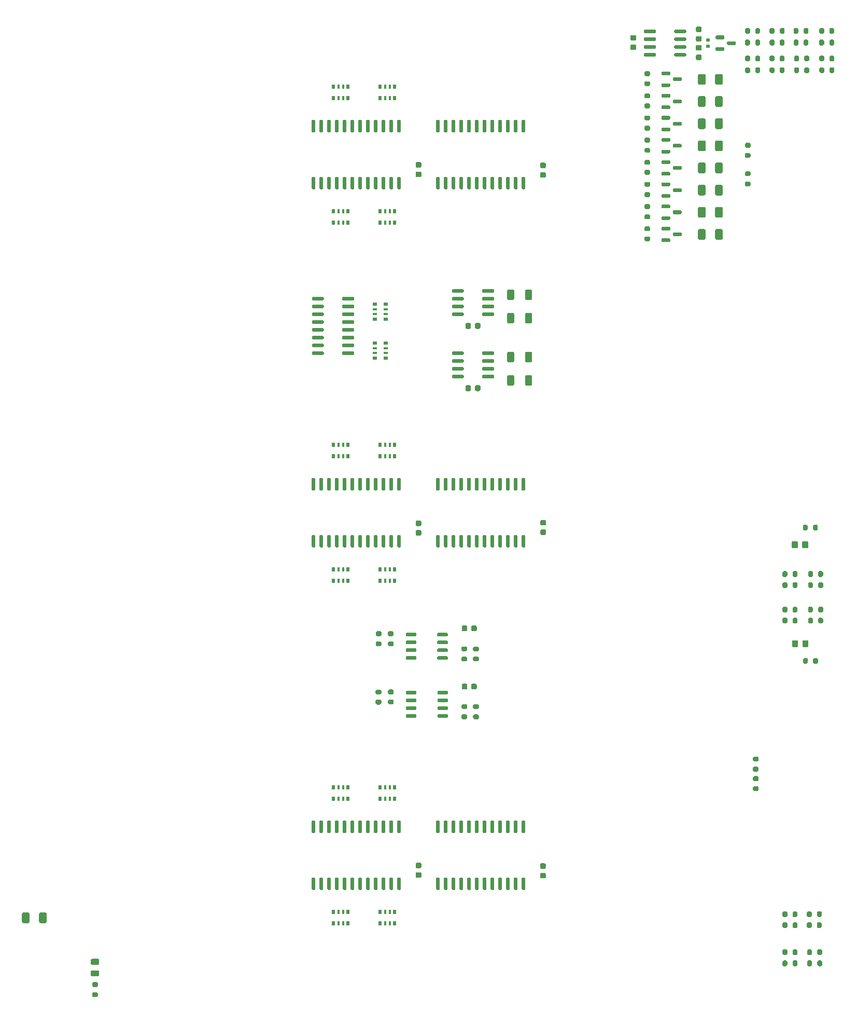
<source format=gtp>
G04 #@! TF.GenerationSoftware,KiCad,Pcbnew,7.0.8-7.0.8~ubuntu22.04.1*
G04 #@! TF.CreationDate,2023-11-07T15:24:19+00:00*
G04 #@! TF.ProjectId,digital_inputs,64696769-7461-46c5-9f69-6e707574732e,rev?*
G04 #@! TF.SameCoordinates,PX791ddc0PYca2dd00*
G04 #@! TF.FileFunction,Paste,Top*
G04 #@! TF.FilePolarity,Positive*
%FSLAX46Y46*%
G04 Gerber Fmt 4.6, Leading zero omitted, Abs format (unit mm)*
G04 Created by KiCad (PCBNEW 7.0.8-7.0.8~ubuntu22.04.1) date 2023-11-07 15:24:19*
%MOMM*%
%LPD*%
G01*
G04 APERTURE LIST*
%ADD10R,0.500000X0.800000*%
%ADD11R,0.400000X0.800000*%
%ADD12R,0.800000X0.500000*%
%ADD13R,0.800000X0.400000*%
G04 APERTURE END LIST*
G04 #@! TO.C,R38*
G36*
G01*
X166025000Y15475000D02*
X166025000Y14925000D01*
G75*
G02*
X165825000Y14725000I-200000J0D01*
G01*
X165425000Y14725000D01*
G75*
G02*
X165225000Y14925000I0J200000D01*
G01*
X165225000Y15475000D01*
G75*
G02*
X165425000Y15675000I200000J0D01*
G01*
X165825000Y15675000D01*
G75*
G02*
X166025000Y15475000I0J-200000D01*
G01*
G37*
G36*
G01*
X164375000Y15475000D02*
X164375000Y14925000D01*
G75*
G02*
X164175000Y14725000I-200000J0D01*
G01*
X163775000Y14725000D01*
G75*
G02*
X163575000Y14925000I0J200000D01*
G01*
X163575000Y15475000D01*
G75*
G02*
X163775000Y15675000I200000J0D01*
G01*
X164175000Y15675000D01*
G75*
G02*
X164375000Y15475000I0J-200000D01*
G01*
G37*
G04 #@! TD*
G04 #@! TO.C,F6*
G36*
G01*
X149775000Y152575000D02*
X149775000Y153825000D01*
G75*
G02*
X150025000Y154075000I250000J0D01*
G01*
X150775000Y154075000D01*
G75*
G02*
X151025000Y153825000I0J-250000D01*
G01*
X151025000Y152575000D01*
G75*
G02*
X150775000Y152325000I-250000J0D01*
G01*
X150025000Y152325000D01*
G75*
G02*
X149775000Y152575000I0J250000D01*
G01*
G37*
G36*
G01*
X152575000Y152575000D02*
X152575000Y153825000D01*
G75*
G02*
X152825000Y154075000I250000J0D01*
G01*
X153575000Y154075000D01*
G75*
G02*
X153825000Y153825000I0J-250000D01*
G01*
X153825000Y152575000D01*
G75*
G02*
X153575000Y152325000I-250000J0D01*
G01*
X152825000Y152325000D01*
G75*
G02*
X152575000Y152575000I0J250000D01*
G01*
G37*
G04 #@! TD*
G04 #@! TO.C,R59*
G36*
G01*
X172050000Y156875000D02*
X172050000Y156325000D01*
G75*
G02*
X171850000Y156125000I-200000J0D01*
G01*
X171450000Y156125000D01*
G75*
G02*
X171250000Y156325000I0J200000D01*
G01*
X171250000Y156875000D01*
G75*
G02*
X171450000Y157075000I200000J0D01*
G01*
X171850000Y157075000D01*
G75*
G02*
X172050000Y156875000I0J-200000D01*
G01*
G37*
G36*
G01*
X170400000Y156875000D02*
X170400000Y156325000D01*
G75*
G02*
X170200000Y156125000I-200000J0D01*
G01*
X169800000Y156125000D01*
G75*
G02*
X169600000Y156325000I0J200000D01*
G01*
X169600000Y156875000D01*
G75*
G02*
X169800000Y157075000I200000J0D01*
G01*
X170200000Y157075000D01*
G75*
G02*
X170400000Y156875000I0J-200000D01*
G01*
G37*
G04 #@! TD*
G04 #@! TO.C,R41*
G36*
G01*
X159500000Y40275000D02*
X158950000Y40275000D01*
G75*
G02*
X158750000Y40475000I0J200000D01*
G01*
X158750000Y40875000D01*
G75*
G02*
X158950000Y41075000I200000J0D01*
G01*
X159500000Y41075000D01*
G75*
G02*
X159700000Y40875000I0J-200000D01*
G01*
X159700000Y40475000D01*
G75*
G02*
X159500000Y40275000I-200000J0D01*
G01*
G37*
G36*
G01*
X159500000Y41925000D02*
X158950000Y41925000D01*
G75*
G02*
X158750000Y42125000I0J200000D01*
G01*
X158750000Y42525000D01*
G75*
G02*
X158950000Y42725000I200000J0D01*
G01*
X159500000Y42725000D01*
G75*
G02*
X159700000Y42525000I0J-200000D01*
G01*
X159700000Y42125000D01*
G75*
G02*
X159500000Y41925000I-200000J0D01*
G01*
G37*
G04 #@! TD*
G04 #@! TO.C,Q3*
G36*
G01*
X143787500Y146771430D02*
X143787500Y147071430D01*
G75*
G02*
X143937500Y147221430I150000J0D01*
G01*
X145112500Y147221430D01*
G75*
G02*
X145262500Y147071430I0J-150000D01*
G01*
X145262500Y146771430D01*
G75*
G02*
X145112500Y146621430I-150000J0D01*
G01*
X143937500Y146621430D01*
G75*
G02*
X143787500Y146771430I0J150000D01*
G01*
G37*
G36*
G01*
X145662500Y145821430D02*
X145662500Y146121430D01*
G75*
G02*
X145812500Y146271430I150000J0D01*
G01*
X146987500Y146271430D01*
G75*
G02*
X147137500Y146121430I0J-150000D01*
G01*
X147137500Y145821430D01*
G75*
G02*
X146987500Y145671430I-150000J0D01*
G01*
X145812500Y145671430D01*
G75*
G02*
X145662500Y145821430I0J150000D01*
G01*
G37*
G36*
G01*
X143787500Y144871430D02*
X143787500Y145171430D01*
G75*
G02*
X143937500Y145321430I150000J0D01*
G01*
X145112500Y145321430D01*
G75*
G02*
X145262500Y145171430I0J-150000D01*
G01*
X145262500Y144871430D01*
G75*
G02*
X145112500Y144721430I-150000J0D01*
G01*
X143937500Y144721430D01*
G75*
G02*
X143787500Y144871430I0J150000D01*
G01*
G37*
G04 #@! TD*
G04 #@! TO.C,D1*
G36*
G01*
X51756250Y6875000D02*
X50843750Y6875000D01*
G75*
G02*
X50600000Y7118750I0J243750D01*
G01*
X50600000Y7606250D01*
G75*
G02*
X50843750Y7850000I243750J0D01*
G01*
X51756250Y7850000D01*
G75*
G02*
X52000000Y7606250I0J-243750D01*
G01*
X52000000Y7118750D01*
G75*
G02*
X51756250Y6875000I-243750J0D01*
G01*
G37*
G36*
G01*
X51756250Y8750000D02*
X50843750Y8750000D01*
G75*
G02*
X50600000Y8993750I0J243750D01*
G01*
X50600000Y9481250D01*
G75*
G02*
X50843750Y9725000I243750J0D01*
G01*
X51756250Y9725000D01*
G75*
G02*
X52000000Y9481250I0J-243750D01*
G01*
X52000000Y8993750D01*
G75*
G02*
X51756250Y8750000I-243750J0D01*
G01*
G37*
G04 #@! TD*
G04 #@! TO.C,R44*
G36*
G01*
X166025000Y9275000D02*
X166025000Y8725000D01*
G75*
G02*
X165825000Y8525000I-200000J0D01*
G01*
X165425000Y8525000D01*
G75*
G02*
X165225000Y8725000I0J200000D01*
G01*
X165225000Y9275000D01*
G75*
G02*
X165425000Y9475000I200000J0D01*
G01*
X165825000Y9475000D01*
G75*
G02*
X166025000Y9275000I0J-200000D01*
G01*
G37*
G36*
G01*
X164375000Y9275000D02*
X164375000Y8725000D01*
G75*
G02*
X164175000Y8525000I-200000J0D01*
G01*
X163775000Y8525000D01*
G75*
G02*
X163575000Y8725000I0J200000D01*
G01*
X163575000Y9275000D01*
G75*
G02*
X163775000Y9475000I200000J0D01*
G01*
X164175000Y9475000D01*
G75*
G02*
X164375000Y9275000I0J-200000D01*
G01*
G37*
G04 #@! TD*
G04 #@! TO.C,R34*
G36*
G01*
X161475000Y160825000D02*
X161475000Y161375000D01*
G75*
G02*
X161675000Y161575000I200000J0D01*
G01*
X162075000Y161575000D01*
G75*
G02*
X162275000Y161375000I0J-200000D01*
G01*
X162275000Y160825000D01*
G75*
G02*
X162075000Y160625000I-200000J0D01*
G01*
X161675000Y160625000D01*
G75*
G02*
X161475000Y160825000I0J200000D01*
G01*
G37*
G36*
G01*
X163125000Y160825000D02*
X163125000Y161375000D01*
G75*
G02*
X163325000Y161575000I200000J0D01*
G01*
X163725000Y161575000D01*
G75*
G02*
X163925000Y161375000I0J-200000D01*
G01*
X163925000Y160825000D01*
G75*
G02*
X163725000Y160625000I-200000J0D01*
G01*
X163325000Y160625000D01*
G75*
G02*
X163125000Y160825000I0J200000D01*
G01*
G37*
G04 #@! TD*
G04 #@! TO.C,F2*
G36*
G01*
X149775000Y138117860D02*
X149775000Y139367860D01*
G75*
G02*
X150025000Y139617860I250000J0D01*
G01*
X150775000Y139617860D01*
G75*
G02*
X151025000Y139367860I0J-250000D01*
G01*
X151025000Y138117860D01*
G75*
G02*
X150775000Y137867860I-250000J0D01*
G01*
X150025000Y137867860D01*
G75*
G02*
X149775000Y138117860I0J250000D01*
G01*
G37*
G36*
G01*
X152575000Y138117860D02*
X152575000Y139367860D01*
G75*
G02*
X152825000Y139617860I250000J0D01*
G01*
X153575000Y139617860D01*
G75*
G02*
X153825000Y139367860I0J-250000D01*
G01*
X153825000Y138117860D01*
G75*
G02*
X153575000Y137867860I-250000J0D01*
G01*
X152825000Y137867860D01*
G75*
G02*
X152575000Y138117860I0J250000D01*
G01*
G37*
G04 #@! TD*
G04 #@! TO.C,C12*
G36*
G01*
X138950000Y160425000D02*
X139450000Y160425000D01*
G75*
G02*
X139675000Y160200000I0J-225000D01*
G01*
X139675000Y159750000D01*
G75*
G02*
X139450000Y159525000I-225000J0D01*
G01*
X138950000Y159525000D01*
G75*
G02*
X138725000Y159750000I0J225000D01*
G01*
X138725000Y160200000D01*
G75*
G02*
X138950000Y160425000I225000J0D01*
G01*
G37*
G36*
G01*
X138950000Y158875000D02*
X139450000Y158875000D01*
G75*
G02*
X139675000Y158650000I0J-225000D01*
G01*
X139675000Y158200000D01*
G75*
G02*
X139450000Y157975000I-225000J0D01*
G01*
X138950000Y157975000D01*
G75*
G02*
X138725000Y158200000I0J225000D01*
G01*
X138725000Y158650000D01*
G75*
G02*
X138950000Y158875000I225000J0D01*
G01*
G37*
G04 #@! TD*
G04 #@! TO.C,R1*
G36*
G01*
X122675000Y118685000D02*
X122675000Y117435000D01*
G75*
G02*
X122425000Y117185000I-250000J0D01*
G01*
X121800000Y117185000D01*
G75*
G02*
X121550000Y117435000I0J250000D01*
G01*
X121550000Y118685000D01*
G75*
G02*
X121800000Y118935000I250000J0D01*
G01*
X122425000Y118935000D01*
G75*
G02*
X122675000Y118685000I0J-250000D01*
G01*
G37*
G36*
G01*
X119750000Y118685000D02*
X119750000Y117435000D01*
G75*
G02*
X119500000Y117185000I-250000J0D01*
G01*
X118875000Y117185000D01*
G75*
G02*
X118625000Y117435000I0J250000D01*
G01*
X118625000Y118685000D01*
G75*
G02*
X118875000Y118935000I250000J0D01*
G01*
X119500000Y118935000D01*
G75*
G02*
X119750000Y118685000I0J-250000D01*
G01*
G37*
G04 #@! TD*
D10*
G04 #@! TO.C,RN12*
X90240000Y15560000D03*
D11*
X91040000Y15560000D03*
X91840000Y15560000D03*
D10*
X92640000Y15560000D03*
X92640000Y17360000D03*
D11*
X91840000Y17360000D03*
X91040000Y17360000D03*
D10*
X90240000Y17360000D03*
G04 #@! TD*
G04 #@! TO.C,C8*
G36*
G01*
X114255000Y113230000D02*
X114255000Y112730000D01*
G75*
G02*
X114030000Y112505000I-225000J0D01*
G01*
X113580000Y112505000D01*
G75*
G02*
X113355000Y112730000I0J225000D01*
G01*
X113355000Y113230000D01*
G75*
G02*
X113580000Y113455000I225000J0D01*
G01*
X114030000Y113455000D01*
G75*
G02*
X114255000Y113230000I0J-225000D01*
G01*
G37*
G36*
G01*
X112705000Y113230000D02*
X112705000Y112730000D01*
G75*
G02*
X112480000Y112505000I-225000J0D01*
G01*
X112030000Y112505000D01*
G75*
G02*
X111805000Y112730000I0J225000D01*
G01*
X111805000Y113230000D01*
G75*
G02*
X112030000Y113455000I225000J0D01*
G01*
X112480000Y113455000D01*
G75*
G02*
X112705000Y113230000I0J-225000D01*
G01*
G37*
G04 #@! TD*
G04 #@! TO.C,RN9*
X92640000Y37680000D03*
D11*
X91840000Y37680000D03*
X91040000Y37680000D03*
D10*
X90240000Y37680000D03*
X90240000Y35880000D03*
D11*
X91040000Y35880000D03*
X91840000Y35880000D03*
D10*
X92640000Y35880000D03*
G04 #@! TD*
G04 #@! TO.C,R12*
G36*
G01*
X122675000Y104715000D02*
X122675000Y103465000D01*
G75*
G02*
X122425000Y103215000I-250000J0D01*
G01*
X121800000Y103215000D01*
G75*
G02*
X121550000Y103465000I0J250000D01*
G01*
X121550000Y104715000D01*
G75*
G02*
X121800000Y104965000I250000J0D01*
G01*
X122425000Y104965000D01*
G75*
G02*
X122675000Y104715000I0J-250000D01*
G01*
G37*
G36*
G01*
X119750000Y104715000D02*
X119750000Y103465000D01*
G75*
G02*
X119500000Y103215000I-250000J0D01*
G01*
X118875000Y103215000D01*
G75*
G02*
X118625000Y103465000I0J250000D01*
G01*
X118625000Y104715000D01*
G75*
G02*
X118875000Y104965000I250000J0D01*
G01*
X119500000Y104965000D01*
G75*
G02*
X119750000Y104715000I0J-250000D01*
G01*
G37*
G04 #@! TD*
G04 #@! TO.C,R48*
G36*
G01*
X170200000Y70975000D02*
X170200000Y70425000D01*
G75*
G02*
X170000000Y70225000I-200000J0D01*
G01*
X169600000Y70225000D01*
G75*
G02*
X169400000Y70425000I0J200000D01*
G01*
X169400000Y70975000D01*
G75*
G02*
X169600000Y71175000I200000J0D01*
G01*
X170000000Y71175000D01*
G75*
G02*
X170200000Y70975000I0J-200000D01*
G01*
G37*
G36*
G01*
X168550000Y70975000D02*
X168550000Y70425000D01*
G75*
G02*
X168350000Y70225000I-200000J0D01*
G01*
X167950000Y70225000D01*
G75*
G02*
X167750000Y70425000I0J200000D01*
G01*
X167750000Y70975000D01*
G75*
G02*
X167950000Y71175000I200000J0D01*
G01*
X168350000Y71175000D01*
G75*
G02*
X168550000Y70975000I0J-200000D01*
G01*
G37*
G04 #@! TD*
G04 #@! TO.C,U1*
G36*
G01*
X102050000Y62455000D02*
X102050000Y62755000D01*
G75*
G02*
X102200000Y62905000I150000J0D01*
G01*
X103650000Y62905000D01*
G75*
G02*
X103800000Y62755000I0J-150000D01*
G01*
X103800000Y62455000D01*
G75*
G02*
X103650000Y62305000I-150000J0D01*
G01*
X102200000Y62305000D01*
G75*
G02*
X102050000Y62455000I0J150000D01*
G01*
G37*
G36*
G01*
X102050000Y61185000D02*
X102050000Y61485000D01*
G75*
G02*
X102200000Y61635000I150000J0D01*
G01*
X103650000Y61635000D01*
G75*
G02*
X103800000Y61485000I0J-150000D01*
G01*
X103800000Y61185000D01*
G75*
G02*
X103650000Y61035000I-150000J0D01*
G01*
X102200000Y61035000D01*
G75*
G02*
X102050000Y61185000I0J150000D01*
G01*
G37*
G36*
G01*
X102050000Y59915000D02*
X102050000Y60215000D01*
G75*
G02*
X102200000Y60365000I150000J0D01*
G01*
X103650000Y60365000D01*
G75*
G02*
X103800000Y60215000I0J-150000D01*
G01*
X103800000Y59915000D01*
G75*
G02*
X103650000Y59765000I-150000J0D01*
G01*
X102200000Y59765000D01*
G75*
G02*
X102050000Y59915000I0J150000D01*
G01*
G37*
G36*
G01*
X102050000Y58645000D02*
X102050000Y58945000D01*
G75*
G02*
X102200000Y59095000I150000J0D01*
G01*
X103650000Y59095000D01*
G75*
G02*
X103800000Y58945000I0J-150000D01*
G01*
X103800000Y58645000D01*
G75*
G02*
X103650000Y58495000I-150000J0D01*
G01*
X102200000Y58495000D01*
G75*
G02*
X102050000Y58645000I0J150000D01*
G01*
G37*
G36*
G01*
X107200000Y58645000D02*
X107200000Y58945000D01*
G75*
G02*
X107350000Y59095000I150000J0D01*
G01*
X108800000Y59095000D01*
G75*
G02*
X108950000Y58945000I0J-150000D01*
G01*
X108950000Y58645000D01*
G75*
G02*
X108800000Y58495000I-150000J0D01*
G01*
X107350000Y58495000D01*
G75*
G02*
X107200000Y58645000I0J150000D01*
G01*
G37*
G36*
G01*
X107200000Y59915000D02*
X107200000Y60215000D01*
G75*
G02*
X107350000Y60365000I150000J0D01*
G01*
X108800000Y60365000D01*
G75*
G02*
X108950000Y60215000I0J-150000D01*
G01*
X108950000Y59915000D01*
G75*
G02*
X108800000Y59765000I-150000J0D01*
G01*
X107350000Y59765000D01*
G75*
G02*
X107200000Y59915000I0J150000D01*
G01*
G37*
G36*
G01*
X107200000Y61185000D02*
X107200000Y61485000D01*
G75*
G02*
X107350000Y61635000I150000J0D01*
G01*
X108800000Y61635000D01*
G75*
G02*
X108950000Y61485000I0J-150000D01*
G01*
X108950000Y61185000D01*
G75*
G02*
X108800000Y61035000I-150000J0D01*
G01*
X107350000Y61035000D01*
G75*
G02*
X107200000Y61185000I0J150000D01*
G01*
G37*
G36*
G01*
X107200000Y62455000D02*
X107200000Y62755000D01*
G75*
G02*
X107350000Y62905000I150000J0D01*
G01*
X108800000Y62905000D01*
G75*
G02*
X108950000Y62755000I0J-150000D01*
G01*
X108950000Y62455000D01*
G75*
G02*
X108800000Y62305000I-150000J0D01*
G01*
X107350000Y62305000D01*
G75*
G02*
X107200000Y62455000I0J150000D01*
G01*
G37*
G04 #@! TD*
G04 #@! TO.C,D2*
G36*
G01*
X152625000Y159900000D02*
X152625000Y160200000D01*
G75*
G02*
X152775000Y160350000I150000J0D01*
G01*
X153950000Y160350000D01*
G75*
G02*
X154100000Y160200000I0J-150000D01*
G01*
X154100000Y159900000D01*
G75*
G02*
X153950000Y159750000I-150000J0D01*
G01*
X152775000Y159750000D01*
G75*
G02*
X152625000Y159900000I0J150000D01*
G01*
G37*
G36*
G01*
X152625000Y158000000D02*
X152625000Y158300000D01*
G75*
G02*
X152775000Y158450000I150000J0D01*
G01*
X153950000Y158450000D01*
G75*
G02*
X154100000Y158300000I0J-150000D01*
G01*
X154100000Y158000000D01*
G75*
G02*
X153950000Y157850000I-150000J0D01*
G01*
X152775000Y157850000D01*
G75*
G02*
X152625000Y158000000I0J150000D01*
G01*
G37*
G36*
G01*
X154500000Y158950000D02*
X154500000Y159250000D01*
G75*
G02*
X154650000Y159400000I150000J0D01*
G01*
X155825000Y159400000D01*
G75*
G02*
X155975000Y159250000I0J-150000D01*
G01*
X155975000Y158950000D01*
G75*
G02*
X155825000Y158800000I-150000J0D01*
G01*
X154650000Y158800000D01*
G75*
G02*
X154500000Y158950000I0J150000D01*
G01*
G37*
G04 #@! TD*
G04 #@! TO.C,U11*
G36*
G01*
X102070000Y52995000D02*
X102070000Y53295000D01*
G75*
G02*
X102220000Y53445000I150000J0D01*
G01*
X103670000Y53445000D01*
G75*
G02*
X103820000Y53295000I0J-150000D01*
G01*
X103820000Y52995000D01*
G75*
G02*
X103670000Y52845000I-150000J0D01*
G01*
X102220000Y52845000D01*
G75*
G02*
X102070000Y52995000I0J150000D01*
G01*
G37*
G36*
G01*
X102070000Y51725000D02*
X102070000Y52025000D01*
G75*
G02*
X102220000Y52175000I150000J0D01*
G01*
X103670000Y52175000D01*
G75*
G02*
X103820000Y52025000I0J-150000D01*
G01*
X103820000Y51725000D01*
G75*
G02*
X103670000Y51575000I-150000J0D01*
G01*
X102220000Y51575000D01*
G75*
G02*
X102070000Y51725000I0J150000D01*
G01*
G37*
G36*
G01*
X102070000Y50455000D02*
X102070000Y50755000D01*
G75*
G02*
X102220000Y50905000I150000J0D01*
G01*
X103670000Y50905000D01*
G75*
G02*
X103820000Y50755000I0J-150000D01*
G01*
X103820000Y50455000D01*
G75*
G02*
X103670000Y50305000I-150000J0D01*
G01*
X102220000Y50305000D01*
G75*
G02*
X102070000Y50455000I0J150000D01*
G01*
G37*
G36*
G01*
X102070000Y49185000D02*
X102070000Y49485000D01*
G75*
G02*
X102220000Y49635000I150000J0D01*
G01*
X103670000Y49635000D01*
G75*
G02*
X103820000Y49485000I0J-150000D01*
G01*
X103820000Y49185000D01*
G75*
G02*
X103670000Y49035000I-150000J0D01*
G01*
X102220000Y49035000D01*
G75*
G02*
X102070000Y49185000I0J150000D01*
G01*
G37*
G36*
G01*
X107220000Y49185000D02*
X107220000Y49485000D01*
G75*
G02*
X107370000Y49635000I150000J0D01*
G01*
X108820000Y49635000D01*
G75*
G02*
X108970000Y49485000I0J-150000D01*
G01*
X108970000Y49185000D01*
G75*
G02*
X108820000Y49035000I-150000J0D01*
G01*
X107370000Y49035000D01*
G75*
G02*
X107220000Y49185000I0J150000D01*
G01*
G37*
G36*
G01*
X107220000Y50455000D02*
X107220000Y50755000D01*
G75*
G02*
X107370000Y50905000I150000J0D01*
G01*
X108820000Y50905000D01*
G75*
G02*
X108970000Y50755000I0J-150000D01*
G01*
X108970000Y50455000D01*
G75*
G02*
X108820000Y50305000I-150000J0D01*
G01*
X107370000Y50305000D01*
G75*
G02*
X107220000Y50455000I0J150000D01*
G01*
G37*
G36*
G01*
X107220000Y51725000D02*
X107220000Y52025000D01*
G75*
G02*
X107370000Y52175000I150000J0D01*
G01*
X108820000Y52175000D01*
G75*
G02*
X108970000Y52025000I0J-150000D01*
G01*
X108970000Y51725000D01*
G75*
G02*
X108820000Y51575000I-150000J0D01*
G01*
X107370000Y51575000D01*
G75*
G02*
X107220000Y51725000I0J150000D01*
G01*
G37*
G36*
G01*
X107220000Y52995000D02*
X107220000Y53295000D01*
G75*
G02*
X107370000Y53445000I150000J0D01*
G01*
X108820000Y53445000D01*
G75*
G02*
X108970000Y53295000I0J-150000D01*
G01*
X108970000Y52995000D01*
G75*
G02*
X108820000Y52845000I-150000J0D01*
G01*
X107370000Y52845000D01*
G75*
G02*
X107220000Y52995000I0J150000D01*
G01*
G37*
G04 #@! TD*
G04 #@! TO.C,F1*
G36*
G01*
X43425000Y17045000D02*
X43425000Y15795000D01*
G75*
G02*
X43175000Y15545000I-250000J0D01*
G01*
X42425000Y15545000D01*
G75*
G02*
X42175000Y15795000I0J250000D01*
G01*
X42175000Y17045000D01*
G75*
G02*
X42425000Y17295000I250000J0D01*
G01*
X43175000Y17295000D01*
G75*
G02*
X43425000Y17045000I0J-250000D01*
G01*
G37*
G36*
G01*
X40625000Y17045000D02*
X40625000Y15795000D01*
G75*
G02*
X40375000Y15545000I-250000J0D01*
G01*
X39625000Y15545000D01*
G75*
G02*
X39375000Y15795000I0J250000D01*
G01*
X39375000Y17045000D01*
G75*
G02*
X39625000Y17295000I250000J0D01*
G01*
X40375000Y17295000D01*
G75*
G02*
X40625000Y17045000I0J-250000D01*
G01*
G37*
G04 #@! TD*
G04 #@! TO.C,R11*
G36*
G01*
X97345000Y63165000D02*
X97895000Y63165000D01*
G75*
G02*
X98095000Y62965000I0J-200000D01*
G01*
X98095000Y62565000D01*
G75*
G02*
X97895000Y62365000I-200000J0D01*
G01*
X97345000Y62365000D01*
G75*
G02*
X97145000Y62565000I0J200000D01*
G01*
X97145000Y62965000D01*
G75*
G02*
X97345000Y63165000I200000J0D01*
G01*
G37*
G36*
G01*
X97345000Y61515000D02*
X97895000Y61515000D01*
G75*
G02*
X98095000Y61315000I0J-200000D01*
G01*
X98095000Y60915000D01*
G75*
G02*
X97895000Y60715000I-200000J0D01*
G01*
X97345000Y60715000D01*
G75*
G02*
X97145000Y60915000I0J200000D01*
G01*
X97145000Y61315000D01*
G75*
G02*
X97345000Y61515000I200000J0D01*
G01*
G37*
G04 #@! TD*
G04 #@! TO.C,R33*
G36*
G01*
X157475000Y158925000D02*
X157475000Y159475000D01*
G75*
G02*
X157675000Y159675000I200000J0D01*
G01*
X158075000Y159675000D01*
G75*
G02*
X158275000Y159475000I0J-200000D01*
G01*
X158275000Y158925000D01*
G75*
G02*
X158075000Y158725000I-200000J0D01*
G01*
X157675000Y158725000D01*
G75*
G02*
X157475000Y158925000I0J200000D01*
G01*
G37*
G36*
G01*
X159125000Y158925000D02*
X159125000Y159475000D01*
G75*
G02*
X159325000Y159675000I200000J0D01*
G01*
X159725000Y159675000D01*
G75*
G02*
X159925000Y159475000I0J-200000D01*
G01*
X159925000Y158925000D01*
G75*
G02*
X159725000Y158725000I-200000J0D01*
G01*
X159325000Y158725000D01*
G75*
G02*
X159125000Y158925000I0J200000D01*
G01*
G37*
G04 #@! TD*
G04 #@! TO.C,R50*
G36*
G01*
X167750000Y64625000D02*
X167750000Y65175000D01*
G75*
G02*
X167950000Y65375000I200000J0D01*
G01*
X168350000Y65375000D01*
G75*
G02*
X168550000Y65175000I0J-200000D01*
G01*
X168550000Y64625000D01*
G75*
G02*
X168350000Y64425000I-200000J0D01*
G01*
X167950000Y64425000D01*
G75*
G02*
X167750000Y64625000I0J200000D01*
G01*
G37*
G36*
G01*
X169400000Y64625000D02*
X169400000Y65175000D01*
G75*
G02*
X169600000Y65375000I200000J0D01*
G01*
X170000000Y65375000D01*
G75*
G02*
X170200000Y65175000I0J-200000D01*
G01*
X170200000Y64625000D01*
G75*
G02*
X170000000Y64425000I-200000J0D01*
G01*
X169600000Y64425000D01*
G75*
G02*
X169400000Y64625000I0J200000D01*
G01*
G37*
G04 #@! TD*
G04 #@! TO.C,Q2*
G36*
G01*
X143787500Y143157145D02*
X143787500Y143457145D01*
G75*
G02*
X143937500Y143607145I150000J0D01*
G01*
X145112500Y143607145D01*
G75*
G02*
X145262500Y143457145I0J-150000D01*
G01*
X145262500Y143157145D01*
G75*
G02*
X145112500Y143007145I-150000J0D01*
G01*
X143937500Y143007145D01*
G75*
G02*
X143787500Y143157145I0J150000D01*
G01*
G37*
G36*
G01*
X145662500Y142207145D02*
X145662500Y142507145D01*
G75*
G02*
X145812500Y142657145I150000J0D01*
G01*
X146987500Y142657145D01*
G75*
G02*
X147137500Y142507145I0J-150000D01*
G01*
X147137500Y142207145D01*
G75*
G02*
X146987500Y142057145I-150000J0D01*
G01*
X145812500Y142057145D01*
G75*
G02*
X145662500Y142207145I0J150000D01*
G01*
G37*
G36*
G01*
X143787500Y141257145D02*
X143787500Y141557145D01*
G75*
G02*
X143937500Y141707145I150000J0D01*
G01*
X145112500Y141707145D01*
G75*
G02*
X145262500Y141557145I0J-150000D01*
G01*
X145262500Y141257145D01*
G75*
G02*
X145112500Y141107145I-150000J0D01*
G01*
X143937500Y141107145D01*
G75*
G02*
X143787500Y141257145I0J150000D01*
G01*
G37*
G04 #@! TD*
G04 #@! TO.C,R42*
G36*
G01*
X167550000Y16750000D02*
X167550000Y17300000D01*
G75*
G02*
X167750000Y17500000I200000J0D01*
G01*
X168150000Y17500000D01*
G75*
G02*
X168350000Y17300000I0J-200000D01*
G01*
X168350000Y16750000D01*
G75*
G02*
X168150000Y16550000I-200000J0D01*
G01*
X167750000Y16550000D01*
G75*
G02*
X167550000Y16750000I0J200000D01*
G01*
G37*
G36*
G01*
X169200000Y16750000D02*
X169200000Y17300000D01*
G75*
G02*
X169400000Y17500000I200000J0D01*
G01*
X169800000Y17500000D01*
G75*
G02*
X170000000Y17300000I0J-200000D01*
G01*
X170000000Y16750000D01*
G75*
G02*
X169800000Y16550000I-200000J0D01*
G01*
X169400000Y16550000D01*
G75*
G02*
X169200000Y16750000I0J200000D01*
G01*
G37*
G04 #@! TD*
G04 #@! TO.C,R14*
G36*
G01*
X141775000Y137617860D02*
X141225000Y137617860D01*
G75*
G02*
X141025000Y137817860I0J200000D01*
G01*
X141025000Y138217860D01*
G75*
G02*
X141225000Y138417860I200000J0D01*
G01*
X141775000Y138417860D01*
G75*
G02*
X141975000Y138217860I0J-200000D01*
G01*
X141975000Y137817860D01*
G75*
G02*
X141775000Y137617860I-200000J0D01*
G01*
G37*
G36*
G01*
X141775000Y139267860D02*
X141225000Y139267860D01*
G75*
G02*
X141025000Y139467860I0J200000D01*
G01*
X141025000Y139867860D01*
G75*
G02*
X141225000Y140067860I200000J0D01*
G01*
X141775000Y140067860D01*
G75*
G02*
X141975000Y139867860I0J-200000D01*
G01*
X141975000Y139467860D01*
G75*
G02*
X141775000Y139267860I-200000J0D01*
G01*
G37*
G04 #@! TD*
G04 #@! TO.C,C9*
G36*
G01*
X114255000Y103070000D02*
X114255000Y102570000D01*
G75*
G02*
X114030000Y102345000I-225000J0D01*
G01*
X113580000Y102345000D01*
G75*
G02*
X113355000Y102570000I0J225000D01*
G01*
X113355000Y103070000D01*
G75*
G02*
X113580000Y103295000I225000J0D01*
G01*
X114030000Y103295000D01*
G75*
G02*
X114255000Y103070000I0J-225000D01*
G01*
G37*
G36*
G01*
X112705000Y103070000D02*
X112705000Y102570000D01*
G75*
G02*
X112480000Y102345000I-225000J0D01*
G01*
X112030000Y102345000D01*
G75*
G02*
X111805000Y102570000I0J225000D01*
G01*
X111805000Y103070000D01*
G75*
G02*
X112030000Y103295000I225000J0D01*
G01*
X112480000Y103295000D01*
G75*
G02*
X112705000Y103070000I0J-225000D01*
G01*
G37*
G04 #@! TD*
G04 #@! TO.C,R25*
G36*
G01*
X157475000Y156325000D02*
X157475000Y156875000D01*
G75*
G02*
X157675000Y157075000I200000J0D01*
G01*
X158075000Y157075000D01*
G75*
G02*
X158275000Y156875000I0J-200000D01*
G01*
X158275000Y156325000D01*
G75*
G02*
X158075000Y156125000I-200000J0D01*
G01*
X157675000Y156125000D01*
G75*
G02*
X157475000Y156325000I0J200000D01*
G01*
G37*
G36*
G01*
X159125000Y156325000D02*
X159125000Y156875000D01*
G75*
G02*
X159325000Y157075000I200000J0D01*
G01*
X159725000Y157075000D01*
G75*
G02*
X159925000Y156875000I0J-200000D01*
G01*
X159925000Y156325000D01*
G75*
G02*
X159725000Y156125000I-200000J0D01*
G01*
X159325000Y156125000D01*
G75*
G02*
X159125000Y156325000I0J200000D01*
G01*
G37*
G04 #@! TD*
G04 #@! TO.C,C2*
G36*
G01*
X124210000Y139605000D02*
X124710000Y139605000D01*
G75*
G02*
X124935000Y139380000I0J-225000D01*
G01*
X124935000Y138930000D01*
G75*
G02*
X124710000Y138705000I-225000J0D01*
G01*
X124210000Y138705000D01*
G75*
G02*
X123985000Y138930000I0J225000D01*
G01*
X123985000Y139380000D01*
G75*
G02*
X124210000Y139605000I225000J0D01*
G01*
G37*
G36*
G01*
X124210000Y138055000D02*
X124710000Y138055000D01*
G75*
G02*
X124935000Y137830000I0J-225000D01*
G01*
X124935000Y137380000D01*
G75*
G02*
X124710000Y137155000I-225000J0D01*
G01*
X124210000Y137155000D01*
G75*
G02*
X123985000Y137380000I0J225000D01*
G01*
X123985000Y137830000D01*
G75*
G02*
X124210000Y138055000I225000J0D01*
G01*
G37*
G04 #@! TD*
G04 #@! TO.C,U12*
G36*
G01*
X140950000Y160855000D02*
X140950000Y161155000D01*
G75*
G02*
X141100000Y161305000I150000J0D01*
G01*
X142750000Y161305000D01*
G75*
G02*
X142900000Y161155000I0J-150000D01*
G01*
X142900000Y160855000D01*
G75*
G02*
X142750000Y160705000I-150000J0D01*
G01*
X141100000Y160705000D01*
G75*
G02*
X140950000Y160855000I0J150000D01*
G01*
G37*
G36*
G01*
X140950000Y159585000D02*
X140950000Y159885000D01*
G75*
G02*
X141100000Y160035000I150000J0D01*
G01*
X142750000Y160035000D01*
G75*
G02*
X142900000Y159885000I0J-150000D01*
G01*
X142900000Y159585000D01*
G75*
G02*
X142750000Y159435000I-150000J0D01*
G01*
X141100000Y159435000D01*
G75*
G02*
X140950000Y159585000I0J150000D01*
G01*
G37*
G36*
G01*
X140950000Y158315000D02*
X140950000Y158615000D01*
G75*
G02*
X141100000Y158765000I150000J0D01*
G01*
X142750000Y158765000D01*
G75*
G02*
X142900000Y158615000I0J-150000D01*
G01*
X142900000Y158315000D01*
G75*
G02*
X142750000Y158165000I-150000J0D01*
G01*
X141100000Y158165000D01*
G75*
G02*
X140950000Y158315000I0J150000D01*
G01*
G37*
G36*
G01*
X140950000Y157045000D02*
X140950000Y157345000D01*
G75*
G02*
X141100000Y157495000I150000J0D01*
G01*
X142750000Y157495000D01*
G75*
G02*
X142900000Y157345000I0J-150000D01*
G01*
X142900000Y157045000D01*
G75*
G02*
X142750000Y156895000I-150000J0D01*
G01*
X141100000Y156895000D01*
G75*
G02*
X140950000Y157045000I0J150000D01*
G01*
G37*
G36*
G01*
X145900000Y157045000D02*
X145900000Y157345000D01*
G75*
G02*
X146050000Y157495000I150000J0D01*
G01*
X147700000Y157495000D01*
G75*
G02*
X147850000Y157345000I0J-150000D01*
G01*
X147850000Y157045000D01*
G75*
G02*
X147700000Y156895000I-150000J0D01*
G01*
X146050000Y156895000D01*
G75*
G02*
X145900000Y157045000I0J150000D01*
G01*
G37*
G36*
G01*
X145900000Y158315000D02*
X145900000Y158615000D01*
G75*
G02*
X146050000Y158765000I150000J0D01*
G01*
X147700000Y158765000D01*
G75*
G02*
X147850000Y158615000I0J-150000D01*
G01*
X147850000Y158315000D01*
G75*
G02*
X147700000Y158165000I-150000J0D01*
G01*
X146050000Y158165000D01*
G75*
G02*
X145900000Y158315000I0J150000D01*
G01*
G37*
G36*
G01*
X145900000Y159585000D02*
X145900000Y159885000D01*
G75*
G02*
X146050000Y160035000I150000J0D01*
G01*
X147700000Y160035000D01*
G75*
G02*
X147850000Y159885000I0J-150000D01*
G01*
X147850000Y159585000D01*
G75*
G02*
X147700000Y159435000I-150000J0D01*
G01*
X146050000Y159435000D01*
G75*
G02*
X145900000Y159585000I0J150000D01*
G01*
G37*
G36*
G01*
X145900000Y160855000D02*
X145900000Y161155000D01*
G75*
G02*
X146050000Y161305000I150000J0D01*
G01*
X147700000Y161305000D01*
G75*
G02*
X147850000Y161155000I0J-150000D01*
G01*
X147850000Y160855000D01*
G75*
G02*
X147700000Y160705000I-150000J0D01*
G01*
X146050000Y160705000D01*
G75*
G02*
X145900000Y160855000I0J150000D01*
G01*
G37*
G04 #@! TD*
G04 #@! TO.C,R5*
G36*
G01*
X113245000Y60690000D02*
X113795000Y60690000D01*
G75*
G02*
X113995000Y60490000I0J-200000D01*
G01*
X113995000Y60090000D01*
G75*
G02*
X113795000Y59890000I-200000J0D01*
G01*
X113245000Y59890000D01*
G75*
G02*
X113045000Y60090000I0J200000D01*
G01*
X113045000Y60490000D01*
G75*
G02*
X113245000Y60690000I200000J0D01*
G01*
G37*
G36*
G01*
X113245000Y59040000D02*
X113795000Y59040000D01*
G75*
G02*
X113995000Y58840000I0J-200000D01*
G01*
X113995000Y58440000D01*
G75*
G02*
X113795000Y58240000I-200000J0D01*
G01*
X113245000Y58240000D01*
G75*
G02*
X113045000Y58440000I0J200000D01*
G01*
X113045000Y58840000D01*
G75*
G02*
X113245000Y59040000I200000J0D01*
G01*
G37*
G04 #@! TD*
G04 #@! TO.C,R40*
G36*
G01*
X159500000Y37075000D02*
X158950000Y37075000D01*
G75*
G02*
X158750000Y37275000I0J200000D01*
G01*
X158750000Y37675000D01*
G75*
G02*
X158950000Y37875000I200000J0D01*
G01*
X159500000Y37875000D01*
G75*
G02*
X159700000Y37675000I0J-200000D01*
G01*
X159700000Y37275000D01*
G75*
G02*
X159500000Y37075000I-200000J0D01*
G01*
G37*
G36*
G01*
X159500000Y38725000D02*
X158950000Y38725000D01*
G75*
G02*
X158750000Y38925000I0J200000D01*
G01*
X158750000Y39325000D01*
G75*
G02*
X158950000Y39525000I200000J0D01*
G01*
X159500000Y39525000D01*
G75*
G02*
X159700000Y39325000I0J-200000D01*
G01*
X159700000Y38925000D01*
G75*
G02*
X159500000Y38725000I-200000J0D01*
G01*
G37*
G04 #@! TD*
G04 #@! TO.C,U2*
G36*
G01*
X121135000Y146595000D02*
X121435000Y146595000D01*
G75*
G02*
X121585000Y146445000I0J-150000D01*
G01*
X121585000Y144695000D01*
G75*
G02*
X121435000Y144545000I-150000J0D01*
G01*
X121135000Y144545000D01*
G75*
G02*
X120985000Y144695000I0J150000D01*
G01*
X120985000Y146445000D01*
G75*
G02*
X121135000Y146595000I150000J0D01*
G01*
G37*
G36*
G01*
X119865000Y146595000D02*
X120165000Y146595000D01*
G75*
G02*
X120315000Y146445000I0J-150000D01*
G01*
X120315000Y144695000D01*
G75*
G02*
X120165000Y144545000I-150000J0D01*
G01*
X119865000Y144545000D01*
G75*
G02*
X119715000Y144695000I0J150000D01*
G01*
X119715000Y146445000D01*
G75*
G02*
X119865000Y146595000I150000J0D01*
G01*
G37*
G36*
G01*
X118595000Y146595000D02*
X118895000Y146595000D01*
G75*
G02*
X119045000Y146445000I0J-150000D01*
G01*
X119045000Y144695000D01*
G75*
G02*
X118895000Y144545000I-150000J0D01*
G01*
X118595000Y144545000D01*
G75*
G02*
X118445000Y144695000I0J150000D01*
G01*
X118445000Y146445000D01*
G75*
G02*
X118595000Y146595000I150000J0D01*
G01*
G37*
G36*
G01*
X117325000Y146595000D02*
X117625000Y146595000D01*
G75*
G02*
X117775000Y146445000I0J-150000D01*
G01*
X117775000Y144695000D01*
G75*
G02*
X117625000Y144545000I-150000J0D01*
G01*
X117325000Y144545000D01*
G75*
G02*
X117175000Y144695000I0J150000D01*
G01*
X117175000Y146445000D01*
G75*
G02*
X117325000Y146595000I150000J0D01*
G01*
G37*
G36*
G01*
X116055000Y146595000D02*
X116355000Y146595000D01*
G75*
G02*
X116505000Y146445000I0J-150000D01*
G01*
X116505000Y144695000D01*
G75*
G02*
X116355000Y144545000I-150000J0D01*
G01*
X116055000Y144545000D01*
G75*
G02*
X115905000Y144695000I0J150000D01*
G01*
X115905000Y146445000D01*
G75*
G02*
X116055000Y146595000I150000J0D01*
G01*
G37*
G36*
G01*
X114785000Y146595000D02*
X115085000Y146595000D01*
G75*
G02*
X115235000Y146445000I0J-150000D01*
G01*
X115235000Y144695000D01*
G75*
G02*
X115085000Y144545000I-150000J0D01*
G01*
X114785000Y144545000D01*
G75*
G02*
X114635000Y144695000I0J150000D01*
G01*
X114635000Y146445000D01*
G75*
G02*
X114785000Y146595000I150000J0D01*
G01*
G37*
G36*
G01*
X113515000Y146595000D02*
X113815000Y146595000D01*
G75*
G02*
X113965000Y146445000I0J-150000D01*
G01*
X113965000Y144695000D01*
G75*
G02*
X113815000Y144545000I-150000J0D01*
G01*
X113515000Y144545000D01*
G75*
G02*
X113365000Y144695000I0J150000D01*
G01*
X113365000Y146445000D01*
G75*
G02*
X113515000Y146595000I150000J0D01*
G01*
G37*
G36*
G01*
X112245000Y146595000D02*
X112545000Y146595000D01*
G75*
G02*
X112695000Y146445000I0J-150000D01*
G01*
X112695000Y144695000D01*
G75*
G02*
X112545000Y144545000I-150000J0D01*
G01*
X112245000Y144545000D01*
G75*
G02*
X112095000Y144695000I0J150000D01*
G01*
X112095000Y146445000D01*
G75*
G02*
X112245000Y146595000I150000J0D01*
G01*
G37*
G36*
G01*
X110975000Y146595000D02*
X111275000Y146595000D01*
G75*
G02*
X111425000Y146445000I0J-150000D01*
G01*
X111425000Y144695000D01*
G75*
G02*
X111275000Y144545000I-150000J0D01*
G01*
X110975000Y144545000D01*
G75*
G02*
X110825000Y144695000I0J150000D01*
G01*
X110825000Y146445000D01*
G75*
G02*
X110975000Y146595000I150000J0D01*
G01*
G37*
G36*
G01*
X109705000Y146595000D02*
X110005000Y146595000D01*
G75*
G02*
X110155000Y146445000I0J-150000D01*
G01*
X110155000Y144695000D01*
G75*
G02*
X110005000Y144545000I-150000J0D01*
G01*
X109705000Y144545000D01*
G75*
G02*
X109555000Y144695000I0J150000D01*
G01*
X109555000Y146445000D01*
G75*
G02*
X109705000Y146595000I150000J0D01*
G01*
G37*
G36*
G01*
X108435000Y146595000D02*
X108735000Y146595000D01*
G75*
G02*
X108885000Y146445000I0J-150000D01*
G01*
X108885000Y144695000D01*
G75*
G02*
X108735000Y144545000I-150000J0D01*
G01*
X108435000Y144545000D01*
G75*
G02*
X108285000Y144695000I0J150000D01*
G01*
X108285000Y146445000D01*
G75*
G02*
X108435000Y146595000I150000J0D01*
G01*
G37*
G36*
G01*
X107165000Y146595000D02*
X107465000Y146595000D01*
G75*
G02*
X107615000Y146445000I0J-150000D01*
G01*
X107615000Y144695000D01*
G75*
G02*
X107465000Y144545000I-150000J0D01*
G01*
X107165000Y144545000D01*
G75*
G02*
X107015000Y144695000I0J150000D01*
G01*
X107015000Y146445000D01*
G75*
G02*
X107165000Y146595000I150000J0D01*
G01*
G37*
G36*
G01*
X107165000Y137295000D02*
X107465000Y137295000D01*
G75*
G02*
X107615000Y137145000I0J-150000D01*
G01*
X107615000Y135395000D01*
G75*
G02*
X107465000Y135245000I-150000J0D01*
G01*
X107165000Y135245000D01*
G75*
G02*
X107015000Y135395000I0J150000D01*
G01*
X107015000Y137145000D01*
G75*
G02*
X107165000Y137295000I150000J0D01*
G01*
G37*
G36*
G01*
X108435000Y137295000D02*
X108735000Y137295000D01*
G75*
G02*
X108885000Y137145000I0J-150000D01*
G01*
X108885000Y135395000D01*
G75*
G02*
X108735000Y135245000I-150000J0D01*
G01*
X108435000Y135245000D01*
G75*
G02*
X108285000Y135395000I0J150000D01*
G01*
X108285000Y137145000D01*
G75*
G02*
X108435000Y137295000I150000J0D01*
G01*
G37*
G36*
G01*
X109705000Y137295000D02*
X110005000Y137295000D01*
G75*
G02*
X110155000Y137145000I0J-150000D01*
G01*
X110155000Y135395000D01*
G75*
G02*
X110005000Y135245000I-150000J0D01*
G01*
X109705000Y135245000D01*
G75*
G02*
X109555000Y135395000I0J150000D01*
G01*
X109555000Y137145000D01*
G75*
G02*
X109705000Y137295000I150000J0D01*
G01*
G37*
G36*
G01*
X110975000Y137295000D02*
X111275000Y137295000D01*
G75*
G02*
X111425000Y137145000I0J-150000D01*
G01*
X111425000Y135395000D01*
G75*
G02*
X111275000Y135245000I-150000J0D01*
G01*
X110975000Y135245000D01*
G75*
G02*
X110825000Y135395000I0J150000D01*
G01*
X110825000Y137145000D01*
G75*
G02*
X110975000Y137295000I150000J0D01*
G01*
G37*
G36*
G01*
X112245000Y137295000D02*
X112545000Y137295000D01*
G75*
G02*
X112695000Y137145000I0J-150000D01*
G01*
X112695000Y135395000D01*
G75*
G02*
X112545000Y135245000I-150000J0D01*
G01*
X112245000Y135245000D01*
G75*
G02*
X112095000Y135395000I0J150000D01*
G01*
X112095000Y137145000D01*
G75*
G02*
X112245000Y137295000I150000J0D01*
G01*
G37*
G36*
G01*
X113515000Y137295000D02*
X113815000Y137295000D01*
G75*
G02*
X113965000Y137145000I0J-150000D01*
G01*
X113965000Y135395000D01*
G75*
G02*
X113815000Y135245000I-150000J0D01*
G01*
X113515000Y135245000D01*
G75*
G02*
X113365000Y135395000I0J150000D01*
G01*
X113365000Y137145000D01*
G75*
G02*
X113515000Y137295000I150000J0D01*
G01*
G37*
G36*
G01*
X114785000Y137295000D02*
X115085000Y137295000D01*
G75*
G02*
X115235000Y137145000I0J-150000D01*
G01*
X115235000Y135395000D01*
G75*
G02*
X115085000Y135245000I-150000J0D01*
G01*
X114785000Y135245000D01*
G75*
G02*
X114635000Y135395000I0J150000D01*
G01*
X114635000Y137145000D01*
G75*
G02*
X114785000Y137295000I150000J0D01*
G01*
G37*
G36*
G01*
X116055000Y137295000D02*
X116355000Y137295000D01*
G75*
G02*
X116505000Y137145000I0J-150000D01*
G01*
X116505000Y135395000D01*
G75*
G02*
X116355000Y135245000I-150000J0D01*
G01*
X116055000Y135245000D01*
G75*
G02*
X115905000Y135395000I0J150000D01*
G01*
X115905000Y137145000D01*
G75*
G02*
X116055000Y137295000I150000J0D01*
G01*
G37*
G36*
G01*
X117325000Y137295000D02*
X117625000Y137295000D01*
G75*
G02*
X117775000Y137145000I0J-150000D01*
G01*
X117775000Y135395000D01*
G75*
G02*
X117625000Y135245000I-150000J0D01*
G01*
X117325000Y135245000D01*
G75*
G02*
X117175000Y135395000I0J150000D01*
G01*
X117175000Y137145000D01*
G75*
G02*
X117325000Y137295000I150000J0D01*
G01*
G37*
G36*
G01*
X118595000Y137295000D02*
X118895000Y137295000D01*
G75*
G02*
X119045000Y137145000I0J-150000D01*
G01*
X119045000Y135395000D01*
G75*
G02*
X118895000Y135245000I-150000J0D01*
G01*
X118595000Y135245000D01*
G75*
G02*
X118445000Y135395000I0J150000D01*
G01*
X118445000Y137145000D01*
G75*
G02*
X118595000Y137295000I150000J0D01*
G01*
G37*
G36*
G01*
X119865000Y137295000D02*
X120165000Y137295000D01*
G75*
G02*
X120315000Y137145000I0J-150000D01*
G01*
X120315000Y135395000D01*
G75*
G02*
X120165000Y135245000I-150000J0D01*
G01*
X119865000Y135245000D01*
G75*
G02*
X119715000Y135395000I0J150000D01*
G01*
X119715000Y137145000D01*
G75*
G02*
X119865000Y137295000I150000J0D01*
G01*
G37*
G36*
G01*
X121135000Y137295000D02*
X121435000Y137295000D01*
G75*
G02*
X121585000Y137145000I0J-150000D01*
G01*
X121585000Y135395000D01*
G75*
G02*
X121435000Y135245000I-150000J0D01*
G01*
X121135000Y135245000D01*
G75*
G02*
X120985000Y135395000I0J150000D01*
G01*
X120985000Y137145000D01*
G75*
G02*
X121135000Y137295000I150000J0D01*
G01*
G37*
G04 #@! TD*
G04 #@! TO.C,R30*
G36*
G01*
X167825000Y161375000D02*
X167825000Y160825000D01*
G75*
G02*
X167625000Y160625000I-200000J0D01*
G01*
X167225000Y160625000D01*
G75*
G02*
X167025000Y160825000I0J200000D01*
G01*
X167025000Y161375000D01*
G75*
G02*
X167225000Y161575000I200000J0D01*
G01*
X167625000Y161575000D01*
G75*
G02*
X167825000Y161375000I0J-200000D01*
G01*
G37*
G36*
G01*
X166175000Y161375000D02*
X166175000Y160825000D01*
G75*
G02*
X165975000Y160625000I-200000J0D01*
G01*
X165575000Y160625000D01*
G75*
G02*
X165375000Y160825000I0J200000D01*
G01*
X165375000Y161375000D01*
G75*
G02*
X165575000Y161575000I200000J0D01*
G01*
X165975000Y161575000D01*
G75*
G02*
X166175000Y161375000I0J-200000D01*
G01*
G37*
G04 #@! TD*
G04 #@! TO.C,R28*
G36*
G01*
X167925000Y154975000D02*
X167925000Y154425000D01*
G75*
G02*
X167725000Y154225000I-200000J0D01*
G01*
X167325000Y154225000D01*
G75*
G02*
X167125000Y154425000I0J200000D01*
G01*
X167125000Y154975000D01*
G75*
G02*
X167325000Y155175000I200000J0D01*
G01*
X167725000Y155175000D01*
G75*
G02*
X167925000Y154975000I0J-200000D01*
G01*
G37*
G36*
G01*
X166275000Y154975000D02*
X166275000Y154425000D01*
G75*
G02*
X166075000Y154225000I-200000J0D01*
G01*
X165675000Y154225000D01*
G75*
G02*
X165475000Y154425000I0J200000D01*
G01*
X165475000Y154975000D01*
G75*
G02*
X165675000Y155175000I200000J0D01*
G01*
X166075000Y155175000D01*
G75*
G02*
X166275000Y154975000I0J-200000D01*
G01*
G37*
G04 #@! TD*
G04 #@! TO.C,R39*
G36*
G01*
X166025000Y17275000D02*
X166025000Y16725000D01*
G75*
G02*
X165825000Y16525000I-200000J0D01*
G01*
X165425000Y16525000D01*
G75*
G02*
X165225000Y16725000I0J200000D01*
G01*
X165225000Y17275000D01*
G75*
G02*
X165425000Y17475000I200000J0D01*
G01*
X165825000Y17475000D01*
G75*
G02*
X166025000Y17275000I0J-200000D01*
G01*
G37*
G36*
G01*
X164375000Y17275000D02*
X164375000Y16725000D01*
G75*
G02*
X164175000Y16525000I-200000J0D01*
G01*
X163775000Y16525000D01*
G75*
G02*
X163575000Y16725000I0J200000D01*
G01*
X163575000Y17275000D01*
G75*
G02*
X163775000Y17475000I200000J0D01*
G01*
X164175000Y17475000D01*
G75*
G02*
X164375000Y17275000I0J-200000D01*
G01*
G37*
G04 #@! TD*
G04 #@! TO.C,RN3*
X100260000Y131660000D03*
D11*
X99460000Y131660000D03*
X98660000Y131660000D03*
D10*
X97860000Y131660000D03*
X97860000Y129860000D03*
D11*
X98660000Y129860000D03*
X99460000Y129860000D03*
D10*
X100260000Y129860000D03*
G04 #@! TD*
G04 #@! TO.C,R36*
G36*
G01*
X169575000Y160825000D02*
X169575000Y161375000D01*
G75*
G02*
X169775000Y161575000I200000J0D01*
G01*
X170175000Y161575000D01*
G75*
G02*
X170375000Y161375000I0J-200000D01*
G01*
X170375000Y160825000D01*
G75*
G02*
X170175000Y160625000I-200000J0D01*
G01*
X169775000Y160625000D01*
G75*
G02*
X169575000Y160825000I0J200000D01*
G01*
G37*
G36*
G01*
X171225000Y160825000D02*
X171225000Y161375000D01*
G75*
G02*
X171425000Y161575000I200000J0D01*
G01*
X171825000Y161575000D01*
G75*
G02*
X172025000Y161375000I0J-200000D01*
G01*
X172025000Y160825000D01*
G75*
G02*
X171825000Y160625000I-200000J0D01*
G01*
X171425000Y160625000D01*
G75*
G02*
X171225000Y160825000I0J200000D01*
G01*
G37*
G04 #@! TD*
G04 #@! TO.C,U4*
G36*
G01*
X121135000Y32295000D02*
X121435000Y32295000D01*
G75*
G02*
X121585000Y32145000I0J-150000D01*
G01*
X121585000Y30395000D01*
G75*
G02*
X121435000Y30245000I-150000J0D01*
G01*
X121135000Y30245000D01*
G75*
G02*
X120985000Y30395000I0J150000D01*
G01*
X120985000Y32145000D01*
G75*
G02*
X121135000Y32295000I150000J0D01*
G01*
G37*
G36*
G01*
X119865000Y32295000D02*
X120165000Y32295000D01*
G75*
G02*
X120315000Y32145000I0J-150000D01*
G01*
X120315000Y30395000D01*
G75*
G02*
X120165000Y30245000I-150000J0D01*
G01*
X119865000Y30245000D01*
G75*
G02*
X119715000Y30395000I0J150000D01*
G01*
X119715000Y32145000D01*
G75*
G02*
X119865000Y32295000I150000J0D01*
G01*
G37*
G36*
G01*
X118595000Y32295000D02*
X118895000Y32295000D01*
G75*
G02*
X119045000Y32145000I0J-150000D01*
G01*
X119045000Y30395000D01*
G75*
G02*
X118895000Y30245000I-150000J0D01*
G01*
X118595000Y30245000D01*
G75*
G02*
X118445000Y30395000I0J150000D01*
G01*
X118445000Y32145000D01*
G75*
G02*
X118595000Y32295000I150000J0D01*
G01*
G37*
G36*
G01*
X117325000Y32295000D02*
X117625000Y32295000D01*
G75*
G02*
X117775000Y32145000I0J-150000D01*
G01*
X117775000Y30395000D01*
G75*
G02*
X117625000Y30245000I-150000J0D01*
G01*
X117325000Y30245000D01*
G75*
G02*
X117175000Y30395000I0J150000D01*
G01*
X117175000Y32145000D01*
G75*
G02*
X117325000Y32295000I150000J0D01*
G01*
G37*
G36*
G01*
X116055000Y32295000D02*
X116355000Y32295000D01*
G75*
G02*
X116505000Y32145000I0J-150000D01*
G01*
X116505000Y30395000D01*
G75*
G02*
X116355000Y30245000I-150000J0D01*
G01*
X116055000Y30245000D01*
G75*
G02*
X115905000Y30395000I0J150000D01*
G01*
X115905000Y32145000D01*
G75*
G02*
X116055000Y32295000I150000J0D01*
G01*
G37*
G36*
G01*
X114785000Y32295000D02*
X115085000Y32295000D01*
G75*
G02*
X115235000Y32145000I0J-150000D01*
G01*
X115235000Y30395000D01*
G75*
G02*
X115085000Y30245000I-150000J0D01*
G01*
X114785000Y30245000D01*
G75*
G02*
X114635000Y30395000I0J150000D01*
G01*
X114635000Y32145000D01*
G75*
G02*
X114785000Y32295000I150000J0D01*
G01*
G37*
G36*
G01*
X113515000Y32295000D02*
X113815000Y32295000D01*
G75*
G02*
X113965000Y32145000I0J-150000D01*
G01*
X113965000Y30395000D01*
G75*
G02*
X113815000Y30245000I-150000J0D01*
G01*
X113515000Y30245000D01*
G75*
G02*
X113365000Y30395000I0J150000D01*
G01*
X113365000Y32145000D01*
G75*
G02*
X113515000Y32295000I150000J0D01*
G01*
G37*
G36*
G01*
X112245000Y32295000D02*
X112545000Y32295000D01*
G75*
G02*
X112695000Y32145000I0J-150000D01*
G01*
X112695000Y30395000D01*
G75*
G02*
X112545000Y30245000I-150000J0D01*
G01*
X112245000Y30245000D01*
G75*
G02*
X112095000Y30395000I0J150000D01*
G01*
X112095000Y32145000D01*
G75*
G02*
X112245000Y32295000I150000J0D01*
G01*
G37*
G36*
G01*
X110975000Y32295000D02*
X111275000Y32295000D01*
G75*
G02*
X111425000Y32145000I0J-150000D01*
G01*
X111425000Y30395000D01*
G75*
G02*
X111275000Y30245000I-150000J0D01*
G01*
X110975000Y30245000D01*
G75*
G02*
X110825000Y30395000I0J150000D01*
G01*
X110825000Y32145000D01*
G75*
G02*
X110975000Y32295000I150000J0D01*
G01*
G37*
G36*
G01*
X109705000Y32295000D02*
X110005000Y32295000D01*
G75*
G02*
X110155000Y32145000I0J-150000D01*
G01*
X110155000Y30395000D01*
G75*
G02*
X110005000Y30245000I-150000J0D01*
G01*
X109705000Y30245000D01*
G75*
G02*
X109555000Y30395000I0J150000D01*
G01*
X109555000Y32145000D01*
G75*
G02*
X109705000Y32295000I150000J0D01*
G01*
G37*
G36*
G01*
X108435000Y32295000D02*
X108735000Y32295000D01*
G75*
G02*
X108885000Y32145000I0J-150000D01*
G01*
X108885000Y30395000D01*
G75*
G02*
X108735000Y30245000I-150000J0D01*
G01*
X108435000Y30245000D01*
G75*
G02*
X108285000Y30395000I0J150000D01*
G01*
X108285000Y32145000D01*
G75*
G02*
X108435000Y32295000I150000J0D01*
G01*
G37*
G36*
G01*
X107165000Y32295000D02*
X107465000Y32295000D01*
G75*
G02*
X107615000Y32145000I0J-150000D01*
G01*
X107615000Y30395000D01*
G75*
G02*
X107465000Y30245000I-150000J0D01*
G01*
X107165000Y30245000D01*
G75*
G02*
X107015000Y30395000I0J150000D01*
G01*
X107015000Y32145000D01*
G75*
G02*
X107165000Y32295000I150000J0D01*
G01*
G37*
G36*
G01*
X107165000Y22995000D02*
X107465000Y22995000D01*
G75*
G02*
X107615000Y22845000I0J-150000D01*
G01*
X107615000Y21095000D01*
G75*
G02*
X107465000Y20945000I-150000J0D01*
G01*
X107165000Y20945000D01*
G75*
G02*
X107015000Y21095000I0J150000D01*
G01*
X107015000Y22845000D01*
G75*
G02*
X107165000Y22995000I150000J0D01*
G01*
G37*
G36*
G01*
X108435000Y22995000D02*
X108735000Y22995000D01*
G75*
G02*
X108885000Y22845000I0J-150000D01*
G01*
X108885000Y21095000D01*
G75*
G02*
X108735000Y20945000I-150000J0D01*
G01*
X108435000Y20945000D01*
G75*
G02*
X108285000Y21095000I0J150000D01*
G01*
X108285000Y22845000D01*
G75*
G02*
X108435000Y22995000I150000J0D01*
G01*
G37*
G36*
G01*
X109705000Y22995000D02*
X110005000Y22995000D01*
G75*
G02*
X110155000Y22845000I0J-150000D01*
G01*
X110155000Y21095000D01*
G75*
G02*
X110005000Y20945000I-150000J0D01*
G01*
X109705000Y20945000D01*
G75*
G02*
X109555000Y21095000I0J150000D01*
G01*
X109555000Y22845000D01*
G75*
G02*
X109705000Y22995000I150000J0D01*
G01*
G37*
G36*
G01*
X110975000Y22995000D02*
X111275000Y22995000D01*
G75*
G02*
X111425000Y22845000I0J-150000D01*
G01*
X111425000Y21095000D01*
G75*
G02*
X111275000Y20945000I-150000J0D01*
G01*
X110975000Y20945000D01*
G75*
G02*
X110825000Y21095000I0J150000D01*
G01*
X110825000Y22845000D01*
G75*
G02*
X110975000Y22995000I150000J0D01*
G01*
G37*
G36*
G01*
X112245000Y22995000D02*
X112545000Y22995000D01*
G75*
G02*
X112695000Y22845000I0J-150000D01*
G01*
X112695000Y21095000D01*
G75*
G02*
X112545000Y20945000I-150000J0D01*
G01*
X112245000Y20945000D01*
G75*
G02*
X112095000Y21095000I0J150000D01*
G01*
X112095000Y22845000D01*
G75*
G02*
X112245000Y22995000I150000J0D01*
G01*
G37*
G36*
G01*
X113515000Y22995000D02*
X113815000Y22995000D01*
G75*
G02*
X113965000Y22845000I0J-150000D01*
G01*
X113965000Y21095000D01*
G75*
G02*
X113815000Y20945000I-150000J0D01*
G01*
X113515000Y20945000D01*
G75*
G02*
X113365000Y21095000I0J150000D01*
G01*
X113365000Y22845000D01*
G75*
G02*
X113515000Y22995000I150000J0D01*
G01*
G37*
G36*
G01*
X114785000Y22995000D02*
X115085000Y22995000D01*
G75*
G02*
X115235000Y22845000I0J-150000D01*
G01*
X115235000Y21095000D01*
G75*
G02*
X115085000Y20945000I-150000J0D01*
G01*
X114785000Y20945000D01*
G75*
G02*
X114635000Y21095000I0J150000D01*
G01*
X114635000Y22845000D01*
G75*
G02*
X114785000Y22995000I150000J0D01*
G01*
G37*
G36*
G01*
X116055000Y22995000D02*
X116355000Y22995000D01*
G75*
G02*
X116505000Y22845000I0J-150000D01*
G01*
X116505000Y21095000D01*
G75*
G02*
X116355000Y20945000I-150000J0D01*
G01*
X116055000Y20945000D01*
G75*
G02*
X115905000Y21095000I0J150000D01*
G01*
X115905000Y22845000D01*
G75*
G02*
X116055000Y22995000I150000J0D01*
G01*
G37*
G36*
G01*
X117325000Y22995000D02*
X117625000Y22995000D01*
G75*
G02*
X117775000Y22845000I0J-150000D01*
G01*
X117775000Y21095000D01*
G75*
G02*
X117625000Y20945000I-150000J0D01*
G01*
X117325000Y20945000D01*
G75*
G02*
X117175000Y21095000I0J150000D01*
G01*
X117175000Y22845000D01*
G75*
G02*
X117325000Y22995000I150000J0D01*
G01*
G37*
G36*
G01*
X118595000Y22995000D02*
X118895000Y22995000D01*
G75*
G02*
X119045000Y22845000I0J-150000D01*
G01*
X119045000Y21095000D01*
G75*
G02*
X118895000Y20945000I-150000J0D01*
G01*
X118595000Y20945000D01*
G75*
G02*
X118445000Y21095000I0J150000D01*
G01*
X118445000Y22845000D01*
G75*
G02*
X118595000Y22995000I150000J0D01*
G01*
G37*
G36*
G01*
X119865000Y22995000D02*
X120165000Y22995000D01*
G75*
G02*
X120315000Y22845000I0J-150000D01*
G01*
X120315000Y21095000D01*
G75*
G02*
X120165000Y20945000I-150000J0D01*
G01*
X119865000Y20945000D01*
G75*
G02*
X119715000Y21095000I0J150000D01*
G01*
X119715000Y22845000D01*
G75*
G02*
X119865000Y22995000I150000J0D01*
G01*
G37*
G36*
G01*
X121135000Y22995000D02*
X121435000Y22995000D01*
G75*
G02*
X121585000Y22845000I0J-150000D01*
G01*
X121585000Y21095000D01*
G75*
G02*
X121435000Y20945000I-150000J0D01*
G01*
X121135000Y20945000D01*
G75*
G02*
X120985000Y21095000I0J150000D01*
G01*
X120985000Y22845000D01*
G75*
G02*
X121135000Y22995000I150000J0D01*
G01*
G37*
G04 #@! TD*
G04 #@! TO.C,RN10*
X100260000Y37680000D03*
D11*
X99460000Y37680000D03*
X98660000Y37680000D03*
D10*
X97860000Y37680000D03*
X97860000Y35880000D03*
D11*
X98660000Y35880000D03*
X99460000Y35880000D03*
D10*
X100260000Y35880000D03*
G04 #@! TD*
G04 #@! TO.C,R21*
G36*
G01*
X141775000Y134003575D02*
X141225000Y134003575D01*
G75*
G02*
X141025000Y134203575I0J200000D01*
G01*
X141025000Y134603575D01*
G75*
G02*
X141225000Y134803575I200000J0D01*
G01*
X141775000Y134803575D01*
G75*
G02*
X141975000Y134603575I0J-200000D01*
G01*
X141975000Y134203575D01*
G75*
G02*
X141775000Y134003575I-200000J0D01*
G01*
G37*
G36*
G01*
X141775000Y135653575D02*
X141225000Y135653575D01*
G75*
G02*
X141025000Y135853575I0J200000D01*
G01*
X141025000Y136253575D01*
G75*
G02*
X141225000Y136453575I200000J0D01*
G01*
X141775000Y136453575D01*
G75*
G02*
X141975000Y136253575I0J-200000D01*
G01*
X141975000Y135853575D01*
G75*
G02*
X141775000Y135653575I-200000J0D01*
G01*
G37*
G04 #@! TD*
G04 #@! TO.C,C7*
G36*
G01*
X103890000Y25400000D02*
X104390000Y25400000D01*
G75*
G02*
X104615000Y25175000I0J-225000D01*
G01*
X104615000Y24725000D01*
G75*
G02*
X104390000Y24500000I-225000J0D01*
G01*
X103890000Y24500000D01*
G75*
G02*
X103665000Y24725000I0J225000D01*
G01*
X103665000Y25175000D01*
G75*
G02*
X103890000Y25400000I225000J0D01*
G01*
G37*
G36*
G01*
X103890000Y23850000D02*
X104390000Y23850000D01*
G75*
G02*
X104615000Y23625000I0J-225000D01*
G01*
X104615000Y23175000D01*
G75*
G02*
X104390000Y22950000I-225000J0D01*
G01*
X103890000Y22950000D01*
G75*
G02*
X103665000Y23175000I0J225000D01*
G01*
X103665000Y23625000D01*
G75*
G02*
X103890000Y23850000I225000J0D01*
G01*
G37*
G04 #@! TD*
G04 #@! TO.C,Q5*
G36*
G01*
X143787500Y154000000D02*
X143787500Y154300000D01*
G75*
G02*
X143937500Y154450000I150000J0D01*
G01*
X145112500Y154450000D01*
G75*
G02*
X145262500Y154300000I0J-150000D01*
G01*
X145262500Y154000000D01*
G75*
G02*
X145112500Y153850000I-150000J0D01*
G01*
X143937500Y153850000D01*
G75*
G02*
X143787500Y154000000I0J150000D01*
G01*
G37*
G36*
G01*
X145662500Y153050000D02*
X145662500Y153350000D01*
G75*
G02*
X145812500Y153500000I150000J0D01*
G01*
X146987500Y153500000D01*
G75*
G02*
X147137500Y153350000I0J-150000D01*
G01*
X147137500Y153050000D01*
G75*
G02*
X146987500Y152900000I-150000J0D01*
G01*
X145812500Y152900000D01*
G75*
G02*
X145662500Y153050000I0J150000D01*
G01*
G37*
G36*
G01*
X143787500Y152100000D02*
X143787500Y152400000D01*
G75*
G02*
X143937500Y152550000I150000J0D01*
G01*
X145112500Y152550000D01*
G75*
G02*
X145262500Y152400000I0J-150000D01*
G01*
X145262500Y152100000D01*
G75*
G02*
X145112500Y151950000I-150000J0D01*
G01*
X143937500Y151950000D01*
G75*
G02*
X143787500Y152100000I0J150000D01*
G01*
G37*
G04 #@! TD*
G04 #@! TO.C,R37*
G36*
G01*
X172025000Y159475000D02*
X172025000Y158925000D01*
G75*
G02*
X171825000Y158725000I-200000J0D01*
G01*
X171425000Y158725000D01*
G75*
G02*
X171225000Y158925000I0J200000D01*
G01*
X171225000Y159475000D01*
G75*
G02*
X171425000Y159675000I200000J0D01*
G01*
X171825000Y159675000D01*
G75*
G02*
X172025000Y159475000I0J-200000D01*
G01*
G37*
G36*
G01*
X170375000Y159475000D02*
X170375000Y158925000D01*
G75*
G02*
X170175000Y158725000I-200000J0D01*
G01*
X169775000Y158725000D01*
G75*
G02*
X169575000Y158925000I0J200000D01*
G01*
X169575000Y159475000D01*
G75*
G02*
X169775000Y159675000I200000J0D01*
G01*
X170175000Y159675000D01*
G75*
G02*
X170375000Y159475000I0J-200000D01*
G01*
G37*
G04 #@! TD*
G04 #@! TO.C,F7*
G36*
G01*
X149775000Y127275000D02*
X149775000Y128525000D01*
G75*
G02*
X150025000Y128775000I250000J0D01*
G01*
X150775000Y128775000D01*
G75*
G02*
X151025000Y128525000I0J-250000D01*
G01*
X151025000Y127275000D01*
G75*
G02*
X150775000Y127025000I-250000J0D01*
G01*
X150025000Y127025000D01*
G75*
G02*
X149775000Y127275000I0J250000D01*
G01*
G37*
G36*
G01*
X152575000Y127275000D02*
X152575000Y128525000D01*
G75*
G02*
X152825000Y128775000I250000J0D01*
G01*
X153575000Y128775000D01*
G75*
G02*
X153825000Y128525000I0J-250000D01*
G01*
X153825000Y127275000D01*
G75*
G02*
X153575000Y127025000I-250000J0D01*
G01*
X152825000Y127025000D01*
G75*
G02*
X152575000Y127275000I0J250000D01*
G01*
G37*
G04 #@! TD*
G04 #@! TO.C,C11*
G36*
G01*
X150150000Y156350000D02*
X149650000Y156350000D01*
G75*
G02*
X149425000Y156575000I0J225000D01*
G01*
X149425000Y157025000D01*
G75*
G02*
X149650000Y157250000I225000J0D01*
G01*
X150150000Y157250000D01*
G75*
G02*
X150375000Y157025000I0J-225000D01*
G01*
X150375000Y156575000D01*
G75*
G02*
X150150000Y156350000I-225000J0D01*
G01*
G37*
G36*
G01*
X150150000Y157900000D02*
X149650000Y157900000D01*
G75*
G02*
X149425000Y158125000I0J225000D01*
G01*
X149425000Y158575000D01*
G75*
G02*
X149650000Y158800000I225000J0D01*
G01*
X150150000Y158800000D01*
G75*
G02*
X150375000Y158575000I0J-225000D01*
G01*
X150375000Y158125000D01*
G75*
G02*
X150150000Y157900000I-225000J0D01*
G01*
G37*
G04 #@! TD*
G04 #@! TO.C,R15*
G36*
G01*
X141775000Y141232145D02*
X141225000Y141232145D01*
G75*
G02*
X141025000Y141432145I0J200000D01*
G01*
X141025000Y141832145D01*
G75*
G02*
X141225000Y142032145I200000J0D01*
G01*
X141775000Y142032145D01*
G75*
G02*
X141975000Y141832145I0J-200000D01*
G01*
X141975000Y141432145D01*
G75*
G02*
X141775000Y141232145I-200000J0D01*
G01*
G37*
G36*
G01*
X141775000Y142882145D02*
X141225000Y142882145D01*
G75*
G02*
X141025000Y143082145I0J200000D01*
G01*
X141025000Y143482145D01*
G75*
G02*
X141225000Y143682145I200000J0D01*
G01*
X141775000Y143682145D01*
G75*
G02*
X141975000Y143482145I0J-200000D01*
G01*
X141975000Y143082145D01*
G75*
G02*
X141775000Y142882145I-200000J0D01*
G01*
G37*
G04 #@! TD*
G04 #@! TO.C,R13*
G36*
G01*
X51575000Y3475000D02*
X51025000Y3475000D01*
G75*
G02*
X50825000Y3675000I0J200000D01*
G01*
X50825000Y4075000D01*
G75*
G02*
X51025000Y4275000I200000J0D01*
G01*
X51575000Y4275000D01*
G75*
G02*
X51775000Y4075000I0J-200000D01*
G01*
X51775000Y3675000D01*
G75*
G02*
X51575000Y3475000I-200000J0D01*
G01*
G37*
G36*
G01*
X51575000Y5125000D02*
X51025000Y5125000D01*
G75*
G02*
X50825000Y5325000I0J200000D01*
G01*
X50825000Y5725000D01*
G75*
G02*
X51025000Y5925000I200000J0D01*
G01*
X51575000Y5925000D01*
G75*
G02*
X51775000Y5725000I0J-200000D01*
G01*
X51775000Y5325000D01*
G75*
G02*
X51575000Y5125000I-200000J0D01*
G01*
G37*
G04 #@! TD*
G04 #@! TO.C,F8*
G36*
G01*
X149775000Y130889290D02*
X149775000Y132139290D01*
G75*
G02*
X150025000Y132389290I250000J0D01*
G01*
X150775000Y132389290D01*
G75*
G02*
X151025000Y132139290I0J-250000D01*
G01*
X151025000Y130889290D01*
G75*
G02*
X150775000Y130639290I-250000J0D01*
G01*
X150025000Y130639290D01*
G75*
G02*
X149775000Y130889290I0J250000D01*
G01*
G37*
G36*
G01*
X152575000Y130889290D02*
X152575000Y132139290D01*
G75*
G02*
X152825000Y132389290I250000J0D01*
G01*
X153575000Y132389290D01*
G75*
G02*
X153825000Y132139290I0J-250000D01*
G01*
X153825000Y130889290D01*
G75*
G02*
X153575000Y130639290I-250000J0D01*
G01*
X152825000Y130639290D01*
G75*
G02*
X152575000Y130889290I0J250000D01*
G01*
G37*
G04 #@! TD*
D12*
G04 #@! TO.C,RN13*
X98810000Y114110000D03*
D13*
X98810000Y114910000D03*
X98810000Y115710000D03*
D12*
X98810000Y116510000D03*
X97010000Y116510000D03*
D13*
X97010000Y115710000D03*
X97010000Y114910000D03*
D12*
X97010000Y114110000D03*
G04 #@! TD*
G04 #@! TO.C,F5*
G36*
G01*
X149775000Y148960715D02*
X149775000Y150210715D01*
G75*
G02*
X150025000Y150460715I250000J0D01*
G01*
X150775000Y150460715D01*
G75*
G02*
X151025000Y150210715I0J-250000D01*
G01*
X151025000Y148960715D01*
G75*
G02*
X150775000Y148710715I-250000J0D01*
G01*
X150025000Y148710715D01*
G75*
G02*
X149775000Y148960715I0J250000D01*
G01*
G37*
G36*
G01*
X152575000Y148960715D02*
X152575000Y150210715D01*
G75*
G02*
X152825000Y150460715I250000J0D01*
G01*
X153575000Y150460715D01*
G75*
G02*
X153825000Y150210715I0J-250000D01*
G01*
X153825000Y148960715D01*
G75*
G02*
X153575000Y148710715I-250000J0D01*
G01*
X152825000Y148710715D01*
G75*
G02*
X152575000Y148960715I0J250000D01*
G01*
G37*
G04 #@! TD*
G04 #@! TO.C,Q1*
G36*
G01*
X143787500Y139542860D02*
X143787500Y139842860D01*
G75*
G02*
X143937500Y139992860I150000J0D01*
G01*
X145112500Y139992860D01*
G75*
G02*
X145262500Y139842860I0J-150000D01*
G01*
X145262500Y139542860D01*
G75*
G02*
X145112500Y139392860I-150000J0D01*
G01*
X143937500Y139392860D01*
G75*
G02*
X143787500Y139542860I0J150000D01*
G01*
G37*
G36*
G01*
X145662500Y138592860D02*
X145662500Y138892860D01*
G75*
G02*
X145812500Y139042860I150000J0D01*
G01*
X146987500Y139042860D01*
G75*
G02*
X147137500Y138892860I0J-150000D01*
G01*
X147137500Y138592860D01*
G75*
G02*
X146987500Y138442860I-150000J0D01*
G01*
X145812500Y138442860D01*
G75*
G02*
X145662500Y138592860I0J150000D01*
G01*
G37*
G36*
G01*
X143787500Y137642860D02*
X143787500Y137942860D01*
G75*
G02*
X143937500Y138092860I150000J0D01*
G01*
X145112500Y138092860D01*
G75*
G02*
X145262500Y137942860I0J-150000D01*
G01*
X145262500Y137642860D01*
G75*
G02*
X145112500Y137492860I-150000J0D01*
G01*
X143937500Y137492860D01*
G75*
G02*
X143787500Y137642860I0J150000D01*
G01*
G37*
G04 #@! TD*
G04 #@! TO.C,R58*
G36*
G01*
X169600000Y154425000D02*
X169600000Y154975000D01*
G75*
G02*
X169800000Y155175000I200000J0D01*
G01*
X170200000Y155175000D01*
G75*
G02*
X170400000Y154975000I0J-200000D01*
G01*
X170400000Y154425000D01*
G75*
G02*
X170200000Y154225000I-200000J0D01*
G01*
X169800000Y154225000D01*
G75*
G02*
X169600000Y154425000I0J200000D01*
G01*
G37*
G36*
G01*
X171250000Y154425000D02*
X171250000Y154975000D01*
G75*
G02*
X171450000Y155175000I200000J0D01*
G01*
X171850000Y155175000D01*
G75*
G02*
X172050000Y154975000I0J-200000D01*
G01*
X172050000Y154425000D01*
G75*
G02*
X171850000Y154225000I-200000J0D01*
G01*
X171450000Y154225000D01*
G75*
G02*
X171250000Y154425000I0J200000D01*
G01*
G37*
G04 #@! TD*
G04 #@! TO.C,R35*
G36*
G01*
X163925000Y159475000D02*
X163925000Y158925000D01*
G75*
G02*
X163725000Y158725000I-200000J0D01*
G01*
X163325000Y158725000D01*
G75*
G02*
X163125000Y158925000I0J200000D01*
G01*
X163125000Y159475000D01*
G75*
G02*
X163325000Y159675000I200000J0D01*
G01*
X163725000Y159675000D01*
G75*
G02*
X163925000Y159475000I0J-200000D01*
G01*
G37*
G36*
G01*
X162275000Y159475000D02*
X162275000Y158925000D01*
G75*
G02*
X162075000Y158725000I-200000J0D01*
G01*
X161675000Y158725000D01*
G75*
G02*
X161475000Y158925000I0J200000D01*
G01*
X161475000Y159475000D01*
G75*
G02*
X161675000Y159675000I200000J0D01*
G01*
X162075000Y159675000D01*
G75*
G02*
X162275000Y159475000I0J-200000D01*
G01*
G37*
G04 #@! TD*
G04 #@! TO.C,R7*
G36*
G01*
X97325000Y53650000D02*
X97875000Y53650000D01*
G75*
G02*
X98075000Y53450000I0J-200000D01*
G01*
X98075000Y53050000D01*
G75*
G02*
X97875000Y52850000I-200000J0D01*
G01*
X97325000Y52850000D01*
G75*
G02*
X97125000Y53050000I0J200000D01*
G01*
X97125000Y53450000D01*
G75*
G02*
X97325000Y53650000I200000J0D01*
G01*
G37*
G36*
G01*
X97325000Y52000000D02*
X97875000Y52000000D01*
G75*
G02*
X98075000Y51800000I0J-200000D01*
G01*
X98075000Y51400000D01*
G75*
G02*
X97875000Y51200000I-200000J0D01*
G01*
X97325000Y51200000D01*
G75*
G02*
X97125000Y51400000I0J200000D01*
G01*
X97125000Y51800000D01*
G75*
G02*
X97325000Y52000000I200000J0D01*
G01*
G37*
G04 #@! TD*
G04 #@! TO.C,C6*
G36*
G01*
X103890000Y81225000D02*
X104390000Y81225000D01*
G75*
G02*
X104615000Y81000000I0J-225000D01*
G01*
X104615000Y80550000D01*
G75*
G02*
X104390000Y80325000I-225000J0D01*
G01*
X103890000Y80325000D01*
G75*
G02*
X103665000Y80550000I0J225000D01*
G01*
X103665000Y81000000D01*
G75*
G02*
X103890000Y81225000I225000J0D01*
G01*
G37*
G36*
G01*
X103890000Y79675000D02*
X104390000Y79675000D01*
G75*
G02*
X104615000Y79450000I0J-225000D01*
G01*
X104615000Y79000000D01*
G75*
G02*
X104390000Y78775000I-225000J0D01*
G01*
X103890000Y78775000D01*
G75*
G02*
X103665000Y79000000I0J225000D01*
G01*
X103665000Y79450000D01*
G75*
G02*
X103890000Y79675000I225000J0D01*
G01*
G37*
G04 #@! TD*
G04 #@! TO.C,C1*
G36*
G01*
X113645000Y63890000D02*
X113645000Y63390000D01*
G75*
G02*
X113420000Y63165000I-225000J0D01*
G01*
X112970000Y63165000D01*
G75*
G02*
X112745000Y63390000I0J225000D01*
G01*
X112745000Y63890000D01*
G75*
G02*
X112970000Y64115000I225000J0D01*
G01*
X113420000Y64115000D01*
G75*
G02*
X113645000Y63890000I0J-225000D01*
G01*
G37*
G36*
G01*
X112095000Y63890000D02*
X112095000Y63390000D01*
G75*
G02*
X111870000Y63165000I-225000J0D01*
G01*
X111420000Y63165000D01*
G75*
G02*
X111195000Y63390000I0J225000D01*
G01*
X111195000Y63890000D01*
G75*
G02*
X111420000Y64115000I225000J0D01*
G01*
X111870000Y64115000D01*
G75*
G02*
X112095000Y63890000I0J-225000D01*
G01*
G37*
G04 #@! TD*
G04 #@! TO.C,R3*
G36*
G01*
X122675000Y108525000D02*
X122675000Y107275000D01*
G75*
G02*
X122425000Y107025000I-250000J0D01*
G01*
X121800000Y107025000D01*
G75*
G02*
X121550000Y107275000I0J250000D01*
G01*
X121550000Y108525000D01*
G75*
G02*
X121800000Y108775000I250000J0D01*
G01*
X122425000Y108775000D01*
G75*
G02*
X122675000Y108525000I0J-250000D01*
G01*
G37*
G36*
G01*
X119750000Y108525000D02*
X119750000Y107275000D01*
G75*
G02*
X119500000Y107025000I-250000J0D01*
G01*
X118875000Y107025000D01*
G75*
G02*
X118625000Y107275000I0J250000D01*
G01*
X118625000Y108525000D01*
G75*
G02*
X118875000Y108775000I250000J0D01*
G01*
X119500000Y108775000D01*
G75*
G02*
X119750000Y108525000I0J-250000D01*
G01*
G37*
G04 #@! TD*
G04 #@! TO.C,F3*
G36*
G01*
X149775000Y141732145D02*
X149775000Y142982145D01*
G75*
G02*
X150025000Y143232145I250000J0D01*
G01*
X150775000Y143232145D01*
G75*
G02*
X151025000Y142982145I0J-250000D01*
G01*
X151025000Y141732145D01*
G75*
G02*
X150775000Y141482145I-250000J0D01*
G01*
X150025000Y141482145D01*
G75*
G02*
X149775000Y141732145I0J250000D01*
G01*
G37*
G36*
G01*
X152575000Y141732145D02*
X152575000Y142982145D01*
G75*
G02*
X152825000Y143232145I250000J0D01*
G01*
X153575000Y143232145D01*
G75*
G02*
X153825000Y142982145I0J-250000D01*
G01*
X153825000Y141732145D01*
G75*
G02*
X153575000Y141482145I-250000J0D01*
G01*
X152825000Y141482145D01*
G75*
G02*
X152575000Y141732145I0J250000D01*
G01*
G37*
G04 #@! TD*
G04 #@! TO.C,R51*
G36*
G01*
X170200000Y66975000D02*
X170200000Y66425000D01*
G75*
G02*
X170000000Y66225000I-200000J0D01*
G01*
X169600000Y66225000D01*
G75*
G02*
X169400000Y66425000I0J200000D01*
G01*
X169400000Y66975000D01*
G75*
G02*
X169600000Y67175000I200000J0D01*
G01*
X170000000Y67175000D01*
G75*
G02*
X170200000Y66975000I0J-200000D01*
G01*
G37*
G36*
G01*
X168550000Y66975000D02*
X168550000Y66425000D01*
G75*
G02*
X168350000Y66225000I-200000J0D01*
G01*
X167950000Y66225000D01*
G75*
G02*
X167750000Y66425000I0J200000D01*
G01*
X167750000Y66975000D01*
G75*
G02*
X167950000Y67175000I200000J0D01*
G01*
X168350000Y67175000D01*
G75*
G02*
X168550000Y66975000I0J-200000D01*
G01*
G37*
G04 #@! TD*
G04 #@! TO.C,R31*
G36*
G01*
X165375000Y158925000D02*
X165375000Y159475000D01*
G75*
G02*
X165575000Y159675000I200000J0D01*
G01*
X165975000Y159675000D01*
G75*
G02*
X166175000Y159475000I0J-200000D01*
G01*
X166175000Y158925000D01*
G75*
G02*
X165975000Y158725000I-200000J0D01*
G01*
X165575000Y158725000D01*
G75*
G02*
X165375000Y158925000I0J200000D01*
G01*
G37*
G36*
G01*
X167025000Y158925000D02*
X167025000Y159475000D01*
G75*
G02*
X167225000Y159675000I200000J0D01*
G01*
X167625000Y159675000D01*
G75*
G02*
X167825000Y159475000I0J-200000D01*
G01*
X167825000Y158925000D01*
G75*
G02*
X167625000Y158725000I-200000J0D01*
G01*
X167225000Y158725000D01*
G75*
G02*
X167025000Y158925000I0J200000D01*
G01*
G37*
G04 #@! TD*
G04 #@! TO.C,F4*
G36*
G01*
X149775000Y145346430D02*
X149775000Y146596430D01*
G75*
G02*
X150025000Y146846430I250000J0D01*
G01*
X150775000Y146846430D01*
G75*
G02*
X151025000Y146596430I0J-250000D01*
G01*
X151025000Y145346430D01*
G75*
G02*
X150775000Y145096430I-250000J0D01*
G01*
X150025000Y145096430D01*
G75*
G02*
X149775000Y145346430I0J250000D01*
G01*
G37*
G36*
G01*
X152575000Y145346430D02*
X152575000Y146596430D01*
G75*
G02*
X152825000Y146846430I250000J0D01*
G01*
X153575000Y146846430D01*
G75*
G02*
X153825000Y146596430I0J-250000D01*
G01*
X153825000Y145346430D01*
G75*
G02*
X153575000Y145096430I-250000J0D01*
G01*
X152825000Y145096430D01*
G75*
G02*
X152575000Y145346430I0J250000D01*
G01*
G37*
G04 #@! TD*
G04 #@! TO.C,R52*
G36*
G01*
X166025000Y72775000D02*
X166025000Y72225000D01*
G75*
G02*
X165825000Y72025000I-200000J0D01*
G01*
X165425000Y72025000D01*
G75*
G02*
X165225000Y72225000I0J200000D01*
G01*
X165225000Y72775000D01*
G75*
G02*
X165425000Y72975000I200000J0D01*
G01*
X165825000Y72975000D01*
G75*
G02*
X166025000Y72775000I0J-200000D01*
G01*
G37*
G36*
G01*
X164375000Y72775000D02*
X164375000Y72225000D01*
G75*
G02*
X164175000Y72025000I-200000J0D01*
G01*
X163775000Y72025000D01*
G75*
G02*
X163575000Y72225000I0J200000D01*
G01*
X163575000Y72775000D01*
G75*
G02*
X163775000Y72975000I200000J0D01*
G01*
X164175000Y72975000D01*
G75*
G02*
X164375000Y72775000I0J-200000D01*
G01*
G37*
G04 #@! TD*
G04 #@! TO.C,U5*
G36*
G01*
X100815000Y146595000D02*
X101115000Y146595000D01*
G75*
G02*
X101265000Y146445000I0J-150000D01*
G01*
X101265000Y144695000D01*
G75*
G02*
X101115000Y144545000I-150000J0D01*
G01*
X100815000Y144545000D01*
G75*
G02*
X100665000Y144695000I0J150000D01*
G01*
X100665000Y146445000D01*
G75*
G02*
X100815000Y146595000I150000J0D01*
G01*
G37*
G36*
G01*
X99545000Y146595000D02*
X99845000Y146595000D01*
G75*
G02*
X99995000Y146445000I0J-150000D01*
G01*
X99995000Y144695000D01*
G75*
G02*
X99845000Y144545000I-150000J0D01*
G01*
X99545000Y144545000D01*
G75*
G02*
X99395000Y144695000I0J150000D01*
G01*
X99395000Y146445000D01*
G75*
G02*
X99545000Y146595000I150000J0D01*
G01*
G37*
G36*
G01*
X98275000Y146595000D02*
X98575000Y146595000D01*
G75*
G02*
X98725000Y146445000I0J-150000D01*
G01*
X98725000Y144695000D01*
G75*
G02*
X98575000Y144545000I-150000J0D01*
G01*
X98275000Y144545000D01*
G75*
G02*
X98125000Y144695000I0J150000D01*
G01*
X98125000Y146445000D01*
G75*
G02*
X98275000Y146595000I150000J0D01*
G01*
G37*
G36*
G01*
X97005000Y146595000D02*
X97305000Y146595000D01*
G75*
G02*
X97455000Y146445000I0J-150000D01*
G01*
X97455000Y144695000D01*
G75*
G02*
X97305000Y144545000I-150000J0D01*
G01*
X97005000Y144545000D01*
G75*
G02*
X96855000Y144695000I0J150000D01*
G01*
X96855000Y146445000D01*
G75*
G02*
X97005000Y146595000I150000J0D01*
G01*
G37*
G36*
G01*
X95735000Y146595000D02*
X96035000Y146595000D01*
G75*
G02*
X96185000Y146445000I0J-150000D01*
G01*
X96185000Y144695000D01*
G75*
G02*
X96035000Y144545000I-150000J0D01*
G01*
X95735000Y144545000D01*
G75*
G02*
X95585000Y144695000I0J150000D01*
G01*
X95585000Y146445000D01*
G75*
G02*
X95735000Y146595000I150000J0D01*
G01*
G37*
G36*
G01*
X94465000Y146595000D02*
X94765000Y146595000D01*
G75*
G02*
X94915000Y146445000I0J-150000D01*
G01*
X94915000Y144695000D01*
G75*
G02*
X94765000Y144545000I-150000J0D01*
G01*
X94465000Y144545000D01*
G75*
G02*
X94315000Y144695000I0J150000D01*
G01*
X94315000Y146445000D01*
G75*
G02*
X94465000Y146595000I150000J0D01*
G01*
G37*
G36*
G01*
X93195000Y146595000D02*
X93495000Y146595000D01*
G75*
G02*
X93645000Y146445000I0J-150000D01*
G01*
X93645000Y144695000D01*
G75*
G02*
X93495000Y144545000I-150000J0D01*
G01*
X93195000Y144545000D01*
G75*
G02*
X93045000Y144695000I0J150000D01*
G01*
X93045000Y146445000D01*
G75*
G02*
X93195000Y146595000I150000J0D01*
G01*
G37*
G36*
G01*
X91925000Y146595000D02*
X92225000Y146595000D01*
G75*
G02*
X92375000Y146445000I0J-150000D01*
G01*
X92375000Y144695000D01*
G75*
G02*
X92225000Y144545000I-150000J0D01*
G01*
X91925000Y144545000D01*
G75*
G02*
X91775000Y144695000I0J150000D01*
G01*
X91775000Y146445000D01*
G75*
G02*
X91925000Y146595000I150000J0D01*
G01*
G37*
G36*
G01*
X90655000Y146595000D02*
X90955000Y146595000D01*
G75*
G02*
X91105000Y146445000I0J-150000D01*
G01*
X91105000Y144695000D01*
G75*
G02*
X90955000Y144545000I-150000J0D01*
G01*
X90655000Y144545000D01*
G75*
G02*
X90505000Y144695000I0J150000D01*
G01*
X90505000Y146445000D01*
G75*
G02*
X90655000Y146595000I150000J0D01*
G01*
G37*
G36*
G01*
X89385000Y146595000D02*
X89685000Y146595000D01*
G75*
G02*
X89835000Y146445000I0J-150000D01*
G01*
X89835000Y144695000D01*
G75*
G02*
X89685000Y144545000I-150000J0D01*
G01*
X89385000Y144545000D01*
G75*
G02*
X89235000Y144695000I0J150000D01*
G01*
X89235000Y146445000D01*
G75*
G02*
X89385000Y146595000I150000J0D01*
G01*
G37*
G36*
G01*
X88115000Y146595000D02*
X88415000Y146595000D01*
G75*
G02*
X88565000Y146445000I0J-150000D01*
G01*
X88565000Y144695000D01*
G75*
G02*
X88415000Y144545000I-150000J0D01*
G01*
X88115000Y144545000D01*
G75*
G02*
X87965000Y144695000I0J150000D01*
G01*
X87965000Y146445000D01*
G75*
G02*
X88115000Y146595000I150000J0D01*
G01*
G37*
G36*
G01*
X86845000Y146595000D02*
X87145000Y146595000D01*
G75*
G02*
X87295000Y146445000I0J-150000D01*
G01*
X87295000Y144695000D01*
G75*
G02*
X87145000Y144545000I-150000J0D01*
G01*
X86845000Y144545000D01*
G75*
G02*
X86695000Y144695000I0J150000D01*
G01*
X86695000Y146445000D01*
G75*
G02*
X86845000Y146595000I150000J0D01*
G01*
G37*
G36*
G01*
X86845000Y137295000D02*
X87145000Y137295000D01*
G75*
G02*
X87295000Y137145000I0J-150000D01*
G01*
X87295000Y135395000D01*
G75*
G02*
X87145000Y135245000I-150000J0D01*
G01*
X86845000Y135245000D01*
G75*
G02*
X86695000Y135395000I0J150000D01*
G01*
X86695000Y137145000D01*
G75*
G02*
X86845000Y137295000I150000J0D01*
G01*
G37*
G36*
G01*
X88115000Y137295000D02*
X88415000Y137295000D01*
G75*
G02*
X88565000Y137145000I0J-150000D01*
G01*
X88565000Y135395000D01*
G75*
G02*
X88415000Y135245000I-150000J0D01*
G01*
X88115000Y135245000D01*
G75*
G02*
X87965000Y135395000I0J150000D01*
G01*
X87965000Y137145000D01*
G75*
G02*
X88115000Y137295000I150000J0D01*
G01*
G37*
G36*
G01*
X89385000Y137295000D02*
X89685000Y137295000D01*
G75*
G02*
X89835000Y137145000I0J-150000D01*
G01*
X89835000Y135395000D01*
G75*
G02*
X89685000Y135245000I-150000J0D01*
G01*
X89385000Y135245000D01*
G75*
G02*
X89235000Y135395000I0J150000D01*
G01*
X89235000Y137145000D01*
G75*
G02*
X89385000Y137295000I150000J0D01*
G01*
G37*
G36*
G01*
X90655000Y137295000D02*
X90955000Y137295000D01*
G75*
G02*
X91105000Y137145000I0J-150000D01*
G01*
X91105000Y135395000D01*
G75*
G02*
X90955000Y135245000I-150000J0D01*
G01*
X90655000Y135245000D01*
G75*
G02*
X90505000Y135395000I0J150000D01*
G01*
X90505000Y137145000D01*
G75*
G02*
X90655000Y137295000I150000J0D01*
G01*
G37*
G36*
G01*
X91925000Y137295000D02*
X92225000Y137295000D01*
G75*
G02*
X92375000Y137145000I0J-150000D01*
G01*
X92375000Y135395000D01*
G75*
G02*
X92225000Y135245000I-150000J0D01*
G01*
X91925000Y135245000D01*
G75*
G02*
X91775000Y135395000I0J150000D01*
G01*
X91775000Y137145000D01*
G75*
G02*
X91925000Y137295000I150000J0D01*
G01*
G37*
G36*
G01*
X93195000Y137295000D02*
X93495000Y137295000D01*
G75*
G02*
X93645000Y137145000I0J-150000D01*
G01*
X93645000Y135395000D01*
G75*
G02*
X93495000Y135245000I-150000J0D01*
G01*
X93195000Y135245000D01*
G75*
G02*
X93045000Y135395000I0J150000D01*
G01*
X93045000Y137145000D01*
G75*
G02*
X93195000Y137295000I150000J0D01*
G01*
G37*
G36*
G01*
X94465000Y137295000D02*
X94765000Y137295000D01*
G75*
G02*
X94915000Y137145000I0J-150000D01*
G01*
X94915000Y135395000D01*
G75*
G02*
X94765000Y135245000I-150000J0D01*
G01*
X94465000Y135245000D01*
G75*
G02*
X94315000Y135395000I0J150000D01*
G01*
X94315000Y137145000D01*
G75*
G02*
X94465000Y137295000I150000J0D01*
G01*
G37*
G36*
G01*
X95735000Y137295000D02*
X96035000Y137295000D01*
G75*
G02*
X96185000Y137145000I0J-150000D01*
G01*
X96185000Y135395000D01*
G75*
G02*
X96035000Y135245000I-150000J0D01*
G01*
X95735000Y135245000D01*
G75*
G02*
X95585000Y135395000I0J150000D01*
G01*
X95585000Y137145000D01*
G75*
G02*
X95735000Y137295000I150000J0D01*
G01*
G37*
G36*
G01*
X97005000Y137295000D02*
X97305000Y137295000D01*
G75*
G02*
X97455000Y137145000I0J-150000D01*
G01*
X97455000Y135395000D01*
G75*
G02*
X97305000Y135245000I-150000J0D01*
G01*
X97005000Y135245000D01*
G75*
G02*
X96855000Y135395000I0J150000D01*
G01*
X96855000Y137145000D01*
G75*
G02*
X97005000Y137295000I150000J0D01*
G01*
G37*
G36*
G01*
X98275000Y137295000D02*
X98575000Y137295000D01*
G75*
G02*
X98725000Y137145000I0J-150000D01*
G01*
X98725000Y135395000D01*
G75*
G02*
X98575000Y135245000I-150000J0D01*
G01*
X98275000Y135245000D01*
G75*
G02*
X98125000Y135395000I0J150000D01*
G01*
X98125000Y137145000D01*
G75*
G02*
X98275000Y137295000I150000J0D01*
G01*
G37*
G36*
G01*
X99545000Y137295000D02*
X99845000Y137295000D01*
G75*
G02*
X99995000Y137145000I0J-150000D01*
G01*
X99995000Y135395000D01*
G75*
G02*
X99845000Y135245000I-150000J0D01*
G01*
X99545000Y135245000D01*
G75*
G02*
X99395000Y135395000I0J150000D01*
G01*
X99395000Y137145000D01*
G75*
G02*
X99545000Y137295000I150000J0D01*
G01*
G37*
G36*
G01*
X100815000Y137295000D02*
X101115000Y137295000D01*
G75*
G02*
X101265000Y137145000I0J-150000D01*
G01*
X101265000Y135395000D01*
G75*
G02*
X101115000Y135245000I-150000J0D01*
G01*
X100815000Y135245000D01*
G75*
G02*
X100665000Y135395000I0J150000D01*
G01*
X100665000Y137145000D01*
G75*
G02*
X100815000Y137295000I150000J0D01*
G01*
G37*
G04 #@! TD*
G04 #@! TO.C,C13*
G36*
G01*
X113645000Y54390000D02*
X113645000Y53890000D01*
G75*
G02*
X113420000Y53665000I-225000J0D01*
G01*
X112970000Y53665000D01*
G75*
G02*
X112745000Y53890000I0J225000D01*
G01*
X112745000Y54390000D01*
G75*
G02*
X112970000Y54615000I225000J0D01*
G01*
X113420000Y54615000D01*
G75*
G02*
X113645000Y54390000I0J-225000D01*
G01*
G37*
G36*
G01*
X112095000Y54390000D02*
X112095000Y53890000D01*
G75*
G02*
X111870000Y53665000I-225000J0D01*
G01*
X111420000Y53665000D01*
G75*
G02*
X111195000Y53890000I0J225000D01*
G01*
X111195000Y54390000D01*
G75*
G02*
X111420000Y54615000I225000J0D01*
G01*
X111870000Y54615000D01*
G75*
G02*
X112095000Y54390000I0J-225000D01*
G01*
G37*
G04 #@! TD*
G04 #@! TO.C,R57*
G36*
G01*
X169375000Y58599999D02*
X169375000Y58049999D01*
G75*
G02*
X169175000Y57849999I-200000J0D01*
G01*
X168775000Y57849999D01*
G75*
G02*
X168575000Y58049999I0J200000D01*
G01*
X168575000Y58599999D01*
G75*
G02*
X168775000Y58799999I200000J0D01*
G01*
X169175000Y58799999D01*
G75*
G02*
X169375000Y58599999I0J-200000D01*
G01*
G37*
G36*
G01*
X167725000Y58599999D02*
X167725000Y58049999D01*
G75*
G02*
X167525000Y57849999I-200000J0D01*
G01*
X167125000Y57849999D01*
G75*
G02*
X166925000Y58049999I0J200000D01*
G01*
X166925000Y58599999D01*
G75*
G02*
X167125000Y58799999I200000J0D01*
G01*
X167525000Y58799999D01*
G75*
G02*
X167725000Y58599999I0J-200000D01*
G01*
G37*
G04 #@! TD*
G04 #@! TO.C,R2*
G36*
G01*
X122675000Y114875000D02*
X122675000Y113625000D01*
G75*
G02*
X122425000Y113375000I-250000J0D01*
G01*
X121800000Y113375000D01*
G75*
G02*
X121550000Y113625000I0J250000D01*
G01*
X121550000Y114875000D01*
G75*
G02*
X121800000Y115125000I250000J0D01*
G01*
X122425000Y115125000D01*
G75*
G02*
X122675000Y114875000I0J-250000D01*
G01*
G37*
G36*
G01*
X119750000Y114875000D02*
X119750000Y113625000D01*
G75*
G02*
X119500000Y113375000I-250000J0D01*
G01*
X118875000Y113375000D01*
G75*
G02*
X118625000Y113625000I0J250000D01*
G01*
X118625000Y114875000D01*
G75*
G02*
X118875000Y115125000I250000J0D01*
G01*
X119500000Y115125000D01*
G75*
G02*
X119750000Y114875000I0J-250000D01*
G01*
G37*
G04 #@! TD*
D10*
G04 #@! TO.C,RN6*
X100260000Y93560000D03*
D11*
X99460000Y93560000D03*
X98660000Y93560000D03*
D10*
X97860000Y93560000D03*
X97860000Y91760000D03*
D11*
X98660000Y91760000D03*
X99460000Y91760000D03*
D10*
X100260000Y91760000D03*
G04 #@! TD*
G04 #@! TO.C,RN11*
X97860000Y15560000D03*
D11*
X98660000Y15560000D03*
X99460000Y15560000D03*
D10*
X100260000Y15560000D03*
X100260000Y17360000D03*
D11*
X99460000Y17360000D03*
X98660000Y17360000D03*
D10*
X97860000Y17360000D03*
G04 #@! TD*
G04 #@! TO.C,R56*
G36*
G01*
X151215000Y159880000D02*
X151585000Y159880000D01*
G75*
G02*
X151720000Y159745000I0J-135000D01*
G01*
X151720000Y159475000D01*
G75*
G02*
X151585000Y159340000I-135000J0D01*
G01*
X151215000Y159340000D01*
G75*
G02*
X151080000Y159475000I0J135000D01*
G01*
X151080000Y159745000D01*
G75*
G02*
X151215000Y159880000I135000J0D01*
G01*
G37*
G36*
G01*
X151215000Y158860000D02*
X151585000Y158860000D01*
G75*
G02*
X151720000Y158725000I0J-135000D01*
G01*
X151720000Y158455000D01*
G75*
G02*
X151585000Y158320000I-135000J0D01*
G01*
X151215000Y158320000D01*
G75*
G02*
X151080000Y158455000I0J135000D01*
G01*
X151080000Y158725000D01*
G75*
G02*
X151215000Y158860000I135000J0D01*
G01*
G37*
G04 #@! TD*
G04 #@! TO.C,U10*
G36*
G01*
X86720000Y117275000D02*
X86720000Y117575000D01*
G75*
G02*
X86870000Y117725000I150000J0D01*
G01*
X88520000Y117725000D01*
G75*
G02*
X88670000Y117575000I0J-150000D01*
G01*
X88670000Y117275000D01*
G75*
G02*
X88520000Y117125000I-150000J0D01*
G01*
X86870000Y117125000D01*
G75*
G02*
X86720000Y117275000I0J150000D01*
G01*
G37*
G36*
G01*
X86720000Y116005000D02*
X86720000Y116305000D01*
G75*
G02*
X86870000Y116455000I150000J0D01*
G01*
X88520000Y116455000D01*
G75*
G02*
X88670000Y116305000I0J-150000D01*
G01*
X88670000Y116005000D01*
G75*
G02*
X88520000Y115855000I-150000J0D01*
G01*
X86870000Y115855000D01*
G75*
G02*
X86720000Y116005000I0J150000D01*
G01*
G37*
G36*
G01*
X86720000Y114735000D02*
X86720000Y115035000D01*
G75*
G02*
X86870000Y115185000I150000J0D01*
G01*
X88520000Y115185000D01*
G75*
G02*
X88670000Y115035000I0J-150000D01*
G01*
X88670000Y114735000D01*
G75*
G02*
X88520000Y114585000I-150000J0D01*
G01*
X86870000Y114585000D01*
G75*
G02*
X86720000Y114735000I0J150000D01*
G01*
G37*
G36*
G01*
X86720000Y113465000D02*
X86720000Y113765000D01*
G75*
G02*
X86870000Y113915000I150000J0D01*
G01*
X88520000Y113915000D01*
G75*
G02*
X88670000Y113765000I0J-150000D01*
G01*
X88670000Y113465000D01*
G75*
G02*
X88520000Y113315000I-150000J0D01*
G01*
X86870000Y113315000D01*
G75*
G02*
X86720000Y113465000I0J150000D01*
G01*
G37*
G36*
G01*
X86720000Y112195000D02*
X86720000Y112495000D01*
G75*
G02*
X86870000Y112645000I150000J0D01*
G01*
X88520000Y112645000D01*
G75*
G02*
X88670000Y112495000I0J-150000D01*
G01*
X88670000Y112195000D01*
G75*
G02*
X88520000Y112045000I-150000J0D01*
G01*
X86870000Y112045000D01*
G75*
G02*
X86720000Y112195000I0J150000D01*
G01*
G37*
G36*
G01*
X86720000Y110925000D02*
X86720000Y111225000D01*
G75*
G02*
X86870000Y111375000I150000J0D01*
G01*
X88520000Y111375000D01*
G75*
G02*
X88670000Y111225000I0J-150000D01*
G01*
X88670000Y110925000D01*
G75*
G02*
X88520000Y110775000I-150000J0D01*
G01*
X86870000Y110775000D01*
G75*
G02*
X86720000Y110925000I0J150000D01*
G01*
G37*
G36*
G01*
X86720000Y109655000D02*
X86720000Y109955000D01*
G75*
G02*
X86870000Y110105000I150000J0D01*
G01*
X88520000Y110105000D01*
G75*
G02*
X88670000Y109955000I0J-150000D01*
G01*
X88670000Y109655000D01*
G75*
G02*
X88520000Y109505000I-150000J0D01*
G01*
X86870000Y109505000D01*
G75*
G02*
X86720000Y109655000I0J150000D01*
G01*
G37*
G36*
G01*
X86720000Y108385000D02*
X86720000Y108685000D01*
G75*
G02*
X86870000Y108835000I150000J0D01*
G01*
X88520000Y108835000D01*
G75*
G02*
X88670000Y108685000I0J-150000D01*
G01*
X88670000Y108385000D01*
G75*
G02*
X88520000Y108235000I-150000J0D01*
G01*
X86870000Y108235000D01*
G75*
G02*
X86720000Y108385000I0J150000D01*
G01*
G37*
G36*
G01*
X91670000Y108385000D02*
X91670000Y108685000D01*
G75*
G02*
X91820000Y108835000I150000J0D01*
G01*
X93470000Y108835000D01*
G75*
G02*
X93620000Y108685000I0J-150000D01*
G01*
X93620000Y108385000D01*
G75*
G02*
X93470000Y108235000I-150000J0D01*
G01*
X91820000Y108235000D01*
G75*
G02*
X91670000Y108385000I0J150000D01*
G01*
G37*
G36*
G01*
X91670000Y109655000D02*
X91670000Y109955000D01*
G75*
G02*
X91820000Y110105000I150000J0D01*
G01*
X93470000Y110105000D01*
G75*
G02*
X93620000Y109955000I0J-150000D01*
G01*
X93620000Y109655000D01*
G75*
G02*
X93470000Y109505000I-150000J0D01*
G01*
X91820000Y109505000D01*
G75*
G02*
X91670000Y109655000I0J150000D01*
G01*
G37*
G36*
G01*
X91670000Y110925000D02*
X91670000Y111225000D01*
G75*
G02*
X91820000Y111375000I150000J0D01*
G01*
X93470000Y111375000D01*
G75*
G02*
X93620000Y111225000I0J-150000D01*
G01*
X93620000Y110925000D01*
G75*
G02*
X93470000Y110775000I-150000J0D01*
G01*
X91820000Y110775000D01*
G75*
G02*
X91670000Y110925000I0J150000D01*
G01*
G37*
G36*
G01*
X91670000Y112195000D02*
X91670000Y112495000D01*
G75*
G02*
X91820000Y112645000I150000J0D01*
G01*
X93470000Y112645000D01*
G75*
G02*
X93620000Y112495000I0J-150000D01*
G01*
X93620000Y112195000D01*
G75*
G02*
X93470000Y112045000I-150000J0D01*
G01*
X91820000Y112045000D01*
G75*
G02*
X91670000Y112195000I0J150000D01*
G01*
G37*
G36*
G01*
X91670000Y113465000D02*
X91670000Y113765000D01*
G75*
G02*
X91820000Y113915000I150000J0D01*
G01*
X93470000Y113915000D01*
G75*
G02*
X93620000Y113765000I0J-150000D01*
G01*
X93620000Y113465000D01*
G75*
G02*
X93470000Y113315000I-150000J0D01*
G01*
X91820000Y113315000D01*
G75*
G02*
X91670000Y113465000I0J150000D01*
G01*
G37*
G36*
G01*
X91670000Y114735000D02*
X91670000Y115035000D01*
G75*
G02*
X91820000Y115185000I150000J0D01*
G01*
X93470000Y115185000D01*
G75*
G02*
X93620000Y115035000I0J-150000D01*
G01*
X93620000Y114735000D01*
G75*
G02*
X93470000Y114585000I-150000J0D01*
G01*
X91820000Y114585000D01*
G75*
G02*
X91670000Y114735000I0J150000D01*
G01*
G37*
G36*
G01*
X91670000Y116005000D02*
X91670000Y116305000D01*
G75*
G02*
X91820000Y116455000I150000J0D01*
G01*
X93470000Y116455000D01*
G75*
G02*
X93620000Y116305000I0J-150000D01*
G01*
X93620000Y116005000D01*
G75*
G02*
X93470000Y115855000I-150000J0D01*
G01*
X91820000Y115855000D01*
G75*
G02*
X91670000Y116005000I0J150000D01*
G01*
G37*
G36*
G01*
X91670000Y117275000D02*
X91670000Y117575000D01*
G75*
G02*
X91820000Y117725000I150000J0D01*
G01*
X93470000Y117725000D01*
G75*
G02*
X93620000Y117575000I0J-150000D01*
G01*
X93620000Y117275000D01*
G75*
G02*
X93470000Y117125000I-150000J0D01*
G01*
X91820000Y117125000D01*
G75*
G02*
X91670000Y117275000I0J150000D01*
G01*
G37*
G04 #@! TD*
G04 #@! TO.C,R55*
G36*
G01*
X163575000Y66425000D02*
X163575000Y66975000D01*
G75*
G02*
X163775000Y67175000I200000J0D01*
G01*
X164175000Y67175000D01*
G75*
G02*
X164375000Y66975000I0J-200000D01*
G01*
X164375000Y66425000D01*
G75*
G02*
X164175000Y66225000I-200000J0D01*
G01*
X163775000Y66225000D01*
G75*
G02*
X163575000Y66425000I0J200000D01*
G01*
G37*
G36*
G01*
X165225000Y66425000D02*
X165225000Y66975000D01*
G75*
G02*
X165425000Y67175000I200000J0D01*
G01*
X165825000Y67175000D01*
G75*
G02*
X166025000Y66975000I0J-200000D01*
G01*
X166025000Y66425000D01*
G75*
G02*
X165825000Y66225000I-200000J0D01*
G01*
X165425000Y66225000D01*
G75*
G02*
X165225000Y66425000I0J200000D01*
G01*
G37*
G04 #@! TD*
G04 #@! TO.C,Q8*
G36*
G01*
X143787500Y135928575D02*
X143787500Y136228575D01*
G75*
G02*
X143937500Y136378575I150000J0D01*
G01*
X145112500Y136378575D01*
G75*
G02*
X145262500Y136228575I0J-150000D01*
G01*
X145262500Y135928575D01*
G75*
G02*
X145112500Y135778575I-150000J0D01*
G01*
X143937500Y135778575D01*
G75*
G02*
X143787500Y135928575I0J150000D01*
G01*
G37*
G36*
G01*
X145662500Y134978575D02*
X145662500Y135278575D01*
G75*
G02*
X145812500Y135428575I150000J0D01*
G01*
X146987500Y135428575D01*
G75*
G02*
X147137500Y135278575I0J-150000D01*
G01*
X147137500Y134978575D01*
G75*
G02*
X146987500Y134828575I-150000J0D01*
G01*
X145812500Y134828575D01*
G75*
G02*
X145662500Y134978575I0J150000D01*
G01*
G37*
G36*
G01*
X143787500Y134028575D02*
X143787500Y134328575D01*
G75*
G02*
X143937500Y134478575I150000J0D01*
G01*
X145112500Y134478575D01*
G75*
G02*
X145262500Y134328575I0J-150000D01*
G01*
X145262500Y134028575D01*
G75*
G02*
X145112500Y133878575I-150000J0D01*
G01*
X143937500Y133878575D01*
G75*
G02*
X143787500Y134028575I0J150000D01*
G01*
G37*
G04 #@! TD*
G04 #@! TO.C,D4*
G36*
G01*
X165125000Y60700002D02*
X165125000Y61600002D01*
G75*
G02*
X165225000Y61700002I100000J0D01*
G01*
X166025000Y61700002D01*
G75*
G02*
X166125000Y61600002I0J-100000D01*
G01*
X166125000Y60700002D01*
G75*
G02*
X166025000Y60600002I-100000J0D01*
G01*
X165225000Y60600002D01*
G75*
G02*
X165125000Y60700002I0J100000D01*
G01*
G37*
G36*
G01*
X166825000Y60700002D02*
X166825000Y61600002D01*
G75*
G02*
X166925000Y61700002I100000J0D01*
G01*
X167725000Y61700002D01*
G75*
G02*
X167825000Y61600002I0J-100000D01*
G01*
X167825000Y60700002D01*
G75*
G02*
X167725000Y60600002I-100000J0D01*
G01*
X166925000Y60600002D01*
G75*
G02*
X166825000Y60700002I0J100000D01*
G01*
G37*
G04 #@! TD*
G04 #@! TO.C,R8*
G36*
G01*
X111895000Y48815000D02*
X111345000Y48815000D01*
G75*
G02*
X111145000Y49015000I0J200000D01*
G01*
X111145000Y49415000D01*
G75*
G02*
X111345000Y49615000I200000J0D01*
G01*
X111895000Y49615000D01*
G75*
G02*
X112095000Y49415000I0J-200000D01*
G01*
X112095000Y49015000D01*
G75*
G02*
X111895000Y48815000I-200000J0D01*
G01*
G37*
G36*
G01*
X111895000Y50465000D02*
X111345000Y50465000D01*
G75*
G02*
X111145000Y50665000I0J200000D01*
G01*
X111145000Y51065000D01*
G75*
G02*
X111345000Y51265000I200000J0D01*
G01*
X111895000Y51265000D01*
G75*
G02*
X112095000Y51065000I0J-200000D01*
G01*
X112095000Y50665000D01*
G75*
G02*
X111895000Y50465000I-200000J0D01*
G01*
G37*
G04 #@! TD*
G04 #@! TO.C,R49*
G36*
G01*
X170050000Y11075000D02*
X170050000Y10525000D01*
G75*
G02*
X169850000Y10325000I-200000J0D01*
G01*
X169450000Y10325000D01*
G75*
G02*
X169250000Y10525000I0J200000D01*
G01*
X169250000Y11075000D01*
G75*
G02*
X169450000Y11275000I200000J0D01*
G01*
X169850000Y11275000D01*
G75*
G02*
X170050000Y11075000I0J-200000D01*
G01*
G37*
G36*
G01*
X168400000Y11075000D02*
X168400000Y10525000D01*
G75*
G02*
X168200000Y10325000I-200000J0D01*
G01*
X167800000Y10325000D01*
G75*
G02*
X167600000Y10525000I0J200000D01*
G01*
X167600000Y11075000D01*
G75*
G02*
X167800000Y11275000I200000J0D01*
G01*
X168200000Y11275000D01*
G75*
G02*
X168400000Y11075000I0J-200000D01*
G01*
G37*
G04 #@! TD*
G04 #@! TO.C,Q6*
G36*
G01*
X143787500Y128700000D02*
X143787500Y129000000D01*
G75*
G02*
X143937500Y129150000I150000J0D01*
G01*
X145112500Y129150000D01*
G75*
G02*
X145262500Y129000000I0J-150000D01*
G01*
X145262500Y128700000D01*
G75*
G02*
X145112500Y128550000I-150000J0D01*
G01*
X143937500Y128550000D01*
G75*
G02*
X143787500Y128700000I0J150000D01*
G01*
G37*
G36*
G01*
X145662500Y127750000D02*
X145662500Y128050000D01*
G75*
G02*
X145812500Y128200000I150000J0D01*
G01*
X146987500Y128200000D01*
G75*
G02*
X147137500Y128050000I0J-150000D01*
G01*
X147137500Y127750000D01*
G75*
G02*
X146987500Y127600000I-150000J0D01*
G01*
X145812500Y127600000D01*
G75*
G02*
X145662500Y127750000I0J150000D01*
G01*
G37*
G36*
G01*
X143787500Y126800000D02*
X143787500Y127100000D01*
G75*
G02*
X143937500Y127250000I150000J0D01*
G01*
X145112500Y127250000D01*
G75*
G02*
X145262500Y127100000I0J-150000D01*
G01*
X145262500Y126800000D01*
G75*
G02*
X145112500Y126650000I-150000J0D01*
G01*
X143937500Y126650000D01*
G75*
G02*
X143787500Y126800000I0J150000D01*
G01*
G37*
G04 #@! TD*
G04 #@! TO.C,R29*
G36*
G01*
X165475000Y156325000D02*
X165475000Y156875000D01*
G75*
G02*
X165675000Y157075000I200000J0D01*
G01*
X166075000Y157075000D01*
G75*
G02*
X166275000Y156875000I0J-200000D01*
G01*
X166275000Y156325000D01*
G75*
G02*
X166075000Y156125000I-200000J0D01*
G01*
X165675000Y156125000D01*
G75*
G02*
X165475000Y156325000I0J200000D01*
G01*
G37*
G36*
G01*
X167125000Y156325000D02*
X167125000Y156875000D01*
G75*
G02*
X167325000Y157075000I200000J0D01*
G01*
X167725000Y157075000D01*
G75*
G02*
X167925000Y156875000I0J-200000D01*
G01*
X167925000Y156325000D01*
G75*
G02*
X167725000Y156125000I-200000J0D01*
G01*
X167325000Y156125000D01*
G75*
G02*
X167125000Y156325000I0J200000D01*
G01*
G37*
G04 #@! TD*
G04 #@! TO.C,R6*
G36*
G01*
X99895000Y51215000D02*
X99345000Y51215000D01*
G75*
G02*
X99145000Y51415000I0J200000D01*
G01*
X99145000Y51815000D01*
G75*
G02*
X99345000Y52015000I200000J0D01*
G01*
X99895000Y52015000D01*
G75*
G02*
X100095000Y51815000I0J-200000D01*
G01*
X100095000Y51415000D01*
G75*
G02*
X99895000Y51215000I-200000J0D01*
G01*
G37*
G36*
G01*
X99895000Y52865000D02*
X99345000Y52865000D01*
G75*
G02*
X99145000Y53065000I0J200000D01*
G01*
X99145000Y53465000D01*
G75*
G02*
X99345000Y53665000I200000J0D01*
G01*
X99895000Y53665000D01*
G75*
G02*
X100095000Y53465000I0J-200000D01*
G01*
X100095000Y53065000D01*
G75*
G02*
X99895000Y52865000I-200000J0D01*
G01*
G37*
G04 #@! TD*
G04 #@! TO.C,R24*
G36*
G01*
X159925000Y154975000D02*
X159925000Y154425000D01*
G75*
G02*
X159725000Y154225000I-200000J0D01*
G01*
X159325000Y154225000D01*
G75*
G02*
X159125000Y154425000I0J200000D01*
G01*
X159125000Y154975000D01*
G75*
G02*
X159325000Y155175000I200000J0D01*
G01*
X159725000Y155175000D01*
G75*
G02*
X159925000Y154975000I0J-200000D01*
G01*
G37*
G36*
G01*
X158275000Y154975000D02*
X158275000Y154425000D01*
G75*
G02*
X158075000Y154225000I-200000J0D01*
G01*
X157675000Y154225000D01*
G75*
G02*
X157475000Y154425000I0J200000D01*
G01*
X157475000Y154975000D01*
G75*
G02*
X157675000Y155175000I200000J0D01*
G01*
X158075000Y155175000D01*
G75*
G02*
X158275000Y154975000I0J-200000D01*
G01*
G37*
G04 #@! TD*
G04 #@! TO.C,U8*
G36*
G01*
X109580000Y118545000D02*
X109580000Y118845000D01*
G75*
G02*
X109730000Y118995000I150000J0D01*
G01*
X111380000Y118995000D01*
G75*
G02*
X111530000Y118845000I0J-150000D01*
G01*
X111530000Y118545000D01*
G75*
G02*
X111380000Y118395000I-150000J0D01*
G01*
X109730000Y118395000D01*
G75*
G02*
X109580000Y118545000I0J150000D01*
G01*
G37*
G36*
G01*
X109580000Y117275000D02*
X109580000Y117575000D01*
G75*
G02*
X109730000Y117725000I150000J0D01*
G01*
X111380000Y117725000D01*
G75*
G02*
X111530000Y117575000I0J-150000D01*
G01*
X111530000Y117275000D01*
G75*
G02*
X111380000Y117125000I-150000J0D01*
G01*
X109730000Y117125000D01*
G75*
G02*
X109580000Y117275000I0J150000D01*
G01*
G37*
G36*
G01*
X109580000Y116005000D02*
X109580000Y116305000D01*
G75*
G02*
X109730000Y116455000I150000J0D01*
G01*
X111380000Y116455000D01*
G75*
G02*
X111530000Y116305000I0J-150000D01*
G01*
X111530000Y116005000D01*
G75*
G02*
X111380000Y115855000I-150000J0D01*
G01*
X109730000Y115855000D01*
G75*
G02*
X109580000Y116005000I0J150000D01*
G01*
G37*
G36*
G01*
X109580000Y114735000D02*
X109580000Y115035000D01*
G75*
G02*
X109730000Y115185000I150000J0D01*
G01*
X111380000Y115185000D01*
G75*
G02*
X111530000Y115035000I0J-150000D01*
G01*
X111530000Y114735000D01*
G75*
G02*
X111380000Y114585000I-150000J0D01*
G01*
X109730000Y114585000D01*
G75*
G02*
X109580000Y114735000I0J150000D01*
G01*
G37*
G36*
G01*
X114530000Y114735000D02*
X114530000Y115035000D01*
G75*
G02*
X114680000Y115185000I150000J0D01*
G01*
X116330000Y115185000D01*
G75*
G02*
X116480000Y115035000I0J-150000D01*
G01*
X116480000Y114735000D01*
G75*
G02*
X116330000Y114585000I-150000J0D01*
G01*
X114680000Y114585000D01*
G75*
G02*
X114530000Y114735000I0J150000D01*
G01*
G37*
G36*
G01*
X114530000Y116005000D02*
X114530000Y116305000D01*
G75*
G02*
X114680000Y116455000I150000J0D01*
G01*
X116330000Y116455000D01*
G75*
G02*
X116480000Y116305000I0J-150000D01*
G01*
X116480000Y116005000D01*
G75*
G02*
X116330000Y115855000I-150000J0D01*
G01*
X114680000Y115855000D01*
G75*
G02*
X114530000Y116005000I0J150000D01*
G01*
G37*
G36*
G01*
X114530000Y117275000D02*
X114530000Y117575000D01*
G75*
G02*
X114680000Y117725000I150000J0D01*
G01*
X116330000Y117725000D01*
G75*
G02*
X116480000Y117575000I0J-150000D01*
G01*
X116480000Y117275000D01*
G75*
G02*
X116330000Y117125000I-150000J0D01*
G01*
X114680000Y117125000D01*
G75*
G02*
X114530000Y117275000I0J150000D01*
G01*
G37*
G36*
G01*
X114530000Y118545000D02*
X114530000Y118845000D01*
G75*
G02*
X114680000Y118995000I150000J0D01*
G01*
X116330000Y118995000D01*
G75*
G02*
X116480000Y118845000I0J-150000D01*
G01*
X116480000Y118545000D01*
G75*
G02*
X116330000Y118395000I-150000J0D01*
G01*
X114680000Y118395000D01*
G75*
G02*
X114530000Y118545000I0J150000D01*
G01*
G37*
G04 #@! TD*
G04 #@! TO.C,R32*
G36*
G01*
X159925000Y161375000D02*
X159925000Y160825000D01*
G75*
G02*
X159725000Y160625000I-200000J0D01*
G01*
X159325000Y160625000D01*
G75*
G02*
X159125000Y160825000I0J200000D01*
G01*
X159125000Y161375000D01*
G75*
G02*
X159325000Y161575000I200000J0D01*
G01*
X159725000Y161575000D01*
G75*
G02*
X159925000Y161375000I0J-200000D01*
G01*
G37*
G36*
G01*
X158275000Y161375000D02*
X158275000Y160825000D01*
G75*
G02*
X158075000Y160625000I-200000J0D01*
G01*
X157675000Y160625000D01*
G75*
G02*
X157475000Y160825000I0J200000D01*
G01*
X157475000Y161375000D01*
G75*
G02*
X157675000Y161575000I200000J0D01*
G01*
X158075000Y161575000D01*
G75*
G02*
X158275000Y161375000I0J-200000D01*
G01*
G37*
G04 #@! TD*
G04 #@! TO.C,R23*
G36*
G01*
X157625000Y142850000D02*
X158175000Y142850000D01*
G75*
G02*
X158375000Y142650000I0J-200000D01*
G01*
X158375000Y142250000D01*
G75*
G02*
X158175000Y142050000I-200000J0D01*
G01*
X157625000Y142050000D01*
G75*
G02*
X157425000Y142250000I0J200000D01*
G01*
X157425000Y142650000D01*
G75*
G02*
X157625000Y142850000I200000J0D01*
G01*
G37*
G36*
G01*
X157625000Y141200000D02*
X158175000Y141200000D01*
G75*
G02*
X158375000Y141000000I0J-200000D01*
G01*
X158375000Y140600000D01*
G75*
G02*
X158175000Y140400000I-200000J0D01*
G01*
X157625000Y140400000D01*
G75*
G02*
X157425000Y140600000I0J200000D01*
G01*
X157425000Y141000000D01*
G75*
G02*
X157625000Y141200000I200000J0D01*
G01*
G37*
G04 #@! TD*
G04 #@! TO.C,RN2*
X97860000Y150180000D03*
D11*
X98660000Y150180000D03*
X99460000Y150180000D03*
D10*
X100260000Y150180000D03*
X100260000Y151980000D03*
D11*
X99460000Y151980000D03*
X98660000Y151980000D03*
D10*
X97860000Y151980000D03*
G04 #@! TD*
G04 #@! TO.C,R17*
G36*
G01*
X141775000Y148460715D02*
X141225000Y148460715D01*
G75*
G02*
X141025000Y148660715I0J200000D01*
G01*
X141025000Y149060715D01*
G75*
G02*
X141225000Y149260715I200000J0D01*
G01*
X141775000Y149260715D01*
G75*
G02*
X141975000Y149060715I0J-200000D01*
G01*
X141975000Y148660715D01*
G75*
G02*
X141775000Y148460715I-200000J0D01*
G01*
G37*
G36*
G01*
X141775000Y150110715D02*
X141225000Y150110715D01*
G75*
G02*
X141025000Y150310715I0J200000D01*
G01*
X141025000Y150710715D01*
G75*
G02*
X141225000Y150910715I200000J0D01*
G01*
X141775000Y150910715D01*
G75*
G02*
X141975000Y150710715I0J-200000D01*
G01*
X141975000Y150310715D01*
G75*
G02*
X141775000Y150110715I-200000J0D01*
G01*
G37*
G04 #@! TD*
G04 #@! TO.C,R4*
G36*
G01*
X111895000Y58240000D02*
X111345000Y58240000D01*
G75*
G02*
X111145000Y58440000I0J200000D01*
G01*
X111145000Y58840000D01*
G75*
G02*
X111345000Y59040000I200000J0D01*
G01*
X111895000Y59040000D01*
G75*
G02*
X112095000Y58840000I0J-200000D01*
G01*
X112095000Y58440000D01*
G75*
G02*
X111895000Y58240000I-200000J0D01*
G01*
G37*
G36*
G01*
X111895000Y59890000D02*
X111345000Y59890000D01*
G75*
G02*
X111145000Y60090000I0J200000D01*
G01*
X111145000Y60490000D01*
G75*
G02*
X111345000Y60690000I200000J0D01*
G01*
X111895000Y60690000D01*
G75*
G02*
X112095000Y60490000I0J-200000D01*
G01*
X112095000Y60090000D01*
G75*
G02*
X111895000Y59890000I-200000J0D01*
G01*
G37*
G04 #@! TD*
G04 #@! TO.C,RN8*
X90240000Y71440000D03*
D11*
X91040000Y71440000D03*
X91840000Y71440000D03*
D10*
X92640000Y71440000D03*
X92640000Y73240000D03*
D11*
X91840000Y73240000D03*
X91040000Y73240000D03*
D10*
X90240000Y73240000D03*
G04 #@! TD*
G04 #@! TO.C,R10*
G36*
G01*
X99895000Y60715000D02*
X99345000Y60715000D01*
G75*
G02*
X99145000Y60915000I0J200000D01*
G01*
X99145000Y61315000D01*
G75*
G02*
X99345000Y61515000I200000J0D01*
G01*
X99895000Y61515000D01*
G75*
G02*
X100095000Y61315000I0J-200000D01*
G01*
X100095000Y60915000D01*
G75*
G02*
X99895000Y60715000I-200000J0D01*
G01*
G37*
G36*
G01*
X99895000Y62365000D02*
X99345000Y62365000D01*
G75*
G02*
X99145000Y62565000I0J200000D01*
G01*
X99145000Y62965000D01*
G75*
G02*
X99345000Y63165000I200000J0D01*
G01*
X99895000Y63165000D01*
G75*
G02*
X100095000Y62965000I0J-200000D01*
G01*
X100095000Y62565000D01*
G75*
G02*
X99895000Y62365000I-200000J0D01*
G01*
G37*
G04 #@! TD*
G04 #@! TO.C,R18*
G36*
G01*
X141775000Y152075000D02*
X141225000Y152075000D01*
G75*
G02*
X141025000Y152275000I0J200000D01*
G01*
X141025000Y152675000D01*
G75*
G02*
X141225000Y152875000I200000J0D01*
G01*
X141775000Y152875000D01*
G75*
G02*
X141975000Y152675000I0J-200000D01*
G01*
X141975000Y152275000D01*
G75*
G02*
X141775000Y152075000I-200000J0D01*
G01*
G37*
G36*
G01*
X141775000Y153725000D02*
X141225000Y153725000D01*
G75*
G02*
X141025000Y153925000I0J200000D01*
G01*
X141025000Y154325000D01*
G75*
G02*
X141225000Y154525000I200000J0D01*
G01*
X141775000Y154525000D01*
G75*
G02*
X141975000Y154325000I0J-200000D01*
G01*
X141975000Y153925000D01*
G75*
G02*
X141775000Y153725000I-200000J0D01*
G01*
G37*
G04 #@! TD*
G04 #@! TO.C,U6*
G36*
G01*
X100815000Y88175000D02*
X101115000Y88175000D01*
G75*
G02*
X101265000Y88025000I0J-150000D01*
G01*
X101265000Y86275000D01*
G75*
G02*
X101115000Y86125000I-150000J0D01*
G01*
X100815000Y86125000D01*
G75*
G02*
X100665000Y86275000I0J150000D01*
G01*
X100665000Y88025000D01*
G75*
G02*
X100815000Y88175000I150000J0D01*
G01*
G37*
G36*
G01*
X99545000Y88175000D02*
X99845000Y88175000D01*
G75*
G02*
X99995000Y88025000I0J-150000D01*
G01*
X99995000Y86275000D01*
G75*
G02*
X99845000Y86125000I-150000J0D01*
G01*
X99545000Y86125000D01*
G75*
G02*
X99395000Y86275000I0J150000D01*
G01*
X99395000Y88025000D01*
G75*
G02*
X99545000Y88175000I150000J0D01*
G01*
G37*
G36*
G01*
X98275000Y88175000D02*
X98575000Y88175000D01*
G75*
G02*
X98725000Y88025000I0J-150000D01*
G01*
X98725000Y86275000D01*
G75*
G02*
X98575000Y86125000I-150000J0D01*
G01*
X98275000Y86125000D01*
G75*
G02*
X98125000Y86275000I0J150000D01*
G01*
X98125000Y88025000D01*
G75*
G02*
X98275000Y88175000I150000J0D01*
G01*
G37*
G36*
G01*
X97005000Y88175000D02*
X97305000Y88175000D01*
G75*
G02*
X97455000Y88025000I0J-150000D01*
G01*
X97455000Y86275000D01*
G75*
G02*
X97305000Y86125000I-150000J0D01*
G01*
X97005000Y86125000D01*
G75*
G02*
X96855000Y86275000I0J150000D01*
G01*
X96855000Y88025000D01*
G75*
G02*
X97005000Y88175000I150000J0D01*
G01*
G37*
G36*
G01*
X95735000Y88175000D02*
X96035000Y88175000D01*
G75*
G02*
X96185000Y88025000I0J-150000D01*
G01*
X96185000Y86275000D01*
G75*
G02*
X96035000Y86125000I-150000J0D01*
G01*
X95735000Y86125000D01*
G75*
G02*
X95585000Y86275000I0J150000D01*
G01*
X95585000Y88025000D01*
G75*
G02*
X95735000Y88175000I150000J0D01*
G01*
G37*
G36*
G01*
X94465000Y88175000D02*
X94765000Y88175000D01*
G75*
G02*
X94915000Y88025000I0J-150000D01*
G01*
X94915000Y86275000D01*
G75*
G02*
X94765000Y86125000I-150000J0D01*
G01*
X94465000Y86125000D01*
G75*
G02*
X94315000Y86275000I0J150000D01*
G01*
X94315000Y88025000D01*
G75*
G02*
X94465000Y88175000I150000J0D01*
G01*
G37*
G36*
G01*
X93195000Y88175000D02*
X93495000Y88175000D01*
G75*
G02*
X93645000Y88025000I0J-150000D01*
G01*
X93645000Y86275000D01*
G75*
G02*
X93495000Y86125000I-150000J0D01*
G01*
X93195000Y86125000D01*
G75*
G02*
X93045000Y86275000I0J150000D01*
G01*
X93045000Y88025000D01*
G75*
G02*
X93195000Y88175000I150000J0D01*
G01*
G37*
G36*
G01*
X91925000Y88175000D02*
X92225000Y88175000D01*
G75*
G02*
X92375000Y88025000I0J-150000D01*
G01*
X92375000Y86275000D01*
G75*
G02*
X92225000Y86125000I-150000J0D01*
G01*
X91925000Y86125000D01*
G75*
G02*
X91775000Y86275000I0J150000D01*
G01*
X91775000Y88025000D01*
G75*
G02*
X91925000Y88175000I150000J0D01*
G01*
G37*
G36*
G01*
X90655000Y88175000D02*
X90955000Y88175000D01*
G75*
G02*
X91105000Y88025000I0J-150000D01*
G01*
X91105000Y86275000D01*
G75*
G02*
X90955000Y86125000I-150000J0D01*
G01*
X90655000Y86125000D01*
G75*
G02*
X90505000Y86275000I0J150000D01*
G01*
X90505000Y88025000D01*
G75*
G02*
X90655000Y88175000I150000J0D01*
G01*
G37*
G36*
G01*
X89385000Y88175000D02*
X89685000Y88175000D01*
G75*
G02*
X89835000Y88025000I0J-150000D01*
G01*
X89835000Y86275000D01*
G75*
G02*
X89685000Y86125000I-150000J0D01*
G01*
X89385000Y86125000D01*
G75*
G02*
X89235000Y86275000I0J150000D01*
G01*
X89235000Y88025000D01*
G75*
G02*
X89385000Y88175000I150000J0D01*
G01*
G37*
G36*
G01*
X88115000Y88175000D02*
X88415000Y88175000D01*
G75*
G02*
X88565000Y88025000I0J-150000D01*
G01*
X88565000Y86275000D01*
G75*
G02*
X88415000Y86125000I-150000J0D01*
G01*
X88115000Y86125000D01*
G75*
G02*
X87965000Y86275000I0J150000D01*
G01*
X87965000Y88025000D01*
G75*
G02*
X88115000Y88175000I150000J0D01*
G01*
G37*
G36*
G01*
X86845000Y88175000D02*
X87145000Y88175000D01*
G75*
G02*
X87295000Y88025000I0J-150000D01*
G01*
X87295000Y86275000D01*
G75*
G02*
X87145000Y86125000I-150000J0D01*
G01*
X86845000Y86125000D01*
G75*
G02*
X86695000Y86275000I0J150000D01*
G01*
X86695000Y88025000D01*
G75*
G02*
X86845000Y88175000I150000J0D01*
G01*
G37*
G36*
G01*
X86845000Y78875000D02*
X87145000Y78875000D01*
G75*
G02*
X87295000Y78725000I0J-150000D01*
G01*
X87295000Y76975000D01*
G75*
G02*
X87145000Y76825000I-150000J0D01*
G01*
X86845000Y76825000D01*
G75*
G02*
X86695000Y76975000I0J150000D01*
G01*
X86695000Y78725000D01*
G75*
G02*
X86845000Y78875000I150000J0D01*
G01*
G37*
G36*
G01*
X88115000Y78875000D02*
X88415000Y78875000D01*
G75*
G02*
X88565000Y78725000I0J-150000D01*
G01*
X88565000Y76975000D01*
G75*
G02*
X88415000Y76825000I-150000J0D01*
G01*
X88115000Y76825000D01*
G75*
G02*
X87965000Y76975000I0J150000D01*
G01*
X87965000Y78725000D01*
G75*
G02*
X88115000Y78875000I150000J0D01*
G01*
G37*
G36*
G01*
X89385000Y78875000D02*
X89685000Y78875000D01*
G75*
G02*
X89835000Y78725000I0J-150000D01*
G01*
X89835000Y76975000D01*
G75*
G02*
X89685000Y76825000I-150000J0D01*
G01*
X89385000Y76825000D01*
G75*
G02*
X89235000Y76975000I0J150000D01*
G01*
X89235000Y78725000D01*
G75*
G02*
X89385000Y78875000I150000J0D01*
G01*
G37*
G36*
G01*
X90655000Y78875000D02*
X90955000Y78875000D01*
G75*
G02*
X91105000Y78725000I0J-150000D01*
G01*
X91105000Y76975000D01*
G75*
G02*
X90955000Y76825000I-150000J0D01*
G01*
X90655000Y76825000D01*
G75*
G02*
X90505000Y76975000I0J150000D01*
G01*
X90505000Y78725000D01*
G75*
G02*
X90655000Y78875000I150000J0D01*
G01*
G37*
G36*
G01*
X91925000Y78875000D02*
X92225000Y78875000D01*
G75*
G02*
X92375000Y78725000I0J-150000D01*
G01*
X92375000Y76975000D01*
G75*
G02*
X92225000Y76825000I-150000J0D01*
G01*
X91925000Y76825000D01*
G75*
G02*
X91775000Y76975000I0J150000D01*
G01*
X91775000Y78725000D01*
G75*
G02*
X91925000Y78875000I150000J0D01*
G01*
G37*
G36*
G01*
X93195000Y78875000D02*
X93495000Y78875000D01*
G75*
G02*
X93645000Y78725000I0J-150000D01*
G01*
X93645000Y76975000D01*
G75*
G02*
X93495000Y76825000I-150000J0D01*
G01*
X93195000Y76825000D01*
G75*
G02*
X93045000Y76975000I0J150000D01*
G01*
X93045000Y78725000D01*
G75*
G02*
X93195000Y78875000I150000J0D01*
G01*
G37*
G36*
G01*
X94465000Y78875000D02*
X94765000Y78875000D01*
G75*
G02*
X94915000Y78725000I0J-150000D01*
G01*
X94915000Y76975000D01*
G75*
G02*
X94765000Y76825000I-150000J0D01*
G01*
X94465000Y76825000D01*
G75*
G02*
X94315000Y76975000I0J150000D01*
G01*
X94315000Y78725000D01*
G75*
G02*
X94465000Y78875000I150000J0D01*
G01*
G37*
G36*
G01*
X95735000Y78875000D02*
X96035000Y78875000D01*
G75*
G02*
X96185000Y78725000I0J-150000D01*
G01*
X96185000Y76975000D01*
G75*
G02*
X96035000Y76825000I-150000J0D01*
G01*
X95735000Y76825000D01*
G75*
G02*
X95585000Y76975000I0J150000D01*
G01*
X95585000Y78725000D01*
G75*
G02*
X95735000Y78875000I150000J0D01*
G01*
G37*
G36*
G01*
X97005000Y78875000D02*
X97305000Y78875000D01*
G75*
G02*
X97455000Y78725000I0J-150000D01*
G01*
X97455000Y76975000D01*
G75*
G02*
X97305000Y76825000I-150000J0D01*
G01*
X97005000Y76825000D01*
G75*
G02*
X96855000Y76975000I0J150000D01*
G01*
X96855000Y78725000D01*
G75*
G02*
X97005000Y78875000I150000J0D01*
G01*
G37*
G36*
G01*
X98275000Y78875000D02*
X98575000Y78875000D01*
G75*
G02*
X98725000Y78725000I0J-150000D01*
G01*
X98725000Y76975000D01*
G75*
G02*
X98575000Y76825000I-150000J0D01*
G01*
X98275000Y76825000D01*
G75*
G02*
X98125000Y76975000I0J150000D01*
G01*
X98125000Y78725000D01*
G75*
G02*
X98275000Y78875000I150000J0D01*
G01*
G37*
G36*
G01*
X99545000Y78875000D02*
X99845000Y78875000D01*
G75*
G02*
X99995000Y78725000I0J-150000D01*
G01*
X99995000Y76975000D01*
G75*
G02*
X99845000Y76825000I-150000J0D01*
G01*
X99545000Y76825000D01*
G75*
G02*
X99395000Y76975000I0J150000D01*
G01*
X99395000Y78725000D01*
G75*
G02*
X99545000Y78875000I150000J0D01*
G01*
G37*
G36*
G01*
X100815000Y78875000D02*
X101115000Y78875000D01*
G75*
G02*
X101265000Y78725000I0J-150000D01*
G01*
X101265000Y76975000D01*
G75*
G02*
X101115000Y76825000I-150000J0D01*
G01*
X100815000Y76825000D01*
G75*
G02*
X100665000Y76975000I0J150000D01*
G01*
X100665000Y78725000D01*
G75*
G02*
X100815000Y78875000I150000J0D01*
G01*
G37*
G04 #@! TD*
G04 #@! TO.C,Q7*
G36*
G01*
X143787500Y132314290D02*
X143787500Y132614290D01*
G75*
G02*
X143937500Y132764290I150000J0D01*
G01*
X145112500Y132764290D01*
G75*
G02*
X145262500Y132614290I0J-150000D01*
G01*
X145262500Y132314290D01*
G75*
G02*
X145112500Y132164290I-150000J0D01*
G01*
X143937500Y132164290D01*
G75*
G02*
X143787500Y132314290I0J150000D01*
G01*
G37*
G36*
G01*
X145662500Y131364290D02*
X145662500Y131664290D01*
G75*
G02*
X145812500Y131814290I150000J0D01*
G01*
X146987500Y131814290D01*
G75*
G02*
X147137500Y131664290I0J-150000D01*
G01*
X147137500Y131364290D01*
G75*
G02*
X146987500Y131214290I-150000J0D01*
G01*
X145812500Y131214290D01*
G75*
G02*
X145662500Y131364290I0J150000D01*
G01*
G37*
G36*
G01*
X143787500Y130414290D02*
X143787500Y130714290D01*
G75*
G02*
X143937500Y130864290I150000J0D01*
G01*
X145112500Y130864290D01*
G75*
G02*
X145262500Y130714290I0J-150000D01*
G01*
X145262500Y130414290D01*
G75*
G02*
X145112500Y130264290I-150000J0D01*
G01*
X143937500Y130264290D01*
G75*
G02*
X143787500Y130414290I0J150000D01*
G01*
G37*
G04 #@! TD*
G04 #@! TO.C,R54*
G36*
G01*
X166025000Y65175000D02*
X166025000Y64625000D01*
G75*
G02*
X165825000Y64425000I-200000J0D01*
G01*
X165425000Y64425000D01*
G75*
G02*
X165225000Y64625000I0J200000D01*
G01*
X165225000Y65175000D01*
G75*
G02*
X165425000Y65375000I200000J0D01*
G01*
X165825000Y65375000D01*
G75*
G02*
X166025000Y65175000I0J-200000D01*
G01*
G37*
G36*
G01*
X164375000Y65175000D02*
X164375000Y64625000D01*
G75*
G02*
X164175000Y64425000I-200000J0D01*
G01*
X163775000Y64425000D01*
G75*
G02*
X163575000Y64625000I0J200000D01*
G01*
X163575000Y65175000D01*
G75*
G02*
X163775000Y65375000I200000J0D01*
G01*
X164175000Y65375000D01*
G75*
G02*
X164375000Y65175000I0J-200000D01*
G01*
G37*
G04 #@! TD*
G04 #@! TO.C,RN7*
X97860000Y71440000D03*
D11*
X98660000Y71440000D03*
X99460000Y71440000D03*
D10*
X100260000Y71440000D03*
X100260000Y73240000D03*
D11*
X99460000Y73240000D03*
X98660000Y73240000D03*
D10*
X97860000Y73240000D03*
G04 #@! TD*
G04 #@! TO.C,U3*
G36*
G01*
X121135000Y88175000D02*
X121435000Y88175000D01*
G75*
G02*
X121585000Y88025000I0J-150000D01*
G01*
X121585000Y86275000D01*
G75*
G02*
X121435000Y86125000I-150000J0D01*
G01*
X121135000Y86125000D01*
G75*
G02*
X120985000Y86275000I0J150000D01*
G01*
X120985000Y88025000D01*
G75*
G02*
X121135000Y88175000I150000J0D01*
G01*
G37*
G36*
G01*
X119865000Y88175000D02*
X120165000Y88175000D01*
G75*
G02*
X120315000Y88025000I0J-150000D01*
G01*
X120315000Y86275000D01*
G75*
G02*
X120165000Y86125000I-150000J0D01*
G01*
X119865000Y86125000D01*
G75*
G02*
X119715000Y86275000I0J150000D01*
G01*
X119715000Y88025000D01*
G75*
G02*
X119865000Y88175000I150000J0D01*
G01*
G37*
G36*
G01*
X118595000Y88175000D02*
X118895000Y88175000D01*
G75*
G02*
X119045000Y88025000I0J-150000D01*
G01*
X119045000Y86275000D01*
G75*
G02*
X118895000Y86125000I-150000J0D01*
G01*
X118595000Y86125000D01*
G75*
G02*
X118445000Y86275000I0J150000D01*
G01*
X118445000Y88025000D01*
G75*
G02*
X118595000Y88175000I150000J0D01*
G01*
G37*
G36*
G01*
X117325000Y88175000D02*
X117625000Y88175000D01*
G75*
G02*
X117775000Y88025000I0J-150000D01*
G01*
X117775000Y86275000D01*
G75*
G02*
X117625000Y86125000I-150000J0D01*
G01*
X117325000Y86125000D01*
G75*
G02*
X117175000Y86275000I0J150000D01*
G01*
X117175000Y88025000D01*
G75*
G02*
X117325000Y88175000I150000J0D01*
G01*
G37*
G36*
G01*
X116055000Y88175000D02*
X116355000Y88175000D01*
G75*
G02*
X116505000Y88025000I0J-150000D01*
G01*
X116505000Y86275000D01*
G75*
G02*
X116355000Y86125000I-150000J0D01*
G01*
X116055000Y86125000D01*
G75*
G02*
X115905000Y86275000I0J150000D01*
G01*
X115905000Y88025000D01*
G75*
G02*
X116055000Y88175000I150000J0D01*
G01*
G37*
G36*
G01*
X114785000Y88175000D02*
X115085000Y88175000D01*
G75*
G02*
X115235000Y88025000I0J-150000D01*
G01*
X115235000Y86275000D01*
G75*
G02*
X115085000Y86125000I-150000J0D01*
G01*
X114785000Y86125000D01*
G75*
G02*
X114635000Y86275000I0J150000D01*
G01*
X114635000Y88025000D01*
G75*
G02*
X114785000Y88175000I150000J0D01*
G01*
G37*
G36*
G01*
X113515000Y88175000D02*
X113815000Y88175000D01*
G75*
G02*
X113965000Y88025000I0J-150000D01*
G01*
X113965000Y86275000D01*
G75*
G02*
X113815000Y86125000I-150000J0D01*
G01*
X113515000Y86125000D01*
G75*
G02*
X113365000Y86275000I0J150000D01*
G01*
X113365000Y88025000D01*
G75*
G02*
X113515000Y88175000I150000J0D01*
G01*
G37*
G36*
G01*
X112245000Y88175000D02*
X112545000Y88175000D01*
G75*
G02*
X112695000Y88025000I0J-150000D01*
G01*
X112695000Y86275000D01*
G75*
G02*
X112545000Y86125000I-150000J0D01*
G01*
X112245000Y86125000D01*
G75*
G02*
X112095000Y86275000I0J150000D01*
G01*
X112095000Y88025000D01*
G75*
G02*
X112245000Y88175000I150000J0D01*
G01*
G37*
G36*
G01*
X110975000Y88175000D02*
X111275000Y88175000D01*
G75*
G02*
X111425000Y88025000I0J-150000D01*
G01*
X111425000Y86275000D01*
G75*
G02*
X111275000Y86125000I-150000J0D01*
G01*
X110975000Y86125000D01*
G75*
G02*
X110825000Y86275000I0J150000D01*
G01*
X110825000Y88025000D01*
G75*
G02*
X110975000Y88175000I150000J0D01*
G01*
G37*
G36*
G01*
X109705000Y88175000D02*
X110005000Y88175000D01*
G75*
G02*
X110155000Y88025000I0J-150000D01*
G01*
X110155000Y86275000D01*
G75*
G02*
X110005000Y86125000I-150000J0D01*
G01*
X109705000Y86125000D01*
G75*
G02*
X109555000Y86275000I0J150000D01*
G01*
X109555000Y88025000D01*
G75*
G02*
X109705000Y88175000I150000J0D01*
G01*
G37*
G36*
G01*
X108435000Y88175000D02*
X108735000Y88175000D01*
G75*
G02*
X108885000Y88025000I0J-150000D01*
G01*
X108885000Y86275000D01*
G75*
G02*
X108735000Y86125000I-150000J0D01*
G01*
X108435000Y86125000D01*
G75*
G02*
X108285000Y86275000I0J150000D01*
G01*
X108285000Y88025000D01*
G75*
G02*
X108435000Y88175000I150000J0D01*
G01*
G37*
G36*
G01*
X107165000Y88175000D02*
X107465000Y88175000D01*
G75*
G02*
X107615000Y88025000I0J-150000D01*
G01*
X107615000Y86275000D01*
G75*
G02*
X107465000Y86125000I-150000J0D01*
G01*
X107165000Y86125000D01*
G75*
G02*
X107015000Y86275000I0J150000D01*
G01*
X107015000Y88025000D01*
G75*
G02*
X107165000Y88175000I150000J0D01*
G01*
G37*
G36*
G01*
X107165000Y78875000D02*
X107465000Y78875000D01*
G75*
G02*
X107615000Y78725000I0J-150000D01*
G01*
X107615000Y76975000D01*
G75*
G02*
X107465000Y76825000I-150000J0D01*
G01*
X107165000Y76825000D01*
G75*
G02*
X107015000Y76975000I0J150000D01*
G01*
X107015000Y78725000D01*
G75*
G02*
X107165000Y78875000I150000J0D01*
G01*
G37*
G36*
G01*
X108435000Y78875000D02*
X108735000Y78875000D01*
G75*
G02*
X108885000Y78725000I0J-150000D01*
G01*
X108885000Y76975000D01*
G75*
G02*
X108735000Y76825000I-150000J0D01*
G01*
X108435000Y76825000D01*
G75*
G02*
X108285000Y76975000I0J150000D01*
G01*
X108285000Y78725000D01*
G75*
G02*
X108435000Y78875000I150000J0D01*
G01*
G37*
G36*
G01*
X109705000Y78875000D02*
X110005000Y78875000D01*
G75*
G02*
X110155000Y78725000I0J-150000D01*
G01*
X110155000Y76975000D01*
G75*
G02*
X110005000Y76825000I-150000J0D01*
G01*
X109705000Y76825000D01*
G75*
G02*
X109555000Y76975000I0J150000D01*
G01*
X109555000Y78725000D01*
G75*
G02*
X109705000Y78875000I150000J0D01*
G01*
G37*
G36*
G01*
X110975000Y78875000D02*
X111275000Y78875000D01*
G75*
G02*
X111425000Y78725000I0J-150000D01*
G01*
X111425000Y76975000D01*
G75*
G02*
X111275000Y76825000I-150000J0D01*
G01*
X110975000Y76825000D01*
G75*
G02*
X110825000Y76975000I0J150000D01*
G01*
X110825000Y78725000D01*
G75*
G02*
X110975000Y78875000I150000J0D01*
G01*
G37*
G36*
G01*
X112245000Y78875000D02*
X112545000Y78875000D01*
G75*
G02*
X112695000Y78725000I0J-150000D01*
G01*
X112695000Y76975000D01*
G75*
G02*
X112545000Y76825000I-150000J0D01*
G01*
X112245000Y76825000D01*
G75*
G02*
X112095000Y76975000I0J150000D01*
G01*
X112095000Y78725000D01*
G75*
G02*
X112245000Y78875000I150000J0D01*
G01*
G37*
G36*
G01*
X113515000Y78875000D02*
X113815000Y78875000D01*
G75*
G02*
X113965000Y78725000I0J-150000D01*
G01*
X113965000Y76975000D01*
G75*
G02*
X113815000Y76825000I-150000J0D01*
G01*
X113515000Y76825000D01*
G75*
G02*
X113365000Y76975000I0J150000D01*
G01*
X113365000Y78725000D01*
G75*
G02*
X113515000Y78875000I150000J0D01*
G01*
G37*
G36*
G01*
X114785000Y78875000D02*
X115085000Y78875000D01*
G75*
G02*
X115235000Y78725000I0J-150000D01*
G01*
X115235000Y76975000D01*
G75*
G02*
X115085000Y76825000I-150000J0D01*
G01*
X114785000Y76825000D01*
G75*
G02*
X114635000Y76975000I0J150000D01*
G01*
X114635000Y78725000D01*
G75*
G02*
X114785000Y78875000I150000J0D01*
G01*
G37*
G36*
G01*
X116055000Y78875000D02*
X116355000Y78875000D01*
G75*
G02*
X116505000Y78725000I0J-150000D01*
G01*
X116505000Y76975000D01*
G75*
G02*
X116355000Y76825000I-150000J0D01*
G01*
X116055000Y76825000D01*
G75*
G02*
X115905000Y76975000I0J150000D01*
G01*
X115905000Y78725000D01*
G75*
G02*
X116055000Y78875000I150000J0D01*
G01*
G37*
G36*
G01*
X117325000Y78875000D02*
X117625000Y78875000D01*
G75*
G02*
X117775000Y78725000I0J-150000D01*
G01*
X117775000Y76975000D01*
G75*
G02*
X117625000Y76825000I-150000J0D01*
G01*
X117325000Y76825000D01*
G75*
G02*
X117175000Y76975000I0J150000D01*
G01*
X117175000Y78725000D01*
G75*
G02*
X117325000Y78875000I150000J0D01*
G01*
G37*
G36*
G01*
X118595000Y78875000D02*
X118895000Y78875000D01*
G75*
G02*
X119045000Y78725000I0J-150000D01*
G01*
X119045000Y76975000D01*
G75*
G02*
X118895000Y76825000I-150000J0D01*
G01*
X118595000Y76825000D01*
G75*
G02*
X118445000Y76975000I0J150000D01*
G01*
X118445000Y78725000D01*
G75*
G02*
X118595000Y78875000I150000J0D01*
G01*
G37*
G36*
G01*
X119865000Y78875000D02*
X120165000Y78875000D01*
G75*
G02*
X120315000Y78725000I0J-150000D01*
G01*
X120315000Y76975000D01*
G75*
G02*
X120165000Y76825000I-150000J0D01*
G01*
X119865000Y76825000D01*
G75*
G02*
X119715000Y76975000I0J150000D01*
G01*
X119715000Y78725000D01*
G75*
G02*
X119865000Y78875000I150000J0D01*
G01*
G37*
G36*
G01*
X121135000Y78875000D02*
X121435000Y78875000D01*
G75*
G02*
X121585000Y78725000I0J-150000D01*
G01*
X121585000Y76975000D01*
G75*
G02*
X121435000Y76825000I-150000J0D01*
G01*
X121135000Y76825000D01*
G75*
G02*
X120985000Y76975000I0J150000D01*
G01*
X120985000Y78725000D01*
G75*
G02*
X121135000Y78875000I150000J0D01*
G01*
G37*
G04 #@! TD*
G04 #@! TO.C,R53*
G36*
G01*
X163575000Y70425000D02*
X163575000Y70975000D01*
G75*
G02*
X163775000Y71175000I200000J0D01*
G01*
X164175000Y71175000D01*
G75*
G02*
X164375000Y70975000I0J-200000D01*
G01*
X164375000Y70425000D01*
G75*
G02*
X164175000Y70225000I-200000J0D01*
G01*
X163775000Y70225000D01*
G75*
G02*
X163575000Y70425000I0J200000D01*
G01*
G37*
G36*
G01*
X165225000Y70425000D02*
X165225000Y70975000D01*
G75*
G02*
X165425000Y71175000I200000J0D01*
G01*
X165825000Y71175000D01*
G75*
G02*
X166025000Y70975000I0J-200000D01*
G01*
X166025000Y70425000D01*
G75*
G02*
X165825000Y70225000I-200000J0D01*
G01*
X165425000Y70225000D01*
G75*
G02*
X165225000Y70425000I0J200000D01*
G01*
G37*
G04 #@! TD*
G04 #@! TO.C,F9*
G36*
G01*
X149775000Y134503575D02*
X149775000Y135753575D01*
G75*
G02*
X150025000Y136003575I250000J0D01*
G01*
X150775000Y136003575D01*
G75*
G02*
X151025000Y135753575I0J-250000D01*
G01*
X151025000Y134503575D01*
G75*
G02*
X150775000Y134253575I-250000J0D01*
G01*
X150025000Y134253575D01*
G75*
G02*
X149775000Y134503575I0J250000D01*
G01*
G37*
G36*
G01*
X152575000Y134503575D02*
X152575000Y135753575D01*
G75*
G02*
X152825000Y136003575I250000J0D01*
G01*
X153575000Y136003575D01*
G75*
G02*
X153825000Y135753575I0J-250000D01*
G01*
X153825000Y134503575D01*
G75*
G02*
X153575000Y134253575I-250000J0D01*
G01*
X152825000Y134253575D01*
G75*
G02*
X152575000Y134503575I0J250000D01*
G01*
G37*
G04 #@! TD*
G04 #@! TO.C,RN5*
X92640000Y93560000D03*
D11*
X91840000Y93560000D03*
X91040000Y93560000D03*
D10*
X90240000Y93560000D03*
X90240000Y91760000D03*
D11*
X91040000Y91760000D03*
X91840000Y91760000D03*
D10*
X92640000Y91760000D03*
G04 #@! TD*
G04 #@! TO.C,C4*
G36*
G01*
X124210000Y25305000D02*
X124710000Y25305000D01*
G75*
G02*
X124935000Y25080000I0J-225000D01*
G01*
X124935000Y24630000D01*
G75*
G02*
X124710000Y24405000I-225000J0D01*
G01*
X124210000Y24405000D01*
G75*
G02*
X123985000Y24630000I0J225000D01*
G01*
X123985000Y25080000D01*
G75*
G02*
X124210000Y25305000I225000J0D01*
G01*
G37*
G36*
G01*
X124210000Y23755000D02*
X124710000Y23755000D01*
G75*
G02*
X124935000Y23530000I0J-225000D01*
G01*
X124935000Y23080000D01*
G75*
G02*
X124710000Y22855000I-225000J0D01*
G01*
X124210000Y22855000D01*
G75*
G02*
X123985000Y23080000I0J225000D01*
G01*
X123985000Y23530000D01*
G75*
G02*
X124210000Y23755000I225000J0D01*
G01*
G37*
G04 #@! TD*
G04 #@! TO.C,RN4*
X92640000Y131660000D03*
D11*
X91840000Y131660000D03*
X91040000Y131660000D03*
D10*
X90240000Y131660000D03*
X90240000Y129860000D03*
D11*
X91040000Y129860000D03*
X91840000Y129860000D03*
D10*
X92640000Y129860000D03*
G04 #@! TD*
G04 #@! TO.C,U7*
G36*
G01*
X100815000Y32295000D02*
X101115000Y32295000D01*
G75*
G02*
X101265000Y32145000I0J-150000D01*
G01*
X101265000Y30395000D01*
G75*
G02*
X101115000Y30245000I-150000J0D01*
G01*
X100815000Y30245000D01*
G75*
G02*
X100665000Y30395000I0J150000D01*
G01*
X100665000Y32145000D01*
G75*
G02*
X100815000Y32295000I150000J0D01*
G01*
G37*
G36*
G01*
X99545000Y32295000D02*
X99845000Y32295000D01*
G75*
G02*
X99995000Y32145000I0J-150000D01*
G01*
X99995000Y30395000D01*
G75*
G02*
X99845000Y30245000I-150000J0D01*
G01*
X99545000Y30245000D01*
G75*
G02*
X99395000Y30395000I0J150000D01*
G01*
X99395000Y32145000D01*
G75*
G02*
X99545000Y32295000I150000J0D01*
G01*
G37*
G36*
G01*
X98275000Y32295000D02*
X98575000Y32295000D01*
G75*
G02*
X98725000Y32145000I0J-150000D01*
G01*
X98725000Y30395000D01*
G75*
G02*
X98575000Y30245000I-150000J0D01*
G01*
X98275000Y30245000D01*
G75*
G02*
X98125000Y30395000I0J150000D01*
G01*
X98125000Y32145000D01*
G75*
G02*
X98275000Y32295000I150000J0D01*
G01*
G37*
G36*
G01*
X97005000Y32295000D02*
X97305000Y32295000D01*
G75*
G02*
X97455000Y32145000I0J-150000D01*
G01*
X97455000Y30395000D01*
G75*
G02*
X97305000Y30245000I-150000J0D01*
G01*
X97005000Y30245000D01*
G75*
G02*
X96855000Y30395000I0J150000D01*
G01*
X96855000Y32145000D01*
G75*
G02*
X97005000Y32295000I150000J0D01*
G01*
G37*
G36*
G01*
X95735000Y32295000D02*
X96035000Y32295000D01*
G75*
G02*
X96185000Y32145000I0J-150000D01*
G01*
X96185000Y30395000D01*
G75*
G02*
X96035000Y30245000I-150000J0D01*
G01*
X95735000Y30245000D01*
G75*
G02*
X95585000Y30395000I0J150000D01*
G01*
X95585000Y32145000D01*
G75*
G02*
X95735000Y32295000I150000J0D01*
G01*
G37*
G36*
G01*
X94465000Y32295000D02*
X94765000Y32295000D01*
G75*
G02*
X94915000Y32145000I0J-150000D01*
G01*
X94915000Y30395000D01*
G75*
G02*
X94765000Y30245000I-150000J0D01*
G01*
X94465000Y30245000D01*
G75*
G02*
X94315000Y30395000I0J150000D01*
G01*
X94315000Y32145000D01*
G75*
G02*
X94465000Y32295000I150000J0D01*
G01*
G37*
G36*
G01*
X93195000Y32295000D02*
X93495000Y32295000D01*
G75*
G02*
X93645000Y32145000I0J-150000D01*
G01*
X93645000Y30395000D01*
G75*
G02*
X93495000Y30245000I-150000J0D01*
G01*
X93195000Y30245000D01*
G75*
G02*
X93045000Y30395000I0J150000D01*
G01*
X93045000Y32145000D01*
G75*
G02*
X93195000Y32295000I150000J0D01*
G01*
G37*
G36*
G01*
X91925000Y32295000D02*
X92225000Y32295000D01*
G75*
G02*
X92375000Y32145000I0J-150000D01*
G01*
X92375000Y30395000D01*
G75*
G02*
X92225000Y30245000I-150000J0D01*
G01*
X91925000Y30245000D01*
G75*
G02*
X91775000Y30395000I0J150000D01*
G01*
X91775000Y32145000D01*
G75*
G02*
X91925000Y32295000I150000J0D01*
G01*
G37*
G36*
G01*
X90655000Y32295000D02*
X90955000Y32295000D01*
G75*
G02*
X91105000Y32145000I0J-150000D01*
G01*
X91105000Y30395000D01*
G75*
G02*
X90955000Y30245000I-150000J0D01*
G01*
X90655000Y30245000D01*
G75*
G02*
X90505000Y30395000I0J150000D01*
G01*
X90505000Y32145000D01*
G75*
G02*
X90655000Y32295000I150000J0D01*
G01*
G37*
G36*
G01*
X89385000Y32295000D02*
X89685000Y32295000D01*
G75*
G02*
X89835000Y32145000I0J-150000D01*
G01*
X89835000Y30395000D01*
G75*
G02*
X89685000Y30245000I-150000J0D01*
G01*
X89385000Y30245000D01*
G75*
G02*
X89235000Y30395000I0J150000D01*
G01*
X89235000Y32145000D01*
G75*
G02*
X89385000Y32295000I150000J0D01*
G01*
G37*
G36*
G01*
X88115000Y32295000D02*
X88415000Y32295000D01*
G75*
G02*
X88565000Y32145000I0J-150000D01*
G01*
X88565000Y30395000D01*
G75*
G02*
X88415000Y30245000I-150000J0D01*
G01*
X88115000Y30245000D01*
G75*
G02*
X87965000Y30395000I0J150000D01*
G01*
X87965000Y32145000D01*
G75*
G02*
X88115000Y32295000I150000J0D01*
G01*
G37*
G36*
G01*
X86845000Y32295000D02*
X87145000Y32295000D01*
G75*
G02*
X87295000Y32145000I0J-150000D01*
G01*
X87295000Y30395000D01*
G75*
G02*
X87145000Y30245000I-150000J0D01*
G01*
X86845000Y30245000D01*
G75*
G02*
X86695000Y30395000I0J150000D01*
G01*
X86695000Y32145000D01*
G75*
G02*
X86845000Y32295000I150000J0D01*
G01*
G37*
G36*
G01*
X86845000Y22995000D02*
X87145000Y22995000D01*
G75*
G02*
X87295000Y22845000I0J-150000D01*
G01*
X87295000Y21095000D01*
G75*
G02*
X87145000Y20945000I-150000J0D01*
G01*
X86845000Y20945000D01*
G75*
G02*
X86695000Y21095000I0J150000D01*
G01*
X86695000Y22845000D01*
G75*
G02*
X86845000Y22995000I150000J0D01*
G01*
G37*
G36*
G01*
X88115000Y22995000D02*
X88415000Y22995000D01*
G75*
G02*
X88565000Y22845000I0J-150000D01*
G01*
X88565000Y21095000D01*
G75*
G02*
X88415000Y20945000I-150000J0D01*
G01*
X88115000Y20945000D01*
G75*
G02*
X87965000Y21095000I0J150000D01*
G01*
X87965000Y22845000D01*
G75*
G02*
X88115000Y22995000I150000J0D01*
G01*
G37*
G36*
G01*
X89385000Y22995000D02*
X89685000Y22995000D01*
G75*
G02*
X89835000Y22845000I0J-150000D01*
G01*
X89835000Y21095000D01*
G75*
G02*
X89685000Y20945000I-150000J0D01*
G01*
X89385000Y20945000D01*
G75*
G02*
X89235000Y21095000I0J150000D01*
G01*
X89235000Y22845000D01*
G75*
G02*
X89385000Y22995000I150000J0D01*
G01*
G37*
G36*
G01*
X90655000Y22995000D02*
X90955000Y22995000D01*
G75*
G02*
X91105000Y22845000I0J-150000D01*
G01*
X91105000Y21095000D01*
G75*
G02*
X90955000Y20945000I-150000J0D01*
G01*
X90655000Y20945000D01*
G75*
G02*
X90505000Y21095000I0J150000D01*
G01*
X90505000Y22845000D01*
G75*
G02*
X90655000Y22995000I150000J0D01*
G01*
G37*
G36*
G01*
X91925000Y22995000D02*
X92225000Y22995000D01*
G75*
G02*
X92375000Y22845000I0J-150000D01*
G01*
X92375000Y21095000D01*
G75*
G02*
X92225000Y20945000I-150000J0D01*
G01*
X91925000Y20945000D01*
G75*
G02*
X91775000Y21095000I0J150000D01*
G01*
X91775000Y22845000D01*
G75*
G02*
X91925000Y22995000I150000J0D01*
G01*
G37*
G36*
G01*
X93195000Y22995000D02*
X93495000Y22995000D01*
G75*
G02*
X93645000Y22845000I0J-150000D01*
G01*
X93645000Y21095000D01*
G75*
G02*
X93495000Y20945000I-150000J0D01*
G01*
X93195000Y20945000D01*
G75*
G02*
X93045000Y21095000I0J150000D01*
G01*
X93045000Y22845000D01*
G75*
G02*
X93195000Y22995000I150000J0D01*
G01*
G37*
G36*
G01*
X94465000Y22995000D02*
X94765000Y22995000D01*
G75*
G02*
X94915000Y22845000I0J-150000D01*
G01*
X94915000Y21095000D01*
G75*
G02*
X94765000Y20945000I-150000J0D01*
G01*
X94465000Y20945000D01*
G75*
G02*
X94315000Y21095000I0J150000D01*
G01*
X94315000Y22845000D01*
G75*
G02*
X94465000Y22995000I150000J0D01*
G01*
G37*
G36*
G01*
X95735000Y22995000D02*
X96035000Y22995000D01*
G75*
G02*
X96185000Y22845000I0J-150000D01*
G01*
X96185000Y21095000D01*
G75*
G02*
X96035000Y20945000I-150000J0D01*
G01*
X95735000Y20945000D01*
G75*
G02*
X95585000Y21095000I0J150000D01*
G01*
X95585000Y22845000D01*
G75*
G02*
X95735000Y22995000I150000J0D01*
G01*
G37*
G36*
G01*
X97005000Y22995000D02*
X97305000Y22995000D01*
G75*
G02*
X97455000Y22845000I0J-150000D01*
G01*
X97455000Y21095000D01*
G75*
G02*
X97305000Y20945000I-150000J0D01*
G01*
X97005000Y20945000D01*
G75*
G02*
X96855000Y21095000I0J150000D01*
G01*
X96855000Y22845000D01*
G75*
G02*
X97005000Y22995000I150000J0D01*
G01*
G37*
G36*
G01*
X98275000Y22995000D02*
X98575000Y22995000D01*
G75*
G02*
X98725000Y22845000I0J-150000D01*
G01*
X98725000Y21095000D01*
G75*
G02*
X98575000Y20945000I-150000J0D01*
G01*
X98275000Y20945000D01*
G75*
G02*
X98125000Y21095000I0J150000D01*
G01*
X98125000Y22845000D01*
G75*
G02*
X98275000Y22995000I150000J0D01*
G01*
G37*
G36*
G01*
X99545000Y22995000D02*
X99845000Y22995000D01*
G75*
G02*
X99995000Y22845000I0J-150000D01*
G01*
X99995000Y21095000D01*
G75*
G02*
X99845000Y20945000I-150000J0D01*
G01*
X99545000Y20945000D01*
G75*
G02*
X99395000Y21095000I0J150000D01*
G01*
X99395000Y22845000D01*
G75*
G02*
X99545000Y22995000I150000J0D01*
G01*
G37*
G36*
G01*
X100815000Y22995000D02*
X101115000Y22995000D01*
G75*
G02*
X101265000Y22845000I0J-150000D01*
G01*
X101265000Y21095000D01*
G75*
G02*
X101115000Y20945000I-150000J0D01*
G01*
X100815000Y20945000D01*
G75*
G02*
X100665000Y21095000I0J150000D01*
G01*
X100665000Y22845000D01*
G75*
G02*
X100815000Y22995000I150000J0D01*
G01*
G37*
G04 #@! TD*
G04 #@! TO.C,C10*
G36*
G01*
X150150000Y159350000D02*
X149650000Y159350000D01*
G75*
G02*
X149425000Y159575000I0J225000D01*
G01*
X149425000Y160025000D01*
G75*
G02*
X149650000Y160250000I225000J0D01*
G01*
X150150000Y160250000D01*
G75*
G02*
X150375000Y160025000I0J-225000D01*
G01*
X150375000Y159575000D01*
G75*
G02*
X150150000Y159350000I-225000J0D01*
G01*
G37*
G36*
G01*
X150150000Y160900000D02*
X149650000Y160900000D01*
G75*
G02*
X149425000Y161125000I0J225000D01*
G01*
X149425000Y161575000D01*
G75*
G02*
X149650000Y161800000I225000J0D01*
G01*
X150150000Y161800000D01*
G75*
G02*
X150375000Y161575000I0J-225000D01*
G01*
X150375000Y161125000D01*
G75*
G02*
X150150000Y160900000I-225000J0D01*
G01*
G37*
G04 #@! TD*
G04 #@! TO.C,C5*
G36*
G01*
X103890000Y139700000D02*
X104390000Y139700000D01*
G75*
G02*
X104615000Y139475000I0J-225000D01*
G01*
X104615000Y139025000D01*
G75*
G02*
X104390000Y138800000I-225000J0D01*
G01*
X103890000Y138800000D01*
G75*
G02*
X103665000Y139025000I0J225000D01*
G01*
X103665000Y139475000D01*
G75*
G02*
X103890000Y139700000I225000J0D01*
G01*
G37*
G36*
G01*
X103890000Y138150000D02*
X104390000Y138150000D01*
G75*
G02*
X104615000Y137925000I0J-225000D01*
G01*
X104615000Y137475000D01*
G75*
G02*
X104390000Y137250000I-225000J0D01*
G01*
X103890000Y137250000D01*
G75*
G02*
X103665000Y137475000I0J225000D01*
G01*
X103665000Y137925000D01*
G75*
G02*
X103890000Y138150000I225000J0D01*
G01*
G37*
G04 #@! TD*
G04 #@! TO.C,R43*
G36*
G01*
X170000000Y15500000D02*
X170000000Y14950000D01*
G75*
G02*
X169800000Y14750000I-200000J0D01*
G01*
X169400000Y14750000D01*
G75*
G02*
X169200000Y14950000I0J200000D01*
G01*
X169200000Y15500000D01*
G75*
G02*
X169400000Y15700000I200000J0D01*
G01*
X169800000Y15700000D01*
G75*
G02*
X170000000Y15500000I0J-200000D01*
G01*
G37*
G36*
G01*
X168350000Y15500000D02*
X168350000Y14950000D01*
G75*
G02*
X168150000Y14750000I-200000J0D01*
G01*
X167750000Y14750000D01*
G75*
G02*
X167550000Y14950000I0J200000D01*
G01*
X167550000Y15500000D01*
G75*
G02*
X167750000Y15700000I200000J0D01*
G01*
X168150000Y15700000D01*
G75*
G02*
X168350000Y15500000I0J-200000D01*
G01*
G37*
G04 #@! TD*
D12*
G04 #@! TO.C,RN14*
X98810000Y107760000D03*
D13*
X98810000Y108560000D03*
X98810000Y109360000D03*
D12*
X98810000Y110160000D03*
X97010000Y110160000D03*
D13*
X97010000Y109360000D03*
X97010000Y108560000D03*
D12*
X97010000Y107760000D03*
G04 #@! TD*
G04 #@! TO.C,R45*
G36*
G01*
X163575000Y10525000D02*
X163575000Y11075000D01*
G75*
G02*
X163775000Y11275000I200000J0D01*
G01*
X164175000Y11275000D01*
G75*
G02*
X164375000Y11075000I0J-200000D01*
G01*
X164375000Y10525000D01*
G75*
G02*
X164175000Y10325000I-200000J0D01*
G01*
X163775000Y10325000D01*
G75*
G02*
X163575000Y10525000I0J200000D01*
G01*
G37*
G36*
G01*
X165225000Y10525000D02*
X165225000Y11075000D01*
G75*
G02*
X165425000Y11275000I200000J0D01*
G01*
X165825000Y11275000D01*
G75*
G02*
X166025000Y11075000I0J-200000D01*
G01*
X166025000Y10525000D01*
G75*
G02*
X165825000Y10325000I-200000J0D01*
G01*
X165425000Y10325000D01*
G75*
G02*
X165225000Y10525000I0J200000D01*
G01*
G37*
G04 #@! TD*
G04 #@! TO.C,R46*
G36*
G01*
X167600000Y8725000D02*
X167600000Y9275000D01*
G75*
G02*
X167800000Y9475000I200000J0D01*
G01*
X168200000Y9475000D01*
G75*
G02*
X168400000Y9275000I0J-200000D01*
G01*
X168400000Y8725000D01*
G75*
G02*
X168200000Y8525000I-200000J0D01*
G01*
X167800000Y8525000D01*
G75*
G02*
X167600000Y8725000I0J200000D01*
G01*
G37*
G36*
G01*
X169250000Y8725000D02*
X169250000Y9275000D01*
G75*
G02*
X169450000Y9475000I200000J0D01*
G01*
X169850000Y9475000D01*
G75*
G02*
X170050000Y9275000I0J-200000D01*
G01*
X170050000Y8725000D01*
G75*
G02*
X169850000Y8525000I-200000J0D01*
G01*
X169450000Y8525000D01*
G75*
G02*
X169250000Y8725000I0J200000D01*
G01*
G37*
G04 #@! TD*
G04 #@! TO.C,U9*
G36*
G01*
X109580000Y108385000D02*
X109580000Y108685000D01*
G75*
G02*
X109730000Y108835000I150000J0D01*
G01*
X111380000Y108835000D01*
G75*
G02*
X111530000Y108685000I0J-150000D01*
G01*
X111530000Y108385000D01*
G75*
G02*
X111380000Y108235000I-150000J0D01*
G01*
X109730000Y108235000D01*
G75*
G02*
X109580000Y108385000I0J150000D01*
G01*
G37*
G36*
G01*
X109580000Y107115000D02*
X109580000Y107415000D01*
G75*
G02*
X109730000Y107565000I150000J0D01*
G01*
X111380000Y107565000D01*
G75*
G02*
X111530000Y107415000I0J-150000D01*
G01*
X111530000Y107115000D01*
G75*
G02*
X111380000Y106965000I-150000J0D01*
G01*
X109730000Y106965000D01*
G75*
G02*
X109580000Y107115000I0J150000D01*
G01*
G37*
G36*
G01*
X109580000Y105845000D02*
X109580000Y106145000D01*
G75*
G02*
X109730000Y106295000I150000J0D01*
G01*
X111380000Y106295000D01*
G75*
G02*
X111530000Y106145000I0J-150000D01*
G01*
X111530000Y105845000D01*
G75*
G02*
X111380000Y105695000I-150000J0D01*
G01*
X109730000Y105695000D01*
G75*
G02*
X109580000Y105845000I0J150000D01*
G01*
G37*
G36*
G01*
X109580000Y104575000D02*
X109580000Y104875000D01*
G75*
G02*
X109730000Y105025000I150000J0D01*
G01*
X111380000Y105025000D01*
G75*
G02*
X111530000Y104875000I0J-150000D01*
G01*
X111530000Y104575000D01*
G75*
G02*
X111380000Y104425000I-150000J0D01*
G01*
X109730000Y104425000D01*
G75*
G02*
X109580000Y104575000I0J150000D01*
G01*
G37*
G36*
G01*
X114530000Y104575000D02*
X114530000Y104875000D01*
G75*
G02*
X114680000Y105025000I150000J0D01*
G01*
X116330000Y105025000D01*
G75*
G02*
X116480000Y104875000I0J-150000D01*
G01*
X116480000Y104575000D01*
G75*
G02*
X116330000Y104425000I-150000J0D01*
G01*
X114680000Y104425000D01*
G75*
G02*
X114530000Y104575000I0J150000D01*
G01*
G37*
G36*
G01*
X114530000Y105845000D02*
X114530000Y106145000D01*
G75*
G02*
X114680000Y106295000I150000J0D01*
G01*
X116330000Y106295000D01*
G75*
G02*
X116480000Y106145000I0J-150000D01*
G01*
X116480000Y105845000D01*
G75*
G02*
X116330000Y105695000I-150000J0D01*
G01*
X114680000Y105695000D01*
G75*
G02*
X114530000Y105845000I0J150000D01*
G01*
G37*
G36*
G01*
X114530000Y107115000D02*
X114530000Y107415000D01*
G75*
G02*
X114680000Y107565000I150000J0D01*
G01*
X116330000Y107565000D01*
G75*
G02*
X116480000Y107415000I0J-150000D01*
G01*
X116480000Y107115000D01*
G75*
G02*
X116330000Y106965000I-150000J0D01*
G01*
X114680000Y106965000D01*
G75*
G02*
X114530000Y107115000I0J150000D01*
G01*
G37*
G36*
G01*
X114530000Y108385000D02*
X114530000Y108685000D01*
G75*
G02*
X114680000Y108835000I150000J0D01*
G01*
X116330000Y108835000D01*
G75*
G02*
X116480000Y108685000I0J-150000D01*
G01*
X116480000Y108385000D01*
G75*
G02*
X116330000Y108235000I-150000J0D01*
G01*
X114680000Y108235000D01*
G75*
G02*
X114530000Y108385000I0J150000D01*
G01*
G37*
G04 #@! TD*
G04 #@! TO.C,R19*
G36*
G01*
X141775000Y126775000D02*
X141225000Y126775000D01*
G75*
G02*
X141025000Y126975000I0J200000D01*
G01*
X141025000Y127375000D01*
G75*
G02*
X141225000Y127575000I200000J0D01*
G01*
X141775000Y127575000D01*
G75*
G02*
X141975000Y127375000I0J-200000D01*
G01*
X141975000Y126975000D01*
G75*
G02*
X141775000Y126775000I-200000J0D01*
G01*
G37*
G36*
G01*
X141775000Y128425000D02*
X141225000Y128425000D01*
G75*
G02*
X141025000Y128625000I0J200000D01*
G01*
X141025000Y129025000D01*
G75*
G02*
X141225000Y129225000I200000J0D01*
G01*
X141775000Y129225000D01*
G75*
G02*
X141975000Y129025000I0J-200000D01*
G01*
X141975000Y128625000D01*
G75*
G02*
X141775000Y128425000I-200000J0D01*
G01*
G37*
G04 #@! TD*
G04 #@! TO.C,D3*
G36*
G01*
X165099999Y76799998D02*
X165099999Y77699998D01*
G75*
G02*
X165199999Y77799998I100000J0D01*
G01*
X165999999Y77799998D01*
G75*
G02*
X166099999Y77699998I0J-100000D01*
G01*
X166099999Y76799998D01*
G75*
G02*
X165999999Y76699998I-100000J0D01*
G01*
X165199999Y76699998D01*
G75*
G02*
X165099999Y76799998I0J100000D01*
G01*
G37*
G36*
G01*
X166799999Y76799998D02*
X166799999Y77699998D01*
G75*
G02*
X166899999Y77799998I100000J0D01*
G01*
X167699999Y77799998D01*
G75*
G02*
X167799999Y77699998I0J-100000D01*
G01*
X167799999Y76799998D01*
G75*
G02*
X167699999Y76699998I-100000J0D01*
G01*
X166899999Y76699998D01*
G75*
G02*
X166799999Y76799998I0J100000D01*
G01*
G37*
G04 #@! TD*
G04 #@! TO.C,R27*
G36*
G01*
X163925000Y156875000D02*
X163925000Y156325000D01*
G75*
G02*
X163725000Y156125000I-200000J0D01*
G01*
X163325000Y156125000D01*
G75*
G02*
X163125000Y156325000I0J200000D01*
G01*
X163125000Y156875000D01*
G75*
G02*
X163325000Y157075000I200000J0D01*
G01*
X163725000Y157075000D01*
G75*
G02*
X163925000Y156875000I0J-200000D01*
G01*
G37*
G36*
G01*
X162275000Y156875000D02*
X162275000Y156325000D01*
G75*
G02*
X162075000Y156125000I-200000J0D01*
G01*
X161675000Y156125000D01*
G75*
G02*
X161475000Y156325000I0J200000D01*
G01*
X161475000Y156875000D01*
G75*
G02*
X161675000Y157075000I200000J0D01*
G01*
X162075000Y157075000D01*
G75*
G02*
X162275000Y156875000I0J-200000D01*
G01*
G37*
G04 #@! TD*
G04 #@! TO.C,R16*
G36*
G01*
X141775000Y144846430D02*
X141225000Y144846430D01*
G75*
G02*
X141025000Y145046430I0J200000D01*
G01*
X141025000Y145446430D01*
G75*
G02*
X141225000Y145646430I200000J0D01*
G01*
X141775000Y145646430D01*
G75*
G02*
X141975000Y145446430I0J-200000D01*
G01*
X141975000Y145046430D01*
G75*
G02*
X141775000Y144846430I-200000J0D01*
G01*
G37*
G36*
G01*
X141775000Y146496430D02*
X141225000Y146496430D01*
G75*
G02*
X141025000Y146696430I0J200000D01*
G01*
X141025000Y147096430D01*
G75*
G02*
X141225000Y147296430I200000J0D01*
G01*
X141775000Y147296430D01*
G75*
G02*
X141975000Y147096430I0J-200000D01*
G01*
X141975000Y146696430D01*
G75*
G02*
X141775000Y146496430I-200000J0D01*
G01*
G37*
G04 #@! TD*
G04 #@! TO.C,R9*
G36*
G01*
X113245000Y51265000D02*
X113795000Y51265000D01*
G75*
G02*
X113995000Y51065000I0J-200000D01*
G01*
X113995000Y50665000D01*
G75*
G02*
X113795000Y50465000I-200000J0D01*
G01*
X113245000Y50465000D01*
G75*
G02*
X113045000Y50665000I0J200000D01*
G01*
X113045000Y51065000D01*
G75*
G02*
X113245000Y51265000I200000J0D01*
G01*
G37*
G36*
G01*
X113245000Y49615000D02*
X113795000Y49615000D01*
G75*
G02*
X113995000Y49415000I0J-200000D01*
G01*
X113995000Y49015000D01*
G75*
G02*
X113795000Y48815000I-200000J0D01*
G01*
X113245000Y48815000D01*
G75*
G02*
X113045000Y49015000I0J200000D01*
G01*
X113045000Y49415000D01*
G75*
G02*
X113245000Y49615000I200000J0D01*
G01*
G37*
G04 #@! TD*
G04 #@! TO.C,C3*
G36*
G01*
X124250000Y81325000D02*
X124750000Y81325000D01*
G75*
G02*
X124975000Y81100000I0J-225000D01*
G01*
X124975000Y80650000D01*
G75*
G02*
X124750000Y80425000I-225000J0D01*
G01*
X124250000Y80425000D01*
G75*
G02*
X124025000Y80650000I0J225000D01*
G01*
X124025000Y81100000D01*
G75*
G02*
X124250000Y81325000I225000J0D01*
G01*
G37*
G36*
G01*
X124250000Y79775000D02*
X124750000Y79775000D01*
G75*
G02*
X124975000Y79550000I0J-225000D01*
G01*
X124975000Y79100000D01*
G75*
G02*
X124750000Y78875000I-225000J0D01*
G01*
X124250000Y78875000D01*
G75*
G02*
X124025000Y79100000I0J225000D01*
G01*
X124025000Y79550000D01*
G75*
G02*
X124250000Y79775000I225000J0D01*
G01*
G37*
G04 #@! TD*
G04 #@! TO.C,R47*
G36*
G01*
X167750000Y72225000D02*
X167750000Y72775000D01*
G75*
G02*
X167950000Y72975000I200000J0D01*
G01*
X168350000Y72975000D01*
G75*
G02*
X168550000Y72775000I0J-200000D01*
G01*
X168550000Y72225000D01*
G75*
G02*
X168350000Y72025000I-200000J0D01*
G01*
X167950000Y72025000D01*
G75*
G02*
X167750000Y72225000I0J200000D01*
G01*
G37*
G36*
G01*
X169400000Y72225000D02*
X169400000Y72775000D01*
G75*
G02*
X169600000Y72975000I200000J0D01*
G01*
X170000000Y72975000D01*
G75*
G02*
X170200000Y72775000I0J-200000D01*
G01*
X170200000Y72225000D01*
G75*
G02*
X170000000Y72025000I-200000J0D01*
G01*
X169600000Y72025000D01*
G75*
G02*
X169400000Y72225000I0J200000D01*
G01*
G37*
G04 #@! TD*
G04 #@! TO.C,R26*
G36*
G01*
X161475000Y154425000D02*
X161475000Y154975000D01*
G75*
G02*
X161675000Y155175000I200000J0D01*
G01*
X162075000Y155175000D01*
G75*
G02*
X162275000Y154975000I0J-200000D01*
G01*
X162275000Y154425000D01*
G75*
G02*
X162075000Y154225000I-200000J0D01*
G01*
X161675000Y154225000D01*
G75*
G02*
X161475000Y154425000I0J200000D01*
G01*
G37*
G36*
G01*
X163125000Y154425000D02*
X163125000Y154975000D01*
G75*
G02*
X163325000Y155175000I200000J0D01*
G01*
X163725000Y155175000D01*
G75*
G02*
X163925000Y154975000I0J-200000D01*
G01*
X163925000Y154425000D01*
G75*
G02*
X163725000Y154225000I-200000J0D01*
G01*
X163325000Y154225000D01*
G75*
G02*
X163125000Y154425000I0J200000D01*
G01*
G37*
G04 #@! TD*
G04 #@! TO.C,R60*
G36*
G01*
X169349999Y80350001D02*
X169349999Y79800001D01*
G75*
G02*
X169149999Y79600001I-200000J0D01*
G01*
X168749999Y79600001D01*
G75*
G02*
X168549999Y79800001I0J200000D01*
G01*
X168549999Y80350001D01*
G75*
G02*
X168749999Y80550001I200000J0D01*
G01*
X169149999Y80550001D01*
G75*
G02*
X169349999Y80350001I0J-200000D01*
G01*
G37*
G36*
G01*
X167699999Y80350001D02*
X167699999Y79800001D01*
G75*
G02*
X167499999Y79600001I-200000J0D01*
G01*
X167099999Y79600001D01*
G75*
G02*
X166899999Y79800001I0J200000D01*
G01*
X166899999Y80350001D01*
G75*
G02*
X167099999Y80550001I200000J0D01*
G01*
X167499999Y80550001D01*
G75*
G02*
X167699999Y80350001I0J-200000D01*
G01*
G37*
G04 #@! TD*
G04 #@! TO.C,R20*
G36*
G01*
X141775000Y130389290D02*
X141225000Y130389290D01*
G75*
G02*
X141025000Y130589290I0J200000D01*
G01*
X141025000Y130989290D01*
G75*
G02*
X141225000Y131189290I200000J0D01*
G01*
X141775000Y131189290D01*
G75*
G02*
X141975000Y130989290I0J-200000D01*
G01*
X141975000Y130589290D01*
G75*
G02*
X141775000Y130389290I-200000J0D01*
G01*
G37*
G36*
G01*
X141775000Y132039290D02*
X141225000Y132039290D01*
G75*
G02*
X141025000Y132239290I0J200000D01*
G01*
X141025000Y132639290D01*
G75*
G02*
X141225000Y132839290I200000J0D01*
G01*
X141775000Y132839290D01*
G75*
G02*
X141975000Y132639290I0J-200000D01*
G01*
X141975000Y132239290D01*
G75*
G02*
X141775000Y132039290I-200000J0D01*
G01*
G37*
G04 #@! TD*
G04 #@! TO.C,R22*
G36*
G01*
X158175000Y135750000D02*
X157625000Y135750000D01*
G75*
G02*
X157425000Y135950000I0J200000D01*
G01*
X157425000Y136350000D01*
G75*
G02*
X157625000Y136550000I200000J0D01*
G01*
X158175000Y136550000D01*
G75*
G02*
X158375000Y136350000I0J-200000D01*
G01*
X158375000Y135950000D01*
G75*
G02*
X158175000Y135750000I-200000J0D01*
G01*
G37*
G36*
G01*
X158175000Y137400000D02*
X157625000Y137400000D01*
G75*
G02*
X157425000Y137600000I0J200000D01*
G01*
X157425000Y138000000D01*
G75*
G02*
X157625000Y138200000I200000J0D01*
G01*
X158175000Y138200000D01*
G75*
G02*
X158375000Y138000000I0J-200000D01*
G01*
X158375000Y137600000D01*
G75*
G02*
X158175000Y137400000I-200000J0D01*
G01*
G37*
G04 #@! TD*
D10*
G04 #@! TO.C,RN1*
X90240000Y150180000D03*
D11*
X91040000Y150180000D03*
X91840000Y150180000D03*
D10*
X92640000Y150180000D03*
X92640000Y151980000D03*
D11*
X91840000Y151980000D03*
X91040000Y151980000D03*
D10*
X90240000Y151980000D03*
G04 #@! TD*
G04 #@! TO.C,Q4*
G36*
G01*
X143787500Y150385715D02*
X143787500Y150685715D01*
G75*
G02*
X143937500Y150835715I150000J0D01*
G01*
X145112500Y150835715D01*
G75*
G02*
X145262500Y150685715I0J-150000D01*
G01*
X145262500Y150385715D01*
G75*
G02*
X145112500Y150235715I-150000J0D01*
G01*
X143937500Y150235715D01*
G75*
G02*
X143787500Y150385715I0J150000D01*
G01*
G37*
G36*
G01*
X145662500Y149435715D02*
X145662500Y149735715D01*
G75*
G02*
X145812500Y149885715I150000J0D01*
G01*
X146987500Y149885715D01*
G75*
G02*
X147137500Y149735715I0J-150000D01*
G01*
X147137500Y149435715D01*
G75*
G02*
X146987500Y149285715I-150000J0D01*
G01*
X145812500Y149285715D01*
G75*
G02*
X145662500Y149435715I0J150000D01*
G01*
G37*
G36*
G01*
X143787500Y148485715D02*
X143787500Y148785715D01*
G75*
G02*
X143937500Y148935715I150000J0D01*
G01*
X145112500Y148935715D01*
G75*
G02*
X145262500Y148785715I0J-150000D01*
G01*
X145262500Y148485715D01*
G75*
G02*
X145112500Y148335715I-150000J0D01*
G01*
X143937500Y148335715D01*
G75*
G02*
X143787500Y148485715I0J150000D01*
G01*
G37*
G04 #@! TD*
M02*

</source>
